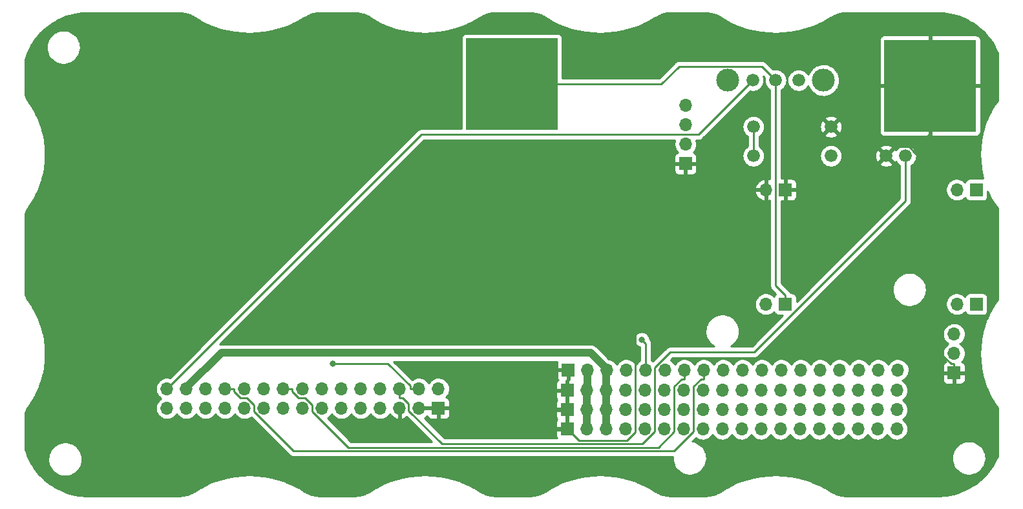
<source format=gbr>
G04 #@! TF.GenerationSoftware,KiCad,Pcbnew,5.99.0-unknown-5127d6c77~91~ubuntu20.04.1*
G04 #@! TF.CreationDate,2020-10-08T17:45:22+09:00*
G04 #@! TF.ProjectId,M5_board_bGeigieRaku V1.9,4d355f62-6f61-4726-945f-624765696769,rev?*
G04 #@! TF.SameCoordinates,Original*
G04 #@! TF.FileFunction,Copper,L2,Bot*
G04 #@! TF.FilePolarity,Positive*
%FSLAX46Y46*%
G04 Gerber Fmt 4.6, Leading zero omitted, Abs format (unit mm)*
G04 Created by KiCad (PCBNEW 5.99.0-unknown-5127d6c77~91~ubuntu20.04.1) date 2020-10-08 17:45:22*
%MOMM*%
%LPD*%
G01*
G04 APERTURE LIST*
G04 #@! TA.AperFunction,ComponentPad*
%ADD10C,1.676400*%
G04 #@! TD*
G04 #@! TA.AperFunction,ComponentPad*
%ADD11R,1.700000X1.700000*%
G04 #@! TD*
G04 #@! TA.AperFunction,ComponentPad*
%ADD12O,1.700000X1.700000*%
G04 #@! TD*
G04 #@! TA.AperFunction,ComponentPad*
%ADD13C,3.000000*%
G04 #@! TD*
G04 #@! TA.AperFunction,ComponentPad*
%ADD14C,2.743200*%
G04 #@! TD*
G04 #@! TA.AperFunction,SMDPad,CuDef*
%ADD15R,12.000000X12.000000*%
G04 #@! TD*
G04 #@! TA.AperFunction,ViaPad*
%ADD16C,0.800000*%
G04 #@! TD*
G04 #@! TA.AperFunction,Conductor*
%ADD17C,0.250000*%
G04 #@! TD*
G04 #@! TA.AperFunction,Conductor*
%ADD18C,1.000000*%
G04 #@! TD*
G04 #@! TA.AperFunction,Conductor*
%ADD19C,0.254000*%
G04 #@! TD*
G04 APERTURE END LIST*
D10*
X180823000Y-82244000D03*
X190983000Y-82244000D03*
D11*
X210033000Y-105485000D03*
D12*
X207493000Y-105485000D03*
D11*
X171933000Y-87070000D03*
D12*
X171933000Y-84530000D03*
X171933000Y-81990000D03*
X171933000Y-79450000D03*
D10*
X186744000Y-76148000D03*
X183744000Y-76148000D03*
X180744000Y-76148000D03*
D13*
X189994000Y-76148000D03*
X177494000Y-76148000D03*
D10*
X200762000Y-86054000D03*
X198222000Y-86054000D03*
D11*
X210033000Y-90499000D03*
D12*
X207493000Y-90499000D03*
D11*
X156566000Y-114121000D03*
D12*
X159106000Y-114121000D03*
X161646000Y-114121000D03*
X164186000Y-114121000D03*
X166726000Y-114121000D03*
X169266000Y-114121000D03*
X171806000Y-114121000D03*
X174346000Y-114121000D03*
X176886000Y-114121000D03*
X179426000Y-114121000D03*
X181966000Y-114121000D03*
X184506000Y-114121000D03*
X187046000Y-114121000D03*
X189586000Y-114121000D03*
X192126000Y-114121000D03*
X194666000Y-114121000D03*
X197206000Y-114121000D03*
X199746000Y-114121000D03*
D11*
X156439000Y-119328000D03*
D12*
X158979000Y-119328000D03*
X161519000Y-119328000D03*
X164059000Y-119328000D03*
X166599000Y-119328000D03*
X169139000Y-119328000D03*
X171679000Y-119328000D03*
X174219000Y-119328000D03*
X176759000Y-119328000D03*
X179299000Y-119328000D03*
X181839000Y-119328000D03*
X184379000Y-119328000D03*
X186919000Y-119328000D03*
X189459000Y-119328000D03*
X191999000Y-119328000D03*
X194539000Y-119328000D03*
X197079000Y-119328000D03*
X199619000Y-119328000D03*
D10*
X190983000Y-86054000D03*
X180823000Y-86054000D03*
D11*
X156439000Y-116788000D03*
D12*
X158979000Y-116788000D03*
X161519000Y-116788000D03*
X164059000Y-116788000D03*
X166599000Y-116788000D03*
X169139000Y-116788000D03*
X171679000Y-116788000D03*
X174219000Y-116788000D03*
X176759000Y-116788000D03*
X179299000Y-116788000D03*
X181839000Y-116788000D03*
X184379000Y-116788000D03*
X186919000Y-116788000D03*
X189459000Y-116788000D03*
X191999000Y-116788000D03*
X194539000Y-116788000D03*
X197079000Y-116788000D03*
X199619000Y-116788000D03*
D11*
X156439000Y-121840000D03*
D12*
X158979000Y-121840000D03*
X161519000Y-121840000D03*
X164059000Y-121840000D03*
X166599000Y-121840000D03*
X169139000Y-121840000D03*
X171679000Y-121840000D03*
X174219000Y-121840000D03*
X176759000Y-121840000D03*
X179299000Y-121840000D03*
X181839000Y-121840000D03*
X184379000Y-121840000D03*
X186919000Y-121840000D03*
X189459000Y-121840000D03*
X191999000Y-121840000D03*
X194539000Y-121840000D03*
X197079000Y-121840000D03*
X199619000Y-121840000D03*
D11*
X185014000Y-90499000D03*
D12*
X182474000Y-90499000D03*
D11*
X185014000Y-105485000D03*
D12*
X182474000Y-105485000D03*
D11*
X139564000Y-119114000D03*
D12*
X139564000Y-116574000D03*
X137024000Y-119114000D03*
X137024000Y-116574000D03*
X134484000Y-119114000D03*
X134484000Y-116574000D03*
X131944000Y-119114000D03*
X131944000Y-116574000D03*
X129404000Y-119114000D03*
X129404000Y-116574000D03*
X126864000Y-119114000D03*
X126864000Y-116574000D03*
X124324000Y-119114000D03*
X124324000Y-116574000D03*
X121784000Y-119114000D03*
X121784000Y-116574000D03*
X119244000Y-119114000D03*
X119244000Y-116574000D03*
X116704000Y-119114000D03*
X116704000Y-116574000D03*
X114164000Y-119114000D03*
X114164000Y-116574000D03*
X111624000Y-119114000D03*
X111624000Y-116574000D03*
X109084000Y-119114000D03*
X109084000Y-116574000D03*
X106544000Y-119114000D03*
X106544000Y-116574000D03*
X104004000Y-119114000D03*
X104004000Y-116574000D03*
D14*
X145750000Y-76646000D03*
D15*
X149178000Y-76646000D03*
X203978000Y-76856000D03*
D14*
X207006000Y-76666000D03*
X200258000Y-79206000D03*
X200258000Y-74126000D03*
X152498000Y-79186000D03*
X152498000Y-74106000D03*
D11*
X207112000Y-114502000D03*
D12*
X207112000Y-111962000D03*
X207112000Y-109422000D03*
D16*
X125717500Y-113258300D03*
X166223400Y-110129700D03*
D17*
X199395600Y-84880400D02*
X198222000Y-86054000D01*
X157949900Y-123350900D02*
X156439000Y-121840000D01*
X176537300Y-90499000D02*
X173108300Y-87070000D01*
X156439000Y-119114000D02*
X156439000Y-119328000D01*
X171933000Y-87070000D02*
X173108300Y-87070000D01*
X156439000Y-116788000D02*
X156439000Y-119114000D01*
X156439000Y-119114000D02*
X140739300Y-119114000D01*
X203978000Y-76856000D02*
X203978000Y-83181300D01*
X185014000Y-88213000D02*
X185014000Y-90499000D01*
X207006000Y-76666000D02*
X204168000Y-76666000D01*
X204168000Y-76666000D02*
X203978000Y-76856000D01*
X203978000Y-83181300D02*
X201761500Y-85397800D01*
X156439000Y-119328000D02*
X156439000Y-121840000D01*
X164261100Y-123350900D02*
X157949900Y-123350900D01*
X204722600Y-111304600D02*
X204722600Y-88359000D01*
X139564000Y-119114000D02*
X140739300Y-119114000D01*
X190983000Y-82244000D02*
X185014000Y-88213000D01*
X206744700Y-113326700D02*
X204722600Y-111304600D01*
X207112000Y-113326700D02*
X206744700Y-113326700D01*
X165361300Y-122250700D02*
X164261100Y-123350900D01*
X165361300Y-101675000D02*
X165361300Y-122250700D01*
X176537300Y-90499000D02*
X165361300Y-101675000D01*
X201761500Y-85397800D02*
X201244000Y-84880400D01*
X182474000Y-90499000D02*
X176537300Y-90499000D01*
X201244000Y-84880400D02*
X199395600Y-84880400D01*
X207112000Y-114502000D02*
X207112000Y-113326700D01*
X204722600Y-88359000D02*
X201761500Y-85397800D01*
X137318000Y-83260000D02*
X104004000Y-116574000D01*
X180744000Y-76148000D02*
X173632000Y-83260000D01*
X173632000Y-83260000D02*
X137318000Y-83260000D01*
X135848700Y-116206700D02*
X132900300Y-113258300D01*
X180823000Y-86054000D02*
X180823000Y-82244000D01*
X132900300Y-113258300D02*
X125717500Y-113258300D01*
X137024000Y-116574000D02*
X135848700Y-116574000D01*
X135848700Y-116574000D02*
X135848700Y-116206700D01*
D18*
X158979000Y-121840000D02*
X158979000Y-119328000D01*
X159106000Y-114121000D02*
X159106000Y-115971300D01*
X158979000Y-116098300D02*
X159106000Y-115971300D01*
X158979000Y-119328000D02*
X158979000Y-116788000D01*
X158979000Y-116788000D02*
X158979000Y-116098300D01*
X161519000Y-121840000D02*
X161519000Y-119328000D01*
X161519000Y-114121000D02*
X161519000Y-116788000D01*
X161519000Y-119328000D02*
X161519000Y-116788000D01*
X111141400Y-111858000D02*
X106544000Y-116455400D01*
X161519000Y-113893800D02*
X159483200Y-111858000D01*
X159483200Y-111858000D02*
X111141400Y-111858000D01*
X161519000Y-114121000D02*
X161519000Y-113893800D01*
X161519000Y-114121000D02*
X161646000Y-114121000D01*
X106544000Y-116455400D02*
X106544000Y-116574000D01*
D17*
X113607200Y-117749300D02*
X114500300Y-117749300D01*
X173978700Y-115296300D02*
X174346000Y-115296300D01*
X172981400Y-122199900D02*
X172981400Y-116293600D01*
X172981400Y-116293600D02*
X173978700Y-115296300D01*
X170461000Y-124720300D02*
X172981400Y-122199900D01*
X114500300Y-117749300D02*
X115434000Y-118683000D01*
X120597600Y-124720300D02*
X170461000Y-124720300D01*
X111624000Y-116574000D02*
X112799300Y-116574000D01*
X115434000Y-119556700D02*
X120597600Y-124720300D01*
X115434000Y-118683000D02*
X115434000Y-119556700D01*
X112799300Y-116941400D02*
X113607200Y-117749300D01*
X174346000Y-114121000D02*
X174346000Y-115296300D01*
X112799300Y-116574000D02*
X112799300Y-116941400D01*
X123054000Y-118683000D02*
X123054000Y-119537600D01*
X119244000Y-116574000D02*
X120419300Y-116574000D01*
X120419300Y-116574000D02*
X120419300Y-116941400D01*
X120419300Y-116941400D02*
X121227200Y-117749300D01*
X171438700Y-115296300D02*
X171806000Y-115296300D01*
X127782300Y-124265900D02*
X168386800Y-124265900D01*
X170441400Y-122211300D02*
X170441400Y-116293600D01*
X170441400Y-116293600D02*
X171438700Y-115296300D01*
X121227200Y-117749300D02*
X122120300Y-117749300D01*
X122120300Y-117749300D02*
X123054000Y-118683000D01*
X168386800Y-124265900D02*
X170441400Y-122211300D01*
X123054000Y-119537600D02*
X127782300Y-124265900D01*
X171806000Y-114121000D02*
X171806000Y-115296300D01*
X166726000Y-110632300D02*
X166726000Y-114121000D01*
X166223400Y-110129700D02*
X166726000Y-110632300D01*
X171087900Y-74322100D02*
X181918100Y-74322100D01*
X183744000Y-103039700D02*
X183744000Y-76148000D01*
X185014000Y-105485000D02*
X185014000Y-104309700D01*
X185014000Y-104309700D02*
X183744000Y-103039700D01*
X149178000Y-76646000D02*
X168764000Y-76646000D01*
X168764000Y-76646000D02*
X171087900Y-74322100D01*
X145750000Y-76646000D02*
X149178000Y-76646000D01*
X181918100Y-74322100D02*
X183744000Y-76148000D01*
X134484000Y-116574000D02*
X134484000Y-117749300D01*
X134484000Y-117749300D02*
X134851400Y-117749300D01*
X140044200Y-123815500D02*
X166294800Y-123815500D01*
X180954000Y-111751700D02*
X200762000Y-91943700D01*
X135659300Y-118557200D02*
X135659300Y-119430600D01*
X167901400Y-122208900D02*
X167901400Y-113813000D01*
X135659300Y-119430600D02*
X140044200Y-123815500D01*
X167901400Y-113813000D02*
X169962700Y-111751700D01*
X134851400Y-117749300D02*
X135659300Y-118557200D01*
X200762000Y-91943700D02*
X200762000Y-86054000D01*
X166294800Y-123815500D02*
X167901400Y-122208900D01*
X169962700Y-111751700D02*
X180954000Y-111751700D01*
D19*
X105746607Y-67307930D02*
X105876814Y-67320493D01*
X106006483Y-67337040D01*
X106135660Y-67357556D01*
X106264124Y-67381990D01*
X106391739Y-67410298D01*
X106518395Y-67442445D01*
X106643895Y-67478367D01*
X106768222Y-67518054D01*
X106891123Y-67561420D01*
X107012479Y-67608417D01*
X107132241Y-67659030D01*
X107250183Y-67713163D01*
X107366200Y-67770773D01*
X107480196Y-67831821D01*
X107590548Y-67895391D01*
X108334846Y-68361077D01*
X108347347Y-68370188D01*
X108363899Y-68380395D01*
X108374176Y-68385684D01*
X108381227Y-68390096D01*
X108397047Y-68398493D01*
X108411481Y-68404884D01*
X109185658Y-68803342D01*
X109198156Y-68810987D01*
X109215474Y-68819822D01*
X109226991Y-68824617D01*
X109235224Y-68828854D01*
X109251687Y-68835896D01*
X109265888Y-68840809D01*
X110067406Y-69174483D01*
X110079749Y-69180767D01*
X110097704Y-69188225D01*
X110110415Y-69192387D01*
X110119780Y-69196286D01*
X110136765Y-69201978D01*
X110150571Y-69205536D01*
X110974668Y-69475396D01*
X110986774Y-69480451D01*
X111005244Y-69486536D01*
X111019051Y-69489930D01*
X111029467Y-69493341D01*
X111046839Y-69497691D01*
X111060157Y-69500035D01*
X111902220Y-69707038D01*
X111914022Y-69710981D01*
X111932884Y-69715700D01*
X111947613Y-69718197D01*
X111958982Y-69720992D01*
X111976630Y-69724020D01*
X111989463Y-69725292D01*
X112844866Y-69870315D01*
X112856382Y-69873271D01*
X112875530Y-69876636D01*
X112891001Y-69878138D01*
X112903154Y-69880198D01*
X112920971Y-69881928D01*
X112933315Y-69882246D01*
X113797573Y-69966126D01*
X113808828Y-69968192D01*
X113828166Y-69970216D01*
X113844175Y-69970649D01*
X113856908Y-69971885D01*
X113874812Y-69972344D01*
X113886742Y-69971801D01*
X114755323Y-69995302D01*
X114766388Y-69996556D01*
X114785822Y-69997249D01*
X114802145Y-69996569D01*
X114815262Y-69996924D01*
X114833155Y-69996135D01*
X114844735Y-69994795D01*
X115713172Y-69958622D01*
X115724146Y-69959113D01*
X115743578Y-69958481D01*
X115759990Y-69956672D01*
X115773270Y-69956119D01*
X115791059Y-69954105D01*
X115802370Y-69952002D01*
X116666209Y-69856793D01*
X116677186Y-69856536D01*
X116696535Y-69854582D01*
X116712799Y-69851658D01*
X116726020Y-69850201D01*
X116743633Y-69846980D01*
X116754762Y-69844115D01*
X117609539Y-69690449D01*
X117620610Y-69689428D01*
X117639778Y-69686154D01*
X117655675Y-69682155D01*
X117668615Y-69679829D01*
X117685972Y-69675415D01*
X117696984Y-69671764D01*
X118538256Y-69460151D01*
X118549497Y-69458320D01*
X118568387Y-69453723D01*
X118583672Y-69448727D01*
X118596138Y-69445591D01*
X118613149Y-69440000D01*
X118624149Y-69435496D01*
X119447385Y-69166399D01*
X119458876Y-69163679D01*
X119477389Y-69157757D01*
X119491872Y-69151857D01*
X119503659Y-69148004D01*
X119520239Y-69141245D01*
X119531246Y-69135817D01*
X120331955Y-68809620D01*
X120343730Y-68805910D01*
X120361765Y-68798656D01*
X120375247Y-68791983D01*
X120386178Y-68787529D01*
X120402239Y-68779612D01*
X120413292Y-68773149D01*
X121186890Y-68390199D01*
X121198967Y-68385371D01*
X121216410Y-68376783D01*
X121228719Y-68369492D01*
X121238648Y-68364577D01*
X121254094Y-68355510D01*
X121265171Y-68347901D01*
X122007636Y-67908123D01*
X122244315Y-67788550D01*
X122497144Y-67670960D01*
X122619354Y-67618447D01*
X122744269Y-67568066D01*
X122869050Y-67521282D01*
X122993723Y-67478324D01*
X123118073Y-67439490D01*
X123242189Y-67404966D01*
X123365951Y-67374999D01*
X123489335Y-67349789D01*
X123612397Y-67329520D01*
X123735113Y-67314385D01*
X123857551Y-67304563D01*
X123983389Y-67300110D01*
X128610595Y-67300110D01*
X128730225Y-67307930D01*
X128860434Y-67320493D01*
X128990110Y-67337041D01*
X129119277Y-67357555D01*
X129247745Y-67381990D01*
X129375360Y-67410298D01*
X129502016Y-67442445D01*
X129627526Y-67478370D01*
X129751816Y-67518045D01*
X129874741Y-67561420D01*
X129996118Y-67608425D01*
X130115869Y-67659032D01*
X130233805Y-67713162D01*
X130349836Y-67770780D01*
X130463817Y-67831820D01*
X130574120Y-67895362D01*
X131318465Y-68361077D01*
X131330966Y-68370188D01*
X131347518Y-68380395D01*
X131357795Y-68385684D01*
X131364846Y-68390096D01*
X131380666Y-68398493D01*
X131395100Y-68404884D01*
X132169277Y-68803342D01*
X132181775Y-68810987D01*
X132199093Y-68819822D01*
X132210610Y-68824617D01*
X132218843Y-68828854D01*
X132235306Y-68835896D01*
X132249507Y-68840809D01*
X133051025Y-69174483D01*
X133063368Y-69180767D01*
X133081323Y-69188225D01*
X133094034Y-69192387D01*
X133103399Y-69196286D01*
X133120384Y-69201978D01*
X133134189Y-69205536D01*
X133958286Y-69475396D01*
X133970392Y-69480451D01*
X133988856Y-69486534D01*
X134002654Y-69489926D01*
X134013092Y-69493344D01*
X134030457Y-69497691D01*
X134043775Y-69500035D01*
X134885838Y-69707038D01*
X134897640Y-69710981D01*
X134916502Y-69715700D01*
X134931231Y-69718197D01*
X134942600Y-69720992D01*
X134960248Y-69724020D01*
X134973081Y-69725292D01*
X135828484Y-69870315D01*
X135840000Y-69873271D01*
X135859148Y-69876636D01*
X135874619Y-69878138D01*
X135886772Y-69880198D01*
X135904589Y-69881928D01*
X135916933Y-69882246D01*
X136781192Y-69966127D01*
X136792446Y-69968192D01*
X136811783Y-69970216D01*
X136827792Y-69970649D01*
X136840525Y-69971885D01*
X136858429Y-69972344D01*
X136870359Y-69971801D01*
X137738940Y-69995302D01*
X137750005Y-69996556D01*
X137769439Y-69997249D01*
X137785762Y-69996569D01*
X137798879Y-69996924D01*
X137816772Y-69996135D01*
X137828352Y-69994795D01*
X138696789Y-69958622D01*
X138707763Y-69959113D01*
X138727195Y-69958481D01*
X138743607Y-69956672D01*
X138756887Y-69956119D01*
X138774676Y-69954105D01*
X138785987Y-69952002D01*
X139649826Y-69856793D01*
X139660803Y-69856536D01*
X139680152Y-69854582D01*
X139696416Y-69851658D01*
X139709637Y-69850201D01*
X139727250Y-69846980D01*
X139738379Y-69844115D01*
X140593156Y-69690449D01*
X140604227Y-69689428D01*
X140623395Y-69686154D01*
X140639292Y-69682155D01*
X140652232Y-69679829D01*
X140669586Y-69675416D01*
X140680598Y-69671765D01*
X141521886Y-69460148D01*
X141533114Y-69458319D01*
X141552003Y-69453723D01*
X141567288Y-69448727D01*
X141579754Y-69445591D01*
X141596765Y-69440000D01*
X141607765Y-69435496D01*
X142431000Y-69166399D01*
X142442491Y-69163679D01*
X142461004Y-69157757D01*
X142475487Y-69151857D01*
X142487274Y-69148004D01*
X142503854Y-69141245D01*
X142514861Y-69135817D01*
X143315561Y-68809623D01*
X143327343Y-68805911D01*
X143345386Y-68798653D01*
X143358859Y-68791983D01*
X143369786Y-68787532D01*
X143385852Y-68779612D01*
X143396895Y-68773155D01*
X144170513Y-68390193D01*
X144182577Y-68385371D01*
X144200023Y-68376782D01*
X144212322Y-68369497D01*
X144222261Y-68364577D01*
X144237704Y-68355512D01*
X144248793Y-68347895D01*
X144991225Y-67908137D01*
X145227953Y-67788539D01*
X145480750Y-67670966D01*
X145602953Y-67618454D01*
X145727880Y-67568069D01*
X145852653Y-67521287D01*
X145977325Y-67478330D01*
X146101687Y-67439491D01*
X146225808Y-67404966D01*
X146349575Y-67374998D01*
X146472944Y-67349790D01*
X146596020Y-67329519D01*
X146718732Y-67314386D01*
X146841170Y-67304563D01*
X146967009Y-67300110D01*
X151594214Y-67300110D01*
X151713846Y-67307930D01*
X151844052Y-67320493D01*
X151973728Y-67337041D01*
X152102895Y-67357556D01*
X152231348Y-67381987D01*
X152358996Y-67410304D01*
X152485625Y-67442443D01*
X152611133Y-67478367D01*
X152735460Y-67518054D01*
X152858336Y-67561412D01*
X152979733Y-67608425D01*
X153099467Y-67659025D01*
X153217427Y-67713166D01*
X153333459Y-67770784D01*
X153447438Y-67831823D01*
X153557905Y-67895461D01*
X154302090Y-68361075D01*
X154314592Y-68370187D01*
X154331140Y-68380392D01*
X154341419Y-68385683D01*
X154348481Y-68390101D01*
X154364291Y-68398492D01*
X154378730Y-68404886D01*
X155152913Y-68803348D01*
X155165405Y-68810989D01*
X155182721Y-68819822D01*
X155194223Y-68824610D01*
X155202470Y-68828855D01*
X155218934Y-68835897D01*
X155233135Y-68840810D01*
X156034653Y-69174484D01*
X156046991Y-69180766D01*
X156064948Y-69188226D01*
X156077664Y-69192390D01*
X156087032Y-69196290D01*
X156104012Y-69201980D01*
X156117816Y-69205537D01*
X156941927Y-69475404D01*
X156954020Y-69480453D01*
X156972486Y-69486538D01*
X156986289Y-69489931D01*
X156996717Y-69493346D01*
X157014090Y-69497695D01*
X157027411Y-69500039D01*
X157869475Y-69707044D01*
X157881271Y-69710984D01*
X157900134Y-69715704D01*
X157914859Y-69718200D01*
X157926227Y-69720995D01*
X157943876Y-69724023D01*
X157956710Y-69725295D01*
X158812111Y-69870319D01*
X158823626Y-69873274D01*
X158842778Y-69876641D01*
X158858257Y-69878144D01*
X158870400Y-69880202D01*
X158888219Y-69881932D01*
X158900561Y-69882250D01*
X159764821Y-69966132D01*
X159776076Y-69968197D01*
X159795413Y-69970221D01*
X159811422Y-69970654D01*
X159824155Y-69971890D01*
X159842059Y-69972349D01*
X159853988Y-69971806D01*
X160722571Y-69995308D01*
X160733636Y-69996562D01*
X160753070Y-69997255D01*
X160769393Y-69996575D01*
X160782509Y-69996930D01*
X160800402Y-69996141D01*
X160811982Y-69994801D01*
X161680421Y-69958628D01*
X161691395Y-69959119D01*
X161710827Y-69958487D01*
X161727239Y-69956678D01*
X161740519Y-69956125D01*
X161758309Y-69954111D01*
X161769621Y-69952007D01*
X162633456Y-69856800D01*
X162644433Y-69856543D01*
X162663783Y-69854589D01*
X162680047Y-69851665D01*
X162693268Y-69850208D01*
X162710882Y-69846986D01*
X162722001Y-69844123D01*
X163576788Y-69690456D01*
X163587859Y-69689435D01*
X163607027Y-69686161D01*
X163622924Y-69682162D01*
X163635864Y-69679836D01*
X163653218Y-69675423D01*
X163664242Y-69671768D01*
X164505494Y-69460158D01*
X164516739Y-69458327D01*
X164535637Y-69453728D01*
X164550921Y-69448732D01*
X164563384Y-69445597D01*
X164580401Y-69440005D01*
X164591408Y-69435498D01*
X165414632Y-69166404D01*
X165426125Y-69163684D01*
X165444637Y-69157762D01*
X165459120Y-69151862D01*
X165470907Y-69148009D01*
X165487487Y-69141250D01*
X165498494Y-69135822D01*
X166299200Y-68809626D01*
X166310982Y-68805914D01*
X166329018Y-68798659D01*
X166342497Y-68791986D01*
X166353424Y-68787535D01*
X166369483Y-68779620D01*
X166380560Y-68773144D01*
X167154128Y-68390204D01*
X167166216Y-68385372D01*
X167183657Y-68376785D01*
X167195971Y-68369491D01*
X167205900Y-68364576D01*
X167221344Y-68355510D01*
X167232419Y-68347902D01*
X167974928Y-67908097D01*
X168211544Y-67788556D01*
X168464384Y-67670960D01*
X168586594Y-67618447D01*
X168711522Y-67568062D01*
X168836288Y-67521283D01*
X168960949Y-67478330D01*
X169085319Y-67439488D01*
X169209430Y-67404968D01*
X169333202Y-67374998D01*
X169456575Y-67349789D01*
X169579642Y-67329520D01*
X169702358Y-67314385D01*
X169824796Y-67304563D01*
X169950636Y-67300110D01*
X174577834Y-67300110D01*
X174697466Y-67307930D01*
X174827672Y-67320493D01*
X174957341Y-67337040D01*
X175086518Y-67357556D01*
X175214982Y-67381990D01*
X175342597Y-67410298D01*
X175469253Y-67442445D01*
X175594753Y-67478367D01*
X175719080Y-67518054D01*
X175841967Y-67561416D01*
X175963345Y-67608421D01*
X176083098Y-67659030D01*
X176201027Y-67713156D01*
X176317079Y-67770784D01*
X176431048Y-67831817D01*
X176541521Y-67895458D01*
X177285725Y-68361085D01*
X177298213Y-68370187D01*
X177314763Y-68380393D01*
X177325026Y-68385675D01*
X177332098Y-68390100D01*
X177347916Y-68398495D01*
X177362360Y-68404890D01*
X178136529Y-68803345D01*
X178149025Y-68810988D01*
X178166341Y-68819822D01*
X178177858Y-68824617D01*
X178186091Y-68828854D01*
X178202550Y-68835894D01*
X178216745Y-68840805D01*
X179018270Y-69174481D01*
X179030617Y-69180767D01*
X179048570Y-69188224D01*
X179061282Y-69192387D01*
X179070651Y-69196287D01*
X179087634Y-69201978D01*
X179101435Y-69205535D01*
X179925536Y-69475396D01*
X179937642Y-69480451D01*
X179956112Y-69486536D01*
X179969919Y-69489930D01*
X179980335Y-69493341D01*
X179997707Y-69497691D01*
X180011025Y-69500035D01*
X180853089Y-69707038D01*
X180864891Y-69710981D01*
X180883753Y-69715700D01*
X180898482Y-69718197D01*
X180909851Y-69720992D01*
X180927499Y-69724020D01*
X180940332Y-69725292D01*
X181795736Y-69870316D01*
X181807256Y-69873272D01*
X181826401Y-69876637D01*
X181841880Y-69878140D01*
X181854023Y-69880198D01*
X181871842Y-69881928D01*
X181884185Y-69882246D01*
X182748443Y-69966126D01*
X182759698Y-69968192D01*
X182779036Y-69970216D01*
X182795045Y-69970649D01*
X182807778Y-69971885D01*
X182825682Y-69972344D01*
X182837612Y-69971801D01*
X183706194Y-69995302D01*
X183717259Y-69996556D01*
X183736693Y-69997249D01*
X183753016Y-69996569D01*
X183766133Y-69996924D01*
X183784026Y-69996135D01*
X183795606Y-69994795D01*
X184664044Y-69958622D01*
X184675018Y-69959113D01*
X184694450Y-69958481D01*
X184710862Y-69956672D01*
X184724142Y-69956119D01*
X184741931Y-69954105D01*
X184753242Y-69952002D01*
X185617080Y-69856793D01*
X185628057Y-69856536D01*
X185647406Y-69854582D01*
X185663670Y-69851658D01*
X185676891Y-69850201D01*
X185694504Y-69846980D01*
X185705633Y-69844115D01*
X186560411Y-69690449D01*
X186571482Y-69689428D01*
X186590650Y-69686154D01*
X186606547Y-69682155D01*
X186619487Y-69679829D01*
X186636841Y-69675416D01*
X186647853Y-69671765D01*
X187489141Y-69460148D01*
X187500369Y-69458319D01*
X187519258Y-69453723D01*
X187534543Y-69448727D01*
X187547009Y-69445591D01*
X187564020Y-69440000D01*
X187575020Y-69435496D01*
X188398255Y-69166399D01*
X188409746Y-69163679D01*
X188428259Y-69157757D01*
X188442742Y-69151857D01*
X188454529Y-69148004D01*
X188471109Y-69141245D01*
X188482116Y-69135817D01*
X189282817Y-68809623D01*
X189294599Y-68805911D01*
X189312642Y-68798653D01*
X189326115Y-68791983D01*
X189337042Y-68787532D01*
X189353108Y-68779612D01*
X189364151Y-68773155D01*
X190137769Y-68390193D01*
X190149833Y-68385371D01*
X190167282Y-68376780D01*
X190179580Y-68369495D01*
X190189514Y-68364578D01*
X190204961Y-68355511D01*
X190216047Y-68347895D01*
X190958499Y-67908126D01*
X191195201Y-67788546D01*
X191447974Y-67670984D01*
X191570272Y-67618434D01*
X191695103Y-67568086D01*
X191819937Y-67521283D01*
X191944573Y-67478336D01*
X192068972Y-67439486D01*
X192193046Y-67404974D01*
X192316839Y-67374999D01*
X192440203Y-67349792D01*
X192563283Y-67329520D01*
X192685981Y-67314387D01*
X192808427Y-67304564D01*
X192934244Y-67300110D01*
X204903867Y-67300110D01*
X205352469Y-67303046D01*
X205766469Y-67328190D01*
X206176802Y-67375145D01*
X206582899Y-67443326D01*
X206984052Y-67532130D01*
X207379606Y-67640964D01*
X207768895Y-67769235D01*
X208151210Y-67916336D01*
X208525772Y-68081622D01*
X208891933Y-68264501D01*
X209248871Y-68464285D01*
X209595909Y-68680355D01*
X209932257Y-68912012D01*
X210257193Y-69158589D01*
X210569985Y-69419406D01*
X210869865Y-69693727D01*
X211156138Y-69980870D01*
X211428051Y-70280088D01*
X211684935Y-70590696D01*
X211926063Y-70911927D01*
X212150767Y-71243078D01*
X212358368Y-71583397D01*
X212548208Y-71932148D01*
X212719674Y-72288662D01*
X212827600Y-72546018D01*
X212827600Y-78769594D01*
X212748616Y-78895399D01*
X212519030Y-79217256D01*
X212516756Y-79219790D01*
X212504925Y-79235221D01*
X212491526Y-79255811D01*
X212479115Y-79273211D01*
X212469781Y-79288488D01*
X212467912Y-79292100D01*
X212255502Y-79618526D01*
X212249591Y-79626015D01*
X212238759Y-79642160D01*
X212229862Y-79657927D01*
X212221760Y-79670379D01*
X212213085Y-79686043D01*
X212208843Y-79695181D01*
X211793626Y-80431074D01*
X211785223Y-80443750D01*
X211775763Y-80460734D01*
X211770799Y-80471530D01*
X211766561Y-80479042D01*
X211758893Y-80495221D01*
X211753261Y-80509679D01*
X211399333Y-81279506D01*
X211392219Y-81292395D01*
X211384165Y-81310090D01*
X211379903Y-81321770D01*
X211376070Y-81330107D01*
X211369767Y-81346862D01*
X211365481Y-81361291D01*
X211076338Y-82153681D01*
X211070456Y-82166683D01*
X211063832Y-82184963D01*
X211060384Y-82197400D01*
X211057066Y-82206495D01*
X211052140Y-82223707D01*
X211049118Y-82238049D01*
X210824522Y-83048352D01*
X210819797Y-83061434D01*
X210814622Y-83080178D01*
X210812081Y-83093240D01*
X210809387Y-83102958D01*
X210805841Y-83120517D01*
X210804015Y-83134694D01*
X210643748Y-83958396D01*
X210640119Y-83971539D01*
X210636406Y-83990627D01*
X210634844Y-84004163D01*
X210632861Y-84014353D01*
X210630698Y-84032130D01*
X210629997Y-84046153D01*
X210533903Y-84878736D01*
X210531322Y-84891962D01*
X210529082Y-84911275D01*
X210528554Y-84925083D01*
X210527342Y-84935582D01*
X210526558Y-84953470D01*
X210526937Y-84967339D01*
X210494915Y-85804370D01*
X210493359Y-85817696D01*
X210492601Y-85837128D01*
X210493132Y-85850992D01*
X210492725Y-85861613D01*
X210493314Y-85879515D01*
X210494748Y-85893255D01*
X210526767Y-86730300D01*
X210526234Y-86743749D01*
X210526966Y-86763181D01*
X210528549Y-86776894D01*
X210528953Y-86787467D01*
X210530907Y-86805265D01*
X210533399Y-86818923D01*
X210629489Y-87651523D01*
X210630002Y-87665137D01*
X210632231Y-87684453D01*
X210634832Y-87697822D01*
X210636023Y-87708141D01*
X210639335Y-87725742D01*
X210642907Y-87739326D01*
X210803166Y-88563017D01*
X210804775Y-88576830D01*
X210808507Y-88595911D01*
X210812065Y-88608747D01*
X210813989Y-88618637D01*
X210818651Y-88635933D01*
X210823345Y-88649441D01*
X210924577Y-89014682D01*
X210900932Y-89011282D01*
X210883000Y-89010000D01*
X209183000Y-89010000D01*
X209156217Y-89012880D01*
X208943109Y-89059239D01*
X208901772Y-89076361D01*
X208778936Y-89155302D01*
X208751831Y-89178788D01*
X208656212Y-89289139D01*
X208636823Y-89319309D01*
X208576166Y-89452129D01*
X208568935Y-89476755D01*
X208487321Y-89391201D01*
X208471364Y-89377084D01*
X208286454Y-89239507D01*
X208268346Y-89228279D01*
X208062899Y-89123824D01*
X208043158Y-89115808D01*
X207823048Y-89047463D01*
X207802240Y-89042888D01*
X207573762Y-89012605D01*
X207552479Y-89011602D01*
X207322165Y-89020249D01*
X207301018Y-89022845D01*
X207075454Y-89070173D01*
X207055047Y-89076296D01*
X206840681Y-89160953D01*
X206821597Y-89170426D01*
X206624560Y-89289991D01*
X206607344Y-89302545D01*
X206433270Y-89453599D01*
X206418417Y-89468873D01*
X206272282Y-89647097D01*
X206260214Y-89664656D01*
X206146197Y-89864955D01*
X206137260Y-89884296D01*
X206058622Y-90100941D01*
X206053072Y-90121511D01*
X206012060Y-90348309D01*
X206010055Y-90369521D01*
X206007843Y-90599987D01*
X206009440Y-90621232D01*
X206046090Y-90848776D01*
X206051245Y-90869450D01*
X206125710Y-91087565D01*
X206134273Y-91107074D01*
X206244423Y-91309524D01*
X206256152Y-91327311D01*
X206398839Y-91508308D01*
X206413397Y-91523865D01*
X206584539Y-91678233D01*
X206601510Y-91691114D01*
X206796216Y-91814440D01*
X206815114Y-91824278D01*
X207027814Y-91913034D01*
X207048100Y-91919547D01*
X207272715Y-91971197D01*
X207293808Y-91974199D01*
X207523913Y-91987266D01*
X207545211Y-91986671D01*
X207774229Y-91960780D01*
X207795122Y-91956606D01*
X208016503Y-91892498D01*
X208036394Y-91884862D01*
X208243808Y-91784371D01*
X208262128Y-91773494D01*
X208449645Y-91639492D01*
X208465870Y-91625683D01*
X208576882Y-91513698D01*
X208593239Y-91588891D01*
X208610361Y-91630228D01*
X208689302Y-91753064D01*
X208712788Y-91780169D01*
X208823139Y-91875788D01*
X208853309Y-91895177D01*
X208986129Y-91955834D01*
X209020539Y-91965938D01*
X209165068Y-91986718D01*
X209183000Y-91988000D01*
X210883000Y-91988000D01*
X210909783Y-91985120D01*
X211122891Y-91938761D01*
X211164228Y-91921639D01*
X211287064Y-91842698D01*
X211314169Y-91819212D01*
X211409788Y-91708861D01*
X211429177Y-91678691D01*
X211489834Y-91545871D01*
X211499938Y-91511461D01*
X211520718Y-91366932D01*
X211522000Y-91349000D01*
X211522000Y-90689371D01*
X211751393Y-91188329D01*
X211756737Y-91202559D01*
X211764958Y-91220182D01*
X211770786Y-91230512D01*
X211774395Y-91238361D01*
X211783013Y-91254060D01*
X211791436Y-91267110D01*
X212206771Y-92003222D01*
X212210670Y-92011898D01*
X212219987Y-92028969D01*
X212229844Y-92044117D01*
X212237159Y-92057082D01*
X212247044Y-92072013D01*
X212253202Y-92080014D01*
X212465674Y-92406542D01*
X212467200Y-92409583D01*
X212477233Y-92426230D01*
X212491501Y-92446232D01*
X212503154Y-92464141D01*
X212513964Y-92478420D01*
X212516645Y-92481482D01*
X212741393Y-92796561D01*
X212827600Y-92946319D01*
X212827600Y-104894257D01*
X212748596Y-105020093D01*
X212518993Y-105341976D01*
X212516722Y-105344507D01*
X212504894Y-105359934D01*
X212491493Y-105380529D01*
X212479084Y-105397925D01*
X212469748Y-105413205D01*
X212467880Y-105416817D01*
X212255474Y-105743242D01*
X212249566Y-105750727D01*
X212238730Y-105766877D01*
X212229826Y-105782657D01*
X212221733Y-105795095D01*
X212213055Y-105810765D01*
X212208818Y-105819892D01*
X211793601Y-106555794D01*
X211785203Y-106568461D01*
X211775739Y-106585452D01*
X211770780Y-106596238D01*
X211766540Y-106603753D01*
X211758869Y-106619939D01*
X211753235Y-106634402D01*
X211399308Y-107404229D01*
X211392199Y-107417109D01*
X211384143Y-107434811D01*
X211379891Y-107446464D01*
X211376052Y-107454814D01*
X211369745Y-107471579D01*
X211365454Y-107486029D01*
X211076323Y-108278391D01*
X211070439Y-108291397D01*
X211063814Y-108309681D01*
X211060368Y-108322114D01*
X211057051Y-108331204D01*
X211052122Y-108348426D01*
X211049102Y-108362764D01*
X210824513Y-109173049D01*
X210819783Y-109186143D01*
X210814609Y-109204884D01*
X210812066Y-109217954D01*
X210809371Y-109227677D01*
X210805827Y-109245225D01*
X210803999Y-109259409D01*
X210643735Y-110083102D01*
X210640105Y-110096251D01*
X210636393Y-110115335D01*
X210634832Y-110128862D01*
X210632847Y-110139063D01*
X210630685Y-110156840D01*
X210629984Y-110170865D01*
X210533891Y-111003451D01*
X210531312Y-111016668D01*
X210529071Y-111035982D01*
X210528542Y-111049793D01*
X210527331Y-111060291D01*
X210526547Y-111078177D01*
X210526926Y-111092048D01*
X210494905Y-111929076D01*
X210493349Y-111942402D01*
X210492591Y-111961833D01*
X210493122Y-111975698D01*
X210492715Y-111986321D01*
X210493304Y-112004223D01*
X210494738Y-112017963D01*
X210526756Y-112855005D01*
X210526223Y-112868455D01*
X210526955Y-112887886D01*
X210528538Y-112901598D01*
X210528942Y-112912172D01*
X210530896Y-112929972D01*
X210533389Y-112943634D01*
X210629478Y-113776228D01*
X210629991Y-113789842D01*
X210632221Y-113809158D01*
X210634820Y-113822517D01*
X210636012Y-113832844D01*
X210639323Y-113850444D01*
X210642897Y-113864037D01*
X210803154Y-114687718D01*
X210804762Y-114701531D01*
X210808494Y-114720612D01*
X210812049Y-114733440D01*
X210813976Y-114743342D01*
X210818635Y-114760630D01*
X210823333Y-114774153D01*
X211047915Y-115584438D01*
X211050689Y-115598450D01*
X211055924Y-115617171D01*
X211060349Y-115629299D01*
X211062935Y-115638628D01*
X211068930Y-115655495D01*
X211074805Y-115668917D01*
X211363930Y-116461280D01*
X211367949Y-116475444D01*
X211374684Y-116493683D01*
X211379871Y-116504965D01*
X211383018Y-116513590D01*
X211390337Y-116529936D01*
X211397453Y-116543209D01*
X211751367Y-117313028D01*
X211756714Y-117327266D01*
X211764933Y-117344887D01*
X211770766Y-117355226D01*
X211774374Y-117363073D01*
X211782991Y-117378769D01*
X211791408Y-117391810D01*
X212206739Y-118127928D01*
X212210643Y-118136615D01*
X212219958Y-118153681D01*
X212229819Y-118168836D01*
X212237132Y-118181797D01*
X212247020Y-118196731D01*
X212253167Y-118204717D01*
X212465642Y-118531256D01*
X212467167Y-118534294D01*
X212477201Y-118550943D01*
X212491467Y-118570944D01*
X212503124Y-118588858D01*
X212513930Y-118603132D01*
X212516607Y-118606190D01*
X212749797Y-118933112D01*
X212813353Y-119032884D01*
X212827600Y-119057063D01*
X212827600Y-125462367D01*
X212817320Y-125473513D01*
X212753067Y-125566883D01*
X212743313Y-125583704D01*
X212548302Y-125989213D01*
X212358466Y-126337993D01*
X212150888Y-126678308D01*
X211926217Y-127009447D01*
X211685108Y-127330691D01*
X211428260Y-127641290D01*
X211156355Y-127940531D01*
X210870106Y-128227686D01*
X210570231Y-128502031D01*
X210257476Y-128762842D01*
X209932559Y-129009429D01*
X209596215Y-129241102D01*
X209249198Y-129457174D01*
X208892241Y-129656978D01*
X208526107Y-129839847D01*
X208151527Y-130005143D01*
X207769222Y-130152235D01*
X207379918Y-130280500D01*
X206984324Y-130389328D01*
X206583123Y-130478120D01*
X206177024Y-130546271D01*
X205766637Y-130593199D01*
X205352588Y-130618306D01*
X204924921Y-130621061D01*
X192943562Y-130621061D01*
X192823733Y-130613300D01*
X192693632Y-130600817D01*
X192563900Y-130584323D01*
X192434819Y-130563876D01*
X192306369Y-130539494D01*
X192178788Y-130511234D01*
X192052181Y-130479133D01*
X191926668Y-130443234D01*
X191802379Y-130403581D01*
X191679518Y-130360245D01*
X191558171Y-130313260D01*
X191438451Y-130262669D01*
X191320514Y-130208537D01*
X191204511Y-130150926D01*
X191090563Y-130089891D01*
X190980036Y-130026202D01*
X190236389Y-129561098D01*
X190224487Y-129552381D01*
X190207963Y-129542137D01*
X190196981Y-129536451D01*
X190189229Y-129531603D01*
X190173407Y-129523209D01*
X190159593Y-129517095D01*
X189386086Y-129116630D01*
X189374175Y-129109267D01*
X189356894Y-129100349D01*
X189344716Y-129095212D01*
X189335851Y-129090622D01*
X189319401Y-129083538D01*
X189305812Y-129078800D01*
X188504193Y-128740634D01*
X188492376Y-128734519D01*
X188474470Y-128726942D01*
X188461210Y-128722502D01*
X188451303Y-128718323D01*
X188434349Y-128712552D01*
X188421079Y-128709065D01*
X187596148Y-128432859D01*
X187584468Y-128427873D01*
X187566052Y-128421641D01*
X187551862Y-128418032D01*
X187541041Y-128414409D01*
X187523700Y-128409945D01*
X187510763Y-128407580D01*
X186667274Y-128193058D01*
X186655728Y-128189088D01*
X186636906Y-128184203D01*
X186621985Y-128181539D01*
X186610401Y-128178593D01*
X186592774Y-128175424D01*
X186580154Y-128174071D01*
X185722817Y-128021010D01*
X185711344Y-128017958D01*
X185692219Y-128014423D01*
X185676737Y-128012784D01*
X185664619Y-128010620D01*
X185646807Y-128008733D01*
X185634471Y-128008308D01*
X184767887Y-127916534D01*
X184756445Y-127914339D01*
X184737122Y-127912160D01*
X184721360Y-127911607D01*
X184708851Y-127910282D01*
X184690949Y-127909666D01*
X184678798Y-127910113D01*
X183807645Y-127879531D01*
X183796132Y-127878150D01*
X183776708Y-127877332D01*
X183760853Y-127877889D01*
X183748220Y-127877445D01*
X183730322Y-127878090D01*
X183718316Y-127879381D01*
X182847145Y-127909957D01*
X182835492Y-127909386D01*
X182816056Y-127909936D01*
X182800345Y-127911600D01*
X182787800Y-127912040D01*
X182769994Y-127913938D01*
X182758048Y-127916079D01*
X181891482Y-128007846D01*
X181879602Y-128008110D01*
X181860255Y-128010040D01*
X181844933Y-128012775D01*
X181832679Y-128014073D01*
X181815049Y-128017220D01*
X181803086Y-128020246D01*
X180945744Y-128173303D01*
X180933565Y-128174458D01*
X180914409Y-128177782D01*
X180899700Y-128181523D01*
X180887953Y-128183620D01*
X180870593Y-128188012D01*
X180858554Y-128191987D01*
X180015072Y-128406502D01*
X180002547Y-128408634D01*
X179983689Y-128413365D01*
X179969797Y-128418016D01*
X179958741Y-128420828D01*
X179941745Y-128426464D01*
X179929596Y-128431476D01*
X179104684Y-128707669D01*
X179091765Y-128710895D01*
X179073321Y-128717048D01*
X179060427Y-128722487D01*
X179050240Y-128725898D01*
X179033705Y-128732776D01*
X179021444Y-128738933D01*
X178219832Y-129077090D01*
X178206551Y-129081539D01*
X178188641Y-129089122D01*
X178176908Y-129095197D01*
X178167709Y-129099077D01*
X178151742Y-129107194D01*
X178139422Y-129114603D01*
X177365904Y-129515067D01*
X177352345Y-129520871D01*
X177335111Y-129529880D01*
X177324626Y-129536438D01*
X177316507Y-129540641D01*
X177301228Y-129549984D01*
X177288932Y-129558761D01*
X176546011Y-130023402D01*
X176434063Y-130086778D01*
X176318481Y-130147946D01*
X176201111Y-130205839D01*
X176082075Y-130260368D01*
X175961529Y-130311428D01*
X175839617Y-130358929D01*
X175716450Y-130402793D01*
X175592065Y-130442965D01*
X175466784Y-130479307D01*
X175340548Y-130511795D01*
X175213529Y-130540340D01*
X175085906Y-130564859D01*
X174957699Y-130585298D01*
X174829100Y-130601579D01*
X174700198Y-130613637D01*
X174579468Y-130620908D01*
X169959949Y-130620908D01*
X169840114Y-130613147D01*
X169710013Y-130600664D01*
X169580339Y-130584177D01*
X169451158Y-130563716D01*
X169322796Y-130539350D01*
X169195173Y-130511079D01*
X169068541Y-130478974D01*
X168943076Y-130443089D01*
X168818772Y-130403431D01*
X168695916Y-130360097D01*
X168574515Y-130313091D01*
X168454859Y-130262529D01*
X168336890Y-130208383D01*
X168220891Y-130150776D01*
X168106912Y-130089724D01*
X167996618Y-130026170D01*
X167252789Y-129560953D01*
X167240879Y-129552230D01*
X167224352Y-129541985D01*
X167213366Y-129536298D01*
X167205619Y-129531452D01*
X167189796Y-129523057D01*
X167175989Y-129516946D01*
X166402476Y-129116478D01*
X166390563Y-129109114D01*
X166373288Y-129100198D01*
X166361093Y-129095054D01*
X166352240Y-129090470D01*
X166335795Y-129083388D01*
X166322217Y-129078653D01*
X165520580Y-128740480D01*
X165508769Y-128734367D01*
X165490859Y-128726787D01*
X165477593Y-128722346D01*
X165467698Y-128718171D01*
X165450742Y-128712399D01*
X165437475Y-128708913D01*
X164612551Y-128432712D01*
X164600864Y-128427722D01*
X164582445Y-128421489D01*
X164568251Y-128417879D01*
X164557433Y-128414257D01*
X164540093Y-128409793D01*
X164527157Y-128407428D01*
X163683675Y-128192907D01*
X163672115Y-128188933D01*
X163653297Y-128184050D01*
X163638364Y-128181384D01*
X163626796Y-128178442D01*
X163609168Y-128175272D01*
X163596558Y-128173920D01*
X162739210Y-128020857D01*
X162727737Y-128017805D01*
X162708612Y-128014270D01*
X162693130Y-128012631D01*
X162681012Y-128010467D01*
X162663200Y-128008580D01*
X162650864Y-128008155D01*
X161784281Y-127916381D01*
X161772839Y-127914186D01*
X161753516Y-127912007D01*
X161737754Y-127911454D01*
X161725245Y-127910129D01*
X161707344Y-127909513D01*
X161695191Y-127909960D01*
X160824039Y-127879379D01*
X160812526Y-127877998D01*
X160793102Y-127877180D01*
X160777247Y-127877737D01*
X160764613Y-127877293D01*
X160746714Y-127877938D01*
X160734708Y-127879229D01*
X159863540Y-127909804D01*
X159851886Y-127909233D01*
X159832451Y-127909783D01*
X159816740Y-127911447D01*
X159804195Y-127911887D01*
X159786391Y-127913784D01*
X159774434Y-127915926D01*
X158907874Y-128007694D01*
X158895997Y-128007958D01*
X158876648Y-128009888D01*
X158861322Y-128012624D01*
X158849075Y-128013921D01*
X158831448Y-128017067D01*
X158819484Y-128020093D01*
X157962139Y-128173151D01*
X157949960Y-128174306D01*
X157930804Y-128177630D01*
X157916095Y-128181371D01*
X157904348Y-128183468D01*
X157886988Y-128187860D01*
X157874949Y-128191835D01*
X157031469Y-128406349D01*
X157018940Y-128408482D01*
X157000085Y-128413213D01*
X156986196Y-128417863D01*
X156975136Y-128420676D01*
X156958144Y-128426310D01*
X156945985Y-128431326D01*
X156121080Y-128707517D01*
X156108161Y-128710743D01*
X156089717Y-128716896D01*
X156076823Y-128722335D01*
X156066636Y-128725746D01*
X156050101Y-128732624D01*
X156037840Y-128738781D01*
X155236220Y-129076941D01*
X155222946Y-129081388D01*
X155205037Y-129088970D01*
X155193300Y-129095047D01*
X155184106Y-129098925D01*
X155168141Y-129107041D01*
X155155823Y-129114449D01*
X154382307Y-129514910D01*
X154368737Y-129520719D01*
X154351506Y-129529726D01*
X154341006Y-129536293D01*
X154332901Y-129540489D01*
X154317622Y-129549833D01*
X154305345Y-129558597D01*
X153559902Y-130024815D01*
X153450450Y-130086778D01*
X153334855Y-130147953D01*
X153217500Y-130205839D01*
X153098466Y-130260367D01*
X152977909Y-130311433D01*
X152855989Y-130358935D01*
X152732828Y-130402797D01*
X152608456Y-130442965D01*
X152483175Y-130479307D01*
X152356939Y-130511795D01*
X152229920Y-130540340D01*
X152102302Y-130564858D01*
X151974087Y-130585298D01*
X151845491Y-130601579D01*
X151716589Y-130613637D01*
X151595857Y-130620908D01*
X146976329Y-130620908D01*
X146856494Y-130613147D01*
X146726393Y-130600664D01*
X146596720Y-130584177D01*
X146467564Y-130563720D01*
X146339158Y-130539346D01*
X146211553Y-130511078D01*
X146084905Y-130478969D01*
X145959436Y-130443082D01*
X145835163Y-130403434D01*
X145712289Y-130360094D01*
X145590897Y-130313091D01*
X145471213Y-130262518D01*
X145353278Y-130208386D01*
X145237294Y-130150787D01*
X145123318Y-130089736D01*
X145012853Y-130026084D01*
X144269162Y-129560954D01*
X144257252Y-129552230D01*
X144240725Y-129541985D01*
X144229739Y-129536298D01*
X144221992Y-129531452D01*
X144206169Y-129523057D01*
X144192362Y-129516946D01*
X143418849Y-129116478D01*
X143406936Y-129109114D01*
X143389661Y-129100198D01*
X143377466Y-129095054D01*
X143368613Y-129090470D01*
X143352168Y-129083388D01*
X143338590Y-129078653D01*
X142536943Y-128740475D01*
X142525140Y-128734367D01*
X142507236Y-128726790D01*
X142493983Y-128722353D01*
X142484066Y-128718169D01*
X142467112Y-128712398D01*
X142453831Y-128708908D01*
X141628925Y-128432712D01*
X141617238Y-128427722D01*
X141598819Y-128421489D01*
X141584625Y-128417879D01*
X141573807Y-128414257D01*
X141556467Y-128409793D01*
X141543531Y-128407428D01*
X140700049Y-128192907D01*
X140688489Y-128188933D01*
X140669671Y-128184050D01*
X140654738Y-128181384D01*
X140643170Y-128178442D01*
X140625542Y-128175272D01*
X140612932Y-128173920D01*
X139755584Y-128020857D01*
X139744111Y-128017805D01*
X139724986Y-128014270D01*
X139709504Y-128012631D01*
X139697386Y-128010467D01*
X139679574Y-128008580D01*
X139667238Y-128008155D01*
X138800656Y-127916381D01*
X138789214Y-127914186D01*
X138769891Y-127912007D01*
X138754129Y-127911454D01*
X138741620Y-127910129D01*
X138723719Y-127909513D01*
X138711566Y-127909960D01*
X137840414Y-127879379D01*
X137828901Y-127877998D01*
X137809477Y-127877180D01*
X137793622Y-127877737D01*
X137780988Y-127877293D01*
X137763090Y-127877938D01*
X137751084Y-127879229D01*
X136879916Y-127909804D01*
X136868262Y-127909233D01*
X136848827Y-127909783D01*
X136833116Y-127911447D01*
X136820571Y-127911887D01*
X136802767Y-127913784D01*
X136790810Y-127915926D01*
X135924250Y-128007694D01*
X135912373Y-128007958D01*
X135893024Y-128009888D01*
X135877698Y-128012624D01*
X135865451Y-128013921D01*
X135847824Y-128017067D01*
X135835860Y-128020093D01*
X134978516Y-128173151D01*
X134966337Y-128174306D01*
X134947181Y-128177630D01*
X134932472Y-128181371D01*
X134920725Y-128183468D01*
X134903365Y-128187860D01*
X134891326Y-128191835D01*
X134047846Y-128406349D01*
X134035317Y-128408482D01*
X134016462Y-128413213D01*
X134002573Y-128417863D01*
X133991513Y-128420676D01*
X133974521Y-128426310D01*
X133962362Y-128431326D01*
X133137450Y-128707519D01*
X133124541Y-128710743D01*
X133106097Y-128716895D01*
X133093215Y-128722329D01*
X133083010Y-128725746D01*
X133066480Y-128732623D01*
X133054219Y-128738779D01*
X132252603Y-129076939D01*
X132239323Y-129081388D01*
X132221422Y-129088967D01*
X132209679Y-129095047D01*
X132200478Y-129098928D01*
X132184518Y-129107042D01*
X132172198Y-129114451D01*
X131398687Y-129514910D01*
X131385117Y-129520719D01*
X131367886Y-129529726D01*
X131357386Y-129536293D01*
X131349281Y-129540489D01*
X131334002Y-129549833D01*
X131321725Y-129558597D01*
X130576282Y-130024815D01*
X130466846Y-130086769D01*
X130351238Y-130147951D01*
X130233848Y-130205855D01*
X130114860Y-130260360D01*
X129994295Y-130311429D01*
X129872383Y-130358929D01*
X129749216Y-130402793D01*
X129624831Y-130442965D01*
X129499574Y-130479300D01*
X129373292Y-130511800D01*
X129246296Y-130540340D01*
X129118671Y-130564859D01*
X128990461Y-130585298D01*
X128861866Y-130601579D01*
X128732962Y-130613637D01*
X128612229Y-130620908D01*
X123992702Y-130620908D01*
X123872867Y-130613147D01*
X123742766Y-130600664D01*
X123613093Y-130584177D01*
X123483937Y-130563720D01*
X123355531Y-130539346D01*
X123227927Y-130511078D01*
X123101278Y-130478968D01*
X122975830Y-130443089D01*
X122851548Y-130403438D01*
X122728648Y-130360088D01*
X122607296Y-130313102D01*
X122487581Y-130262515D01*
X122369662Y-130208390D01*
X122253644Y-130150773D01*
X122139693Y-130089735D01*
X122029275Y-130026110D01*
X121285544Y-129560956D01*
X121273632Y-129552231D01*
X121257103Y-129541984D01*
X121246108Y-129536292D01*
X121238370Y-129531452D01*
X121222545Y-129523056D01*
X121208744Y-129516948D01*
X120435228Y-129116478D01*
X120423315Y-129109114D01*
X120406040Y-129100198D01*
X120393845Y-129095054D01*
X120384992Y-129090470D01*
X120368547Y-129083388D01*
X120354969Y-129078653D01*
X119553332Y-128740480D01*
X119541521Y-128734367D01*
X119523611Y-128726787D01*
X119510345Y-128722346D01*
X119500450Y-128718171D01*
X119483494Y-128712399D01*
X119470227Y-128708913D01*
X118645303Y-128432712D01*
X118633616Y-128427722D01*
X118615197Y-128421489D01*
X118601003Y-128417879D01*
X118590185Y-128414257D01*
X118572845Y-128409793D01*
X118559909Y-128407428D01*
X117716430Y-128192908D01*
X117704867Y-128188933D01*
X117686052Y-128184050D01*
X117671105Y-128181381D01*
X117659543Y-128178441D01*
X117641922Y-128175272D01*
X117629308Y-128173919D01*
X116771962Y-128020857D01*
X116760489Y-128017805D01*
X116741364Y-128014270D01*
X116725882Y-128012631D01*
X116713764Y-128010467D01*
X116695952Y-128008580D01*
X116683616Y-128008155D01*
X115817033Y-127916381D01*
X115805591Y-127914186D01*
X115786268Y-127912007D01*
X115770506Y-127911454D01*
X115757997Y-127910129D01*
X115740096Y-127909513D01*
X115727943Y-127909960D01*
X114856791Y-127879379D01*
X114845278Y-127877998D01*
X114825854Y-127877180D01*
X114809999Y-127877737D01*
X114797365Y-127877293D01*
X114779466Y-127877938D01*
X114767460Y-127879229D01*
X113896292Y-127909804D01*
X113884638Y-127909233D01*
X113865203Y-127909783D01*
X113849492Y-127911447D01*
X113836947Y-127911887D01*
X113819143Y-127913784D01*
X113807186Y-127915926D01*
X112940626Y-128007694D01*
X112928749Y-128007958D01*
X112909400Y-128009888D01*
X112894074Y-128012624D01*
X112881827Y-128013921D01*
X112864200Y-128017067D01*
X112852236Y-128020093D01*
X111994892Y-128173151D01*
X111982713Y-128174306D01*
X111963557Y-128177630D01*
X111948848Y-128181371D01*
X111937101Y-128183468D01*
X111919741Y-128187860D01*
X111907702Y-128191835D01*
X111064222Y-128406349D01*
X111051693Y-128408482D01*
X111032838Y-128413213D01*
X111018949Y-128417863D01*
X111007889Y-128420676D01*
X110990897Y-128426310D01*
X110978738Y-128431326D01*
X110153829Y-128707518D01*
X110140916Y-128710743D01*
X110122470Y-128716896D01*
X110109576Y-128722335D01*
X110099389Y-128725746D01*
X110082856Y-128732623D01*
X110070599Y-128738777D01*
X109268978Y-129076939D01*
X109255698Y-129081388D01*
X109237797Y-129088967D01*
X109226054Y-129095047D01*
X109216853Y-129098928D01*
X109200893Y-129107042D01*
X109188573Y-129114451D01*
X108415062Y-129514910D01*
X108401492Y-129520719D01*
X108384261Y-129529726D01*
X108373761Y-129536293D01*
X108365656Y-129540489D01*
X108350377Y-129549833D01*
X108338100Y-129558597D01*
X107592636Y-130024829D01*
X107483223Y-130086773D01*
X107367573Y-130147981D01*
X107250253Y-130205852D01*
X107131225Y-130260379D01*
X107010675Y-130311442D01*
X106888777Y-130358938D01*
X106765586Y-130402808D01*
X106641230Y-130442971D01*
X106515894Y-130479326D01*
X106389703Y-130511802D01*
X106262670Y-130540348D01*
X106135062Y-130564862D01*
X106006855Y-130585299D01*
X105878274Y-130601576D01*
X105749356Y-130613636D01*
X105628609Y-130620908D01*
X93645746Y-130620908D01*
X93218253Y-130618169D01*
X92804272Y-130593079D01*
X92393916Y-130546168D01*
X91987831Y-130478032D01*
X91586683Y-130389266D01*
X91191132Y-130280464D01*
X90801832Y-130152217D01*
X90419566Y-130005158D01*
X90045004Y-129839890D01*
X89678851Y-129657032D01*
X89321909Y-129457257D01*
X88974886Y-129241204D01*
X88638516Y-129009535D01*
X88313595Y-128762969D01*
X88000848Y-128502192D01*
X87700940Y-128227842D01*
X87414676Y-127940703D01*
X87142776Y-127641495D01*
X86885887Y-127330876D01*
X86644761Y-127009639D01*
X86420060Y-126678490D01*
X86212452Y-126338158D01*
X86022603Y-125989387D01*
X85926768Y-125790126D01*
X88413925Y-125790126D01*
X88430471Y-126077082D01*
X88432619Y-126094087D01*
X88487956Y-126376143D01*
X88492392Y-126392699D01*
X88585496Y-126664634D01*
X88592138Y-126680434D01*
X88721287Y-126937219D01*
X88730012Y-126951972D01*
X88892816Y-127188852D01*
X88903462Y-127202284D01*
X89096907Y-127414878D01*
X89109278Y-127426742D01*
X89329787Y-127611116D01*
X89343654Y-127621190D01*
X89587144Y-127773931D01*
X89602249Y-127782031D01*
X89864216Y-127900314D01*
X89880281Y-127906288D01*
X90155877Y-127987923D01*
X90172604Y-127991662D01*
X90456730Y-128035139D01*
X90473810Y-128036573D01*
X90761207Y-128041088D01*
X90778323Y-128040191D01*
X91063674Y-128005660D01*
X91080510Y-128002449D01*
X91358534Y-127929511D01*
X91374779Y-127924044D01*
X91640332Y-127814048D01*
X91655685Y-127806427D01*
X91903853Y-127661409D01*
X91918028Y-127651775D01*
X92144219Y-127474419D01*
X92156957Y-127462950D01*
X92356985Y-127256537D01*
X92368048Y-127243446D01*
X92538212Y-127011796D01*
X92547396Y-126997324D01*
X92684547Y-126744723D01*
X92691682Y-126729139D01*
X92793282Y-126460262D01*
X92798236Y-126443853D01*
X92862405Y-126163675D01*
X92865086Y-126146747D01*
X92890638Y-125860452D01*
X92891130Y-125850569D01*
X92891593Y-125806318D01*
X92891308Y-125796430D01*
X92871758Y-125509663D01*
X92869432Y-125492682D01*
X92811145Y-125211221D01*
X92806536Y-125194712D01*
X92710589Y-124923767D01*
X92703782Y-124908037D01*
X92571951Y-124652619D01*
X92563072Y-124637958D01*
X92397796Y-124402795D01*
X92387010Y-124389475D01*
X92191349Y-124178918D01*
X92178854Y-124167185D01*
X91956427Y-123985131D01*
X91942456Y-123975202D01*
X91697380Y-123825019D01*
X91682190Y-123817078D01*
X91418998Y-123701545D01*
X91402872Y-123695740D01*
X91126436Y-123616995D01*
X91109670Y-123613431D01*
X90825105Y-123572932D01*
X90808012Y-123571677D01*
X90520584Y-123570172D01*
X90503478Y-123571248D01*
X90218504Y-123608765D01*
X90201702Y-123612153D01*
X89924457Y-123687999D01*
X89908271Y-123693635D01*
X89643884Y-123806405D01*
X89628612Y-123814187D01*
X89381976Y-123961796D01*
X89367901Y-123971578D01*
X89143580Y-124151293D01*
X89130964Y-124162894D01*
X88933109Y-124371390D01*
X88922184Y-124384597D01*
X88754455Y-124618016D01*
X88745423Y-124632583D01*
X88610924Y-124886606D01*
X88603952Y-124902264D01*
X88505173Y-125172191D01*
X88500391Y-125188651D01*
X88439160Y-125469486D01*
X88436656Y-125486441D01*
X88414104Y-125772987D01*
X88413925Y-125790126D01*
X85926768Y-125790126D01*
X85851134Y-125632869D01*
X85698681Y-125269340D01*
X85565835Y-124899455D01*
X85453199Y-124523907D01*
X85444600Y-124488275D01*
X85444600Y-119682739D01*
X85481269Y-119587381D01*
X85529664Y-119472716D01*
X85581754Y-119359615D01*
X85637566Y-119248035D01*
X85697015Y-119138184D01*
X85760079Y-119030130D01*
X85822027Y-118931458D01*
X86051782Y-118609361D01*
X86054051Y-118606833D01*
X86065881Y-118591403D01*
X86079273Y-118570823D01*
X86091692Y-118553412D01*
X86101028Y-118538131D01*
X86102897Y-118534518D01*
X86315315Y-118208076D01*
X86321208Y-118200610D01*
X86332045Y-118184459D01*
X86340930Y-118168712D01*
X86349041Y-118156247D01*
X86357719Y-118140578D01*
X86361970Y-118131420D01*
X86777172Y-117395548D01*
X86785573Y-117382875D01*
X86795036Y-117365885D01*
X86799995Y-117355099D01*
X86804235Y-117347584D01*
X86811906Y-117331398D01*
X86817540Y-117316935D01*
X87112674Y-116674987D01*
X102518843Y-116674987D01*
X102520440Y-116696232D01*
X102557090Y-116923776D01*
X102562245Y-116944450D01*
X102636710Y-117162565D01*
X102645273Y-117182074D01*
X102755423Y-117384524D01*
X102767152Y-117402311D01*
X102909839Y-117583308D01*
X102924397Y-117598865D01*
X103095539Y-117753233D01*
X103112510Y-117766114D01*
X103235767Y-117844184D01*
X103135560Y-117904991D01*
X103118344Y-117917545D01*
X102944270Y-118068599D01*
X102929417Y-118083873D01*
X102783282Y-118262097D01*
X102771214Y-118279656D01*
X102657197Y-118479955D01*
X102648260Y-118499296D01*
X102569622Y-118715941D01*
X102564072Y-118736511D01*
X102523060Y-118963309D01*
X102521055Y-118984521D01*
X102518843Y-119214987D01*
X102520440Y-119236232D01*
X102557090Y-119463776D01*
X102562245Y-119484450D01*
X102636710Y-119702565D01*
X102645273Y-119722074D01*
X102755423Y-119924524D01*
X102767152Y-119942311D01*
X102909839Y-120123308D01*
X102924397Y-120138865D01*
X103095539Y-120293233D01*
X103112510Y-120306114D01*
X103307216Y-120429440D01*
X103326114Y-120439278D01*
X103538814Y-120528034D01*
X103559100Y-120534547D01*
X103783715Y-120586197D01*
X103804808Y-120589199D01*
X104034913Y-120602266D01*
X104056211Y-120601671D01*
X104285229Y-120575780D01*
X104306122Y-120571606D01*
X104527503Y-120507498D01*
X104547394Y-120499862D01*
X104754808Y-120399371D01*
X104773128Y-120388494D01*
X104960645Y-120254492D01*
X104976870Y-120240683D01*
X105139129Y-120077002D01*
X105152796Y-120060657D01*
X105274837Y-119886688D01*
X105295423Y-119924524D01*
X105307152Y-119942311D01*
X105449839Y-120123308D01*
X105464397Y-120138865D01*
X105635539Y-120293233D01*
X105652510Y-120306114D01*
X105847216Y-120429440D01*
X105866114Y-120439278D01*
X106078814Y-120528034D01*
X106099100Y-120534547D01*
X106323715Y-120586197D01*
X106344808Y-120589199D01*
X106574913Y-120602266D01*
X106596211Y-120601671D01*
X106825229Y-120575780D01*
X106846122Y-120571606D01*
X107067503Y-120507498D01*
X107087394Y-120499862D01*
X107294808Y-120399371D01*
X107313128Y-120388494D01*
X107500645Y-120254492D01*
X107516870Y-120240683D01*
X107679129Y-120077002D01*
X107692796Y-120060657D01*
X107814837Y-119886688D01*
X107835423Y-119924524D01*
X107847152Y-119942311D01*
X107989839Y-120123308D01*
X108004397Y-120138865D01*
X108175539Y-120293233D01*
X108192510Y-120306114D01*
X108387216Y-120429440D01*
X108406114Y-120439278D01*
X108618814Y-120528034D01*
X108639100Y-120534547D01*
X108863715Y-120586197D01*
X108884808Y-120589199D01*
X109114913Y-120602266D01*
X109136211Y-120601671D01*
X109365229Y-120575780D01*
X109386122Y-120571606D01*
X109607503Y-120507498D01*
X109627394Y-120499862D01*
X109834808Y-120399371D01*
X109853128Y-120388494D01*
X110040645Y-120254492D01*
X110056870Y-120240683D01*
X110219129Y-120077002D01*
X110232796Y-120060657D01*
X110354837Y-119886688D01*
X110375423Y-119924524D01*
X110387152Y-119942311D01*
X110529839Y-120123308D01*
X110544397Y-120138865D01*
X110715539Y-120293233D01*
X110732510Y-120306114D01*
X110927216Y-120429440D01*
X110946114Y-120439278D01*
X111158814Y-120528034D01*
X111179100Y-120534547D01*
X111403715Y-120586197D01*
X111424808Y-120589199D01*
X111654913Y-120602266D01*
X111676211Y-120601671D01*
X111905229Y-120575780D01*
X111926122Y-120571606D01*
X112147503Y-120507498D01*
X112167394Y-120499862D01*
X112374808Y-120399371D01*
X112393128Y-120388494D01*
X112580645Y-120254492D01*
X112596870Y-120240683D01*
X112759129Y-120077002D01*
X112772796Y-120060657D01*
X112894837Y-119886688D01*
X112915423Y-119924524D01*
X112927152Y-119942311D01*
X113069839Y-120123308D01*
X113084397Y-120138865D01*
X113255539Y-120293233D01*
X113272510Y-120306114D01*
X113467216Y-120429440D01*
X113486114Y-120439278D01*
X113698814Y-120528034D01*
X113719100Y-120534547D01*
X113943715Y-120586197D01*
X113964808Y-120589199D01*
X114194913Y-120602266D01*
X114216211Y-120601671D01*
X114445229Y-120575780D01*
X114466122Y-120571606D01*
X114687503Y-120507498D01*
X114707394Y-120499862D01*
X114914808Y-120399371D01*
X114933128Y-120388494D01*
X115083933Y-120280727D01*
X120005114Y-125201908D01*
X120019374Y-125219145D01*
X120068225Y-125265019D01*
X120088538Y-125285332D01*
X120100400Y-125295791D01*
X120103811Y-125298437D01*
X120136047Y-125328708D01*
X120161596Y-125347271D01*
X120179350Y-125357032D01*
X120195351Y-125369443D01*
X120222536Y-125385520D01*
X120263106Y-125403076D01*
X120301850Y-125424376D01*
X120331215Y-125436003D01*
X120350838Y-125441042D01*
X120369426Y-125449085D01*
X120399753Y-125457896D01*
X120443416Y-125464812D01*
X120486241Y-125475807D01*
X120509659Y-125479516D01*
X120510215Y-125479551D01*
X120518131Y-125479800D01*
X120538053Y-125479800D01*
X120557834Y-125482933D01*
X120589402Y-125483925D01*
X120633040Y-125479800D01*
X170249482Y-125479800D01*
X170237504Y-125631987D01*
X170237325Y-125649126D01*
X170253871Y-125936082D01*
X170256019Y-125953087D01*
X170311356Y-126235143D01*
X170315792Y-126251699D01*
X170408896Y-126523634D01*
X170415538Y-126539434D01*
X170544687Y-126796219D01*
X170553412Y-126810972D01*
X170716216Y-127047852D01*
X170726862Y-127061284D01*
X170920307Y-127273878D01*
X170932678Y-127285742D01*
X171153187Y-127470116D01*
X171167054Y-127480190D01*
X171410544Y-127632931D01*
X171425649Y-127641031D01*
X171687616Y-127759314D01*
X171703681Y-127765288D01*
X171979277Y-127846923D01*
X171996004Y-127850662D01*
X172280130Y-127894139D01*
X172297210Y-127895573D01*
X172584607Y-127900088D01*
X172601723Y-127899191D01*
X172887074Y-127864660D01*
X172903910Y-127861449D01*
X173181934Y-127788511D01*
X173198179Y-127783044D01*
X173463732Y-127673048D01*
X173479085Y-127665427D01*
X173727253Y-127520409D01*
X173741428Y-127510775D01*
X173967619Y-127333419D01*
X173980357Y-127321950D01*
X174180385Y-127115537D01*
X174191448Y-127102446D01*
X174361612Y-126870796D01*
X174370796Y-126856324D01*
X174507947Y-126603723D01*
X174515082Y-126588139D01*
X174616682Y-126319262D01*
X174621636Y-126302853D01*
X174685805Y-126022675D01*
X174688486Y-126005747D01*
X174714038Y-125719452D01*
X174714530Y-125709569D01*
X174714993Y-125665318D01*
X174714708Y-125655430D01*
X174714279Y-125649126D01*
X206813325Y-125649126D01*
X206829871Y-125936082D01*
X206832019Y-125953087D01*
X206887356Y-126235143D01*
X206891792Y-126251699D01*
X206984896Y-126523634D01*
X206991538Y-126539434D01*
X207120687Y-126796219D01*
X207129412Y-126810972D01*
X207292216Y-127047852D01*
X207302862Y-127061284D01*
X207496307Y-127273878D01*
X207508678Y-127285742D01*
X207729187Y-127470116D01*
X207743054Y-127480190D01*
X207986544Y-127632931D01*
X208001649Y-127641031D01*
X208263616Y-127759314D01*
X208279681Y-127765288D01*
X208555277Y-127846923D01*
X208572004Y-127850662D01*
X208856130Y-127894139D01*
X208873210Y-127895573D01*
X209160607Y-127900088D01*
X209177723Y-127899191D01*
X209463074Y-127864660D01*
X209479910Y-127861449D01*
X209757934Y-127788511D01*
X209774179Y-127783044D01*
X210039732Y-127673048D01*
X210055085Y-127665427D01*
X210303253Y-127520409D01*
X210317428Y-127510775D01*
X210543619Y-127333419D01*
X210556357Y-127321950D01*
X210756385Y-127115537D01*
X210767448Y-127102446D01*
X210937612Y-126870796D01*
X210946796Y-126856324D01*
X211083947Y-126603723D01*
X211091082Y-126588139D01*
X211192682Y-126319262D01*
X211197636Y-126302853D01*
X211261805Y-126022675D01*
X211264486Y-126005747D01*
X211290038Y-125719452D01*
X211290530Y-125709569D01*
X211290993Y-125665318D01*
X211290708Y-125655430D01*
X211271158Y-125368663D01*
X211268832Y-125351682D01*
X211210545Y-125070221D01*
X211205936Y-125053712D01*
X211109989Y-124782767D01*
X211103182Y-124767037D01*
X210971351Y-124511619D01*
X210962472Y-124496958D01*
X210797196Y-124261795D01*
X210786410Y-124248475D01*
X210590749Y-124037918D01*
X210578254Y-124026185D01*
X210355827Y-123844131D01*
X210341856Y-123834202D01*
X210096780Y-123684019D01*
X210081590Y-123676078D01*
X209818398Y-123560545D01*
X209802272Y-123554740D01*
X209525836Y-123475995D01*
X209509070Y-123472431D01*
X209224505Y-123431932D01*
X209207412Y-123430677D01*
X208919984Y-123429172D01*
X208902878Y-123430248D01*
X208617904Y-123467765D01*
X208601102Y-123471153D01*
X208323857Y-123546999D01*
X208307671Y-123552635D01*
X208043284Y-123665405D01*
X208028012Y-123673187D01*
X207781376Y-123820796D01*
X207767301Y-123830578D01*
X207542980Y-124010293D01*
X207530364Y-124021894D01*
X207332509Y-124230390D01*
X207321584Y-124243597D01*
X207153855Y-124477016D01*
X207144823Y-124491583D01*
X207010324Y-124745606D01*
X207003352Y-124761264D01*
X206904573Y-125031191D01*
X206899791Y-125047651D01*
X206838560Y-125328486D01*
X206836056Y-125345441D01*
X206813504Y-125631987D01*
X206813325Y-125649126D01*
X174714279Y-125649126D01*
X174695158Y-125368663D01*
X174692832Y-125351682D01*
X174634545Y-125070221D01*
X174629936Y-125053712D01*
X174533989Y-124782767D01*
X174527182Y-124767037D01*
X174395351Y-124511619D01*
X174386472Y-124496958D01*
X174221196Y-124261795D01*
X174210410Y-124248475D01*
X174014749Y-124037918D01*
X174002254Y-124026185D01*
X173779827Y-123844131D01*
X173765856Y-123834202D01*
X173520780Y-123684019D01*
X173505590Y-123676078D01*
X173242398Y-123560545D01*
X173226272Y-123554740D01*
X172949836Y-123475995D01*
X172933070Y-123472431D01*
X172801665Y-123453730D01*
X173271435Y-122983960D01*
X173310539Y-123019232D01*
X173327510Y-123032114D01*
X173522216Y-123155440D01*
X173541114Y-123165278D01*
X173753814Y-123254034D01*
X173774100Y-123260547D01*
X173998715Y-123312197D01*
X174019808Y-123315199D01*
X174249913Y-123328266D01*
X174271211Y-123327671D01*
X174500229Y-123301780D01*
X174521122Y-123297606D01*
X174742503Y-123233498D01*
X174762394Y-123225862D01*
X174969808Y-123125371D01*
X174988128Y-123114494D01*
X175175645Y-122980492D01*
X175191870Y-122966683D01*
X175354129Y-122803002D01*
X175367796Y-122786657D01*
X175489837Y-122612688D01*
X175510423Y-122650524D01*
X175522152Y-122668311D01*
X175664839Y-122849308D01*
X175679397Y-122864865D01*
X175850539Y-123019233D01*
X175867510Y-123032114D01*
X176062216Y-123155440D01*
X176081114Y-123165278D01*
X176293814Y-123254034D01*
X176314100Y-123260547D01*
X176538715Y-123312197D01*
X176559808Y-123315199D01*
X176789913Y-123328266D01*
X176811211Y-123327671D01*
X177040229Y-123301780D01*
X177061122Y-123297606D01*
X177282503Y-123233498D01*
X177302394Y-123225862D01*
X177509808Y-123125371D01*
X177528128Y-123114494D01*
X177715645Y-122980492D01*
X177731870Y-122966683D01*
X177894129Y-122803002D01*
X177907796Y-122786657D01*
X178029837Y-122612688D01*
X178050423Y-122650524D01*
X178062152Y-122668311D01*
X178204839Y-122849308D01*
X178219397Y-122864865D01*
X178390539Y-123019233D01*
X178407510Y-123032114D01*
X178602216Y-123155440D01*
X178621114Y-123165278D01*
X178833814Y-123254034D01*
X178854100Y-123260547D01*
X179078715Y-123312197D01*
X179099808Y-123315199D01*
X179329913Y-123328266D01*
X179351211Y-123327671D01*
X179580229Y-123301780D01*
X179601122Y-123297606D01*
X179822503Y-123233498D01*
X179842394Y-123225862D01*
X180049808Y-123125371D01*
X180068128Y-123114494D01*
X180255645Y-122980492D01*
X180271870Y-122966683D01*
X180434129Y-122803002D01*
X180447796Y-122786657D01*
X180569837Y-122612688D01*
X180590423Y-122650524D01*
X180602152Y-122668311D01*
X180744839Y-122849308D01*
X180759397Y-122864865D01*
X180930539Y-123019233D01*
X180947510Y-123032114D01*
X181142216Y-123155440D01*
X181161114Y-123165278D01*
X181373814Y-123254034D01*
X181394100Y-123260547D01*
X181618715Y-123312197D01*
X181639808Y-123315199D01*
X181869913Y-123328266D01*
X181891211Y-123327671D01*
X182120229Y-123301780D01*
X182141122Y-123297606D01*
X182362503Y-123233498D01*
X182382394Y-123225862D01*
X182589808Y-123125371D01*
X182608128Y-123114494D01*
X182795645Y-122980492D01*
X182811870Y-122966683D01*
X182974129Y-122803002D01*
X182987796Y-122786657D01*
X183109837Y-122612688D01*
X183130423Y-122650524D01*
X183142152Y-122668311D01*
X183284839Y-122849308D01*
X183299397Y-122864865D01*
X183470539Y-123019233D01*
X183487510Y-123032114D01*
X183682216Y-123155440D01*
X183701114Y-123165278D01*
X183913814Y-123254034D01*
X183934100Y-123260547D01*
X184158715Y-123312197D01*
X184179808Y-123315199D01*
X184409913Y-123328266D01*
X184431211Y-123327671D01*
X184660229Y-123301780D01*
X184681122Y-123297606D01*
X184902503Y-123233498D01*
X184922394Y-123225862D01*
X185129808Y-123125371D01*
X185148128Y-123114494D01*
X185335645Y-122980492D01*
X185351870Y-122966683D01*
X185514129Y-122803002D01*
X185527796Y-122786657D01*
X185649837Y-122612688D01*
X185670423Y-122650524D01*
X185682152Y-122668311D01*
X185824839Y-122849308D01*
X185839397Y-122864865D01*
X186010539Y-123019233D01*
X186027510Y-123032114D01*
X186222216Y-123155440D01*
X186241114Y-123165278D01*
X186453814Y-123254034D01*
X186474100Y-123260547D01*
X186698715Y-123312197D01*
X186719808Y-123315199D01*
X186949913Y-123328266D01*
X186971211Y-123327671D01*
X187200229Y-123301780D01*
X187221122Y-123297606D01*
X187442503Y-123233498D01*
X187462394Y-123225862D01*
X187669808Y-123125371D01*
X187688128Y-123114494D01*
X187875645Y-122980492D01*
X187891870Y-122966683D01*
X188054129Y-122803002D01*
X188067796Y-122786657D01*
X188189837Y-122612688D01*
X188210423Y-122650524D01*
X188222152Y-122668311D01*
X188364839Y-122849308D01*
X188379397Y-122864865D01*
X188550539Y-123019233D01*
X188567510Y-123032114D01*
X188762216Y-123155440D01*
X188781114Y-123165278D01*
X188993814Y-123254034D01*
X189014100Y-123260547D01*
X189238715Y-123312197D01*
X189259808Y-123315199D01*
X189489913Y-123328266D01*
X189511211Y-123327671D01*
X189740229Y-123301780D01*
X189761122Y-123297606D01*
X189982503Y-123233498D01*
X190002394Y-123225862D01*
X190209808Y-123125371D01*
X190228128Y-123114494D01*
X190415645Y-122980492D01*
X190431870Y-122966683D01*
X190594129Y-122803002D01*
X190607796Y-122786657D01*
X190729837Y-122612688D01*
X190750423Y-122650524D01*
X190762152Y-122668311D01*
X190904839Y-122849308D01*
X190919397Y-122864865D01*
X191090539Y-123019233D01*
X191107510Y-123032114D01*
X191302216Y-123155440D01*
X191321114Y-123165278D01*
X191533814Y-123254034D01*
X191554100Y-123260547D01*
X191778715Y-123312197D01*
X191799808Y-123315199D01*
X192029913Y-123328266D01*
X192051211Y-123327671D01*
X192280229Y-123301780D01*
X192301122Y-123297606D01*
X192522503Y-123233498D01*
X192542394Y-123225862D01*
X192749808Y-123125371D01*
X192768128Y-123114494D01*
X192955645Y-122980492D01*
X192971870Y-122966683D01*
X193134129Y-122803002D01*
X193147796Y-122786657D01*
X193269837Y-122612688D01*
X193290423Y-122650524D01*
X193302152Y-122668311D01*
X193444839Y-122849308D01*
X193459397Y-122864865D01*
X193630539Y-123019233D01*
X193647510Y-123032114D01*
X193842216Y-123155440D01*
X193861114Y-123165278D01*
X194073814Y-123254034D01*
X194094100Y-123260547D01*
X194318715Y-123312197D01*
X194339808Y-123315199D01*
X194569913Y-123328266D01*
X194591211Y-123327671D01*
X194820229Y-123301780D01*
X194841122Y-123297606D01*
X195062503Y-123233498D01*
X195082394Y-123225862D01*
X195289808Y-123125371D01*
X195308128Y-123114494D01*
X195495645Y-122980492D01*
X195511870Y-122966683D01*
X195674129Y-122803002D01*
X195687796Y-122786657D01*
X195809837Y-122612688D01*
X195830423Y-122650524D01*
X195842152Y-122668311D01*
X195984839Y-122849308D01*
X195999397Y-122864865D01*
X196170539Y-123019233D01*
X196187510Y-123032114D01*
X196382216Y-123155440D01*
X196401114Y-123165278D01*
X196613814Y-123254034D01*
X196634100Y-123260547D01*
X196858715Y-123312197D01*
X196879808Y-123315199D01*
X197109913Y-123328266D01*
X197131211Y-123327671D01*
X197360229Y-123301780D01*
X197381122Y-123297606D01*
X197602503Y-123233498D01*
X197622394Y-123225862D01*
X197829808Y-123125371D01*
X197848128Y-123114494D01*
X198035645Y-122980492D01*
X198051870Y-122966683D01*
X198214129Y-122803002D01*
X198227796Y-122786657D01*
X198349837Y-122612688D01*
X198370423Y-122650524D01*
X198382152Y-122668311D01*
X198524839Y-122849308D01*
X198539397Y-122864865D01*
X198710539Y-123019233D01*
X198727510Y-123032114D01*
X198922216Y-123155440D01*
X198941114Y-123165278D01*
X199153814Y-123254034D01*
X199174100Y-123260547D01*
X199398715Y-123312197D01*
X199419808Y-123315199D01*
X199649913Y-123328266D01*
X199671211Y-123327671D01*
X199900229Y-123301780D01*
X199921122Y-123297606D01*
X200142503Y-123233498D01*
X200162394Y-123225862D01*
X200369808Y-123125371D01*
X200388128Y-123114494D01*
X200575645Y-122980492D01*
X200591870Y-122966683D01*
X200754129Y-122803002D01*
X200767796Y-122786657D01*
X200900157Y-122597977D01*
X200910874Y-122579562D01*
X201009551Y-122371279D01*
X201017013Y-122351323D01*
X201079187Y-122129391D01*
X201083179Y-122108462D01*
X201107070Y-121879227D01*
X201107743Y-121867375D01*
X201107994Y-121841209D01*
X201107549Y-121829347D01*
X201088063Y-121599696D01*
X201084473Y-121578694D01*
X201026571Y-121355609D01*
X201019494Y-121335514D01*
X200924834Y-121125375D01*
X200914472Y-121106758D01*
X200785758Y-120915572D01*
X200772408Y-120898967D01*
X200613321Y-120732201D01*
X200597364Y-120718084D01*
X200415610Y-120582855D01*
X200575645Y-120468492D01*
X200591870Y-120454683D01*
X200754129Y-120291002D01*
X200767796Y-120274657D01*
X200900157Y-120085977D01*
X200910874Y-120067562D01*
X201009551Y-119859279D01*
X201017013Y-119839323D01*
X201079187Y-119617391D01*
X201083179Y-119596462D01*
X201107070Y-119367227D01*
X201107743Y-119355375D01*
X201107994Y-119329209D01*
X201107549Y-119317347D01*
X201088063Y-119087696D01*
X201084473Y-119066694D01*
X201026571Y-118843609D01*
X201019494Y-118823514D01*
X200924834Y-118613375D01*
X200914472Y-118594758D01*
X200785758Y-118403572D01*
X200772408Y-118386967D01*
X200613321Y-118220201D01*
X200597364Y-118206084D01*
X200412454Y-118068507D01*
X200394924Y-118057637D01*
X200575645Y-117928492D01*
X200591870Y-117914683D01*
X200754129Y-117751002D01*
X200767796Y-117734657D01*
X200900157Y-117545977D01*
X200910874Y-117527562D01*
X201009551Y-117319279D01*
X201017013Y-117299323D01*
X201079187Y-117077391D01*
X201083179Y-117056462D01*
X201107070Y-116827227D01*
X201107743Y-116815375D01*
X201107994Y-116789209D01*
X201107549Y-116777347D01*
X201088063Y-116547696D01*
X201084473Y-116526694D01*
X201026571Y-116303609D01*
X201019494Y-116283514D01*
X200924834Y-116073375D01*
X200914472Y-116054758D01*
X200785758Y-115863572D01*
X200772408Y-115846967D01*
X200613321Y-115680201D01*
X200597364Y-115666084D01*
X200412454Y-115528507D01*
X200394346Y-115517279D01*
X200332644Y-115485908D01*
X200496808Y-115406371D01*
X200515128Y-115395494D01*
X200702645Y-115261492D01*
X200718870Y-115247683D01*
X200881129Y-115084002D01*
X200894796Y-115067657D01*
X201027157Y-114878977D01*
X201037874Y-114860562D01*
X201087411Y-114756000D01*
X205623000Y-114756000D01*
X205623000Y-115352000D01*
X205625880Y-115378783D01*
X205672239Y-115591891D01*
X205689361Y-115633228D01*
X205768302Y-115756064D01*
X205791788Y-115783169D01*
X205902139Y-115878788D01*
X205932309Y-115898177D01*
X206065129Y-115958834D01*
X206099539Y-115968938D01*
X206244068Y-115989718D01*
X206262000Y-115991000D01*
X206858000Y-115991000D01*
X206926121Y-115970998D01*
X206972614Y-115917342D01*
X206984000Y-115865000D01*
X206984000Y-114756000D01*
X207240000Y-114756000D01*
X207240000Y-115865000D01*
X207260002Y-115933121D01*
X207313658Y-115979614D01*
X207366000Y-115991000D01*
X207962000Y-115991000D01*
X207988783Y-115988120D01*
X208201891Y-115941761D01*
X208243228Y-115924639D01*
X208366064Y-115845698D01*
X208393169Y-115822212D01*
X208488788Y-115711861D01*
X208508177Y-115681691D01*
X208568834Y-115548871D01*
X208578938Y-115514461D01*
X208599718Y-115369932D01*
X208601000Y-115352000D01*
X208601000Y-114756000D01*
X208580998Y-114687879D01*
X208527342Y-114641386D01*
X208475000Y-114630000D01*
X207366000Y-114630000D01*
X207297879Y-114650002D01*
X207251386Y-114703658D01*
X207240000Y-114756000D01*
X206984000Y-114756000D01*
X206963998Y-114687879D01*
X206910342Y-114641386D01*
X206858000Y-114630000D01*
X205749000Y-114630000D01*
X205680879Y-114650002D01*
X205634386Y-114703658D01*
X205623000Y-114756000D01*
X201087411Y-114756000D01*
X201136551Y-114652279D01*
X201144013Y-114632323D01*
X201206187Y-114410391D01*
X201210179Y-114389462D01*
X201234070Y-114160227D01*
X201234743Y-114148375D01*
X201234994Y-114122209D01*
X201234549Y-114110347D01*
X201215063Y-113880696D01*
X201211473Y-113859694D01*
X201157566Y-113652000D01*
X205623000Y-113652000D01*
X205623000Y-114248000D01*
X205643002Y-114316121D01*
X205696658Y-114362614D01*
X205749000Y-114374000D01*
X208475000Y-114374000D01*
X208543121Y-114353998D01*
X208589614Y-114300342D01*
X208601000Y-114248000D01*
X208601000Y-113652000D01*
X208598120Y-113625217D01*
X208551761Y-113412109D01*
X208534639Y-113370772D01*
X208455698Y-113247936D01*
X208432212Y-113220831D01*
X208321861Y-113125212D01*
X208291691Y-113105823D01*
X208158871Y-113045166D01*
X208134967Y-113038147D01*
X208247129Y-112925002D01*
X208260796Y-112908657D01*
X208393157Y-112719977D01*
X208403874Y-112701562D01*
X208502551Y-112493279D01*
X208510013Y-112473323D01*
X208572187Y-112251391D01*
X208576179Y-112230462D01*
X208600070Y-112001227D01*
X208600743Y-111989375D01*
X208600994Y-111963209D01*
X208600549Y-111951347D01*
X208581063Y-111721696D01*
X208577473Y-111700694D01*
X208519571Y-111477609D01*
X208512494Y-111457514D01*
X208417834Y-111247375D01*
X208407472Y-111228758D01*
X208278758Y-111037572D01*
X208265408Y-111020967D01*
X208106321Y-110854201D01*
X208090364Y-110840084D01*
X207905454Y-110702507D01*
X207887924Y-110691637D01*
X208068645Y-110562492D01*
X208084870Y-110548683D01*
X208247129Y-110385002D01*
X208260796Y-110368657D01*
X208393157Y-110179977D01*
X208403874Y-110161562D01*
X208502551Y-109953279D01*
X208510013Y-109933323D01*
X208572187Y-109711391D01*
X208576179Y-109690462D01*
X208600070Y-109461227D01*
X208600743Y-109449375D01*
X208600994Y-109423209D01*
X208600549Y-109411347D01*
X208581063Y-109181696D01*
X208577473Y-109160694D01*
X208519571Y-108937609D01*
X208512494Y-108917514D01*
X208417834Y-108707375D01*
X208407472Y-108688758D01*
X208278758Y-108497572D01*
X208265408Y-108480967D01*
X208106321Y-108314201D01*
X208090364Y-108300084D01*
X207905454Y-108162507D01*
X207887346Y-108151279D01*
X207681899Y-108046824D01*
X207662158Y-108038808D01*
X207442048Y-107970463D01*
X207421240Y-107965888D01*
X207192762Y-107935605D01*
X207171479Y-107934602D01*
X206941165Y-107943249D01*
X206920018Y-107945845D01*
X206694454Y-107993173D01*
X206674047Y-107999296D01*
X206459681Y-108083953D01*
X206440597Y-108093426D01*
X206243560Y-108212991D01*
X206226344Y-108225545D01*
X206052270Y-108376599D01*
X206037417Y-108391873D01*
X205891282Y-108570097D01*
X205879214Y-108587656D01*
X205765197Y-108787955D01*
X205756260Y-108807296D01*
X205677622Y-109023941D01*
X205672072Y-109044511D01*
X205631060Y-109271309D01*
X205629055Y-109292521D01*
X205626843Y-109522987D01*
X205628440Y-109544232D01*
X205665090Y-109771776D01*
X205670245Y-109792450D01*
X205744710Y-110010565D01*
X205753273Y-110030074D01*
X205863423Y-110232524D01*
X205875152Y-110250311D01*
X206017839Y-110431308D01*
X206032397Y-110446865D01*
X206203539Y-110601233D01*
X206220510Y-110614114D01*
X206343767Y-110692184D01*
X206243560Y-110752991D01*
X206226344Y-110765545D01*
X206052270Y-110916599D01*
X206037417Y-110931873D01*
X205891282Y-111110097D01*
X205879214Y-111127656D01*
X205765197Y-111327955D01*
X205756260Y-111347296D01*
X205677622Y-111563941D01*
X205672072Y-111584511D01*
X205631060Y-111811309D01*
X205629055Y-111832521D01*
X205626843Y-112062987D01*
X205628440Y-112084232D01*
X205665090Y-112311776D01*
X205670245Y-112332450D01*
X205744710Y-112550565D01*
X205753273Y-112570074D01*
X205863423Y-112772524D01*
X205875152Y-112790311D01*
X206017839Y-112971308D01*
X206032397Y-112986865D01*
X206097725Y-113045790D01*
X206022109Y-113062239D01*
X205980772Y-113079361D01*
X205857936Y-113158302D01*
X205830831Y-113181788D01*
X205735212Y-113292139D01*
X205715823Y-113322309D01*
X205655166Y-113455129D01*
X205645062Y-113489539D01*
X205624282Y-113634068D01*
X205623000Y-113652000D01*
X201157566Y-113652000D01*
X201153571Y-113636609D01*
X201146494Y-113616514D01*
X201051834Y-113406375D01*
X201041472Y-113387758D01*
X200912758Y-113196572D01*
X200899408Y-113179967D01*
X200740321Y-113013201D01*
X200724364Y-112999084D01*
X200539454Y-112861507D01*
X200521346Y-112850279D01*
X200315899Y-112745824D01*
X200296158Y-112737808D01*
X200076048Y-112669463D01*
X200055240Y-112664888D01*
X199826762Y-112634605D01*
X199805479Y-112633602D01*
X199575165Y-112642249D01*
X199554018Y-112644845D01*
X199328454Y-112692173D01*
X199308047Y-112698296D01*
X199093681Y-112782953D01*
X199074597Y-112792426D01*
X198877560Y-112911991D01*
X198860344Y-112924545D01*
X198686270Y-113075599D01*
X198671417Y-113090873D01*
X198525282Y-113269097D01*
X198513214Y-113286656D01*
X198476650Y-113350889D01*
X198372758Y-113196572D01*
X198359408Y-113179967D01*
X198200321Y-113013201D01*
X198184364Y-112999084D01*
X197999454Y-112861507D01*
X197981346Y-112850279D01*
X197775899Y-112745824D01*
X197756158Y-112737808D01*
X197536048Y-112669463D01*
X197515240Y-112664888D01*
X197286762Y-112634605D01*
X197265479Y-112633602D01*
X197035165Y-112642249D01*
X197014018Y-112644845D01*
X196788454Y-112692173D01*
X196768047Y-112698296D01*
X196553681Y-112782953D01*
X196534597Y-112792426D01*
X196337560Y-112911991D01*
X196320344Y-112924545D01*
X196146270Y-113075599D01*
X196131417Y-113090873D01*
X195985282Y-113269097D01*
X195973214Y-113286656D01*
X195936650Y-113350889D01*
X195832758Y-113196572D01*
X195819408Y-113179967D01*
X195660321Y-113013201D01*
X195644364Y-112999084D01*
X195459454Y-112861507D01*
X195441346Y-112850279D01*
X195235899Y-112745824D01*
X195216158Y-112737808D01*
X194996048Y-112669463D01*
X194975240Y-112664888D01*
X194746762Y-112634605D01*
X194725479Y-112633602D01*
X194495165Y-112642249D01*
X194474018Y-112644845D01*
X194248454Y-112692173D01*
X194228047Y-112698296D01*
X194013681Y-112782953D01*
X193994597Y-112792426D01*
X193797560Y-112911991D01*
X193780344Y-112924545D01*
X193606270Y-113075599D01*
X193591417Y-113090873D01*
X193445282Y-113269097D01*
X193433214Y-113286656D01*
X193396650Y-113350889D01*
X193292758Y-113196572D01*
X193279408Y-113179967D01*
X193120321Y-113013201D01*
X193104364Y-112999084D01*
X192919454Y-112861507D01*
X192901346Y-112850279D01*
X192695899Y-112745824D01*
X192676158Y-112737808D01*
X192456048Y-112669463D01*
X192435240Y-112664888D01*
X192206762Y-112634605D01*
X192185479Y-112633602D01*
X191955165Y-112642249D01*
X191934018Y-112644845D01*
X191708454Y-112692173D01*
X191688047Y-112698296D01*
X191473681Y-112782953D01*
X191454597Y-112792426D01*
X191257560Y-112911991D01*
X191240344Y-112924545D01*
X191066270Y-113075599D01*
X191051417Y-113090873D01*
X190905282Y-113269097D01*
X190893214Y-113286656D01*
X190856650Y-113350889D01*
X190752758Y-113196572D01*
X190739408Y-113179967D01*
X190580321Y-113013201D01*
X190564364Y-112999084D01*
X190379454Y-112861507D01*
X190361346Y-112850279D01*
X190155899Y-112745824D01*
X190136158Y-112737808D01*
X189916048Y-112669463D01*
X189895240Y-112664888D01*
X189666762Y-112634605D01*
X189645479Y-112633602D01*
X189415165Y-112642249D01*
X189394018Y-112644845D01*
X189168454Y-112692173D01*
X189148047Y-112698296D01*
X188933681Y-112782953D01*
X188914597Y-112792426D01*
X188717560Y-112911991D01*
X188700344Y-112924545D01*
X188526270Y-113075599D01*
X188511417Y-113090873D01*
X188365282Y-113269097D01*
X188353214Y-113286656D01*
X188316650Y-113350889D01*
X188212758Y-113196572D01*
X188199408Y-113179967D01*
X188040321Y-113013201D01*
X188024364Y-112999084D01*
X187839454Y-112861507D01*
X187821346Y-112850279D01*
X187615899Y-112745824D01*
X187596158Y-112737808D01*
X187376048Y-112669463D01*
X187355240Y-112664888D01*
X187126762Y-112634605D01*
X187105479Y-112633602D01*
X186875165Y-112642249D01*
X186854018Y-112644845D01*
X186628454Y-112692173D01*
X186608047Y-112698296D01*
X186393681Y-112782953D01*
X186374597Y-112792426D01*
X186177560Y-112911991D01*
X186160344Y-112924545D01*
X185986270Y-113075599D01*
X185971417Y-113090873D01*
X185825282Y-113269097D01*
X185813214Y-113286656D01*
X185776650Y-113350889D01*
X185672758Y-113196572D01*
X185659408Y-113179967D01*
X185500321Y-113013201D01*
X185484364Y-112999084D01*
X185299454Y-112861507D01*
X185281346Y-112850279D01*
X185075899Y-112745824D01*
X185056158Y-112737808D01*
X184836048Y-112669463D01*
X184815240Y-112664888D01*
X184586762Y-112634605D01*
X184565479Y-112633602D01*
X184335165Y-112642249D01*
X184314018Y-112644845D01*
X184088454Y-112692173D01*
X184068047Y-112698296D01*
X183853681Y-112782953D01*
X183834597Y-112792426D01*
X183637560Y-112911991D01*
X183620344Y-112924545D01*
X183446270Y-113075599D01*
X183431417Y-113090873D01*
X183285282Y-113269097D01*
X183273214Y-113286656D01*
X183236650Y-113350889D01*
X183132758Y-113196572D01*
X183119408Y-113179967D01*
X182960321Y-113013201D01*
X182944364Y-112999084D01*
X182759454Y-112861507D01*
X182741346Y-112850279D01*
X182535899Y-112745824D01*
X182516158Y-112737808D01*
X182296048Y-112669463D01*
X182275240Y-112664888D01*
X182046762Y-112634605D01*
X182025479Y-112633602D01*
X181795165Y-112642249D01*
X181774018Y-112644845D01*
X181548454Y-112692173D01*
X181528047Y-112698296D01*
X181313681Y-112782953D01*
X181294597Y-112792426D01*
X181097560Y-112911991D01*
X181080344Y-112924545D01*
X180906270Y-113075599D01*
X180891417Y-113090873D01*
X180745282Y-113269097D01*
X180733214Y-113286656D01*
X180696650Y-113350889D01*
X180592758Y-113196572D01*
X180579408Y-113179967D01*
X180420321Y-113013201D01*
X180404364Y-112999084D01*
X180219454Y-112861507D01*
X180201346Y-112850279D01*
X179995899Y-112745824D01*
X179976158Y-112737808D01*
X179756048Y-112669463D01*
X179735240Y-112664888D01*
X179506762Y-112634605D01*
X179485479Y-112633602D01*
X179255165Y-112642249D01*
X179234018Y-112644845D01*
X179008454Y-112692173D01*
X178988047Y-112698296D01*
X178773681Y-112782953D01*
X178754597Y-112792426D01*
X178557560Y-112911991D01*
X178540344Y-112924545D01*
X178366270Y-113075599D01*
X178351417Y-113090873D01*
X178205282Y-113269097D01*
X178193214Y-113286656D01*
X178156650Y-113350889D01*
X178052758Y-113196572D01*
X178039408Y-113179967D01*
X177880321Y-113013201D01*
X177864364Y-112999084D01*
X177679454Y-112861507D01*
X177661346Y-112850279D01*
X177455899Y-112745824D01*
X177436158Y-112737808D01*
X177216048Y-112669463D01*
X177195240Y-112664888D01*
X176966762Y-112634605D01*
X176945479Y-112633602D01*
X176715165Y-112642249D01*
X176694018Y-112644845D01*
X176468454Y-112692173D01*
X176448047Y-112698296D01*
X176233681Y-112782953D01*
X176214597Y-112792426D01*
X176017560Y-112911991D01*
X176000344Y-112924545D01*
X175826270Y-113075599D01*
X175811417Y-113090873D01*
X175665282Y-113269097D01*
X175653214Y-113286656D01*
X175616650Y-113350889D01*
X175512758Y-113196572D01*
X175499408Y-113179967D01*
X175340321Y-113013201D01*
X175324364Y-112999084D01*
X175139454Y-112861507D01*
X175121346Y-112850279D01*
X174915899Y-112745824D01*
X174896158Y-112737808D01*
X174676048Y-112669463D01*
X174655240Y-112664888D01*
X174426762Y-112634605D01*
X174405479Y-112633602D01*
X174175165Y-112642249D01*
X174154018Y-112644845D01*
X173928454Y-112692173D01*
X173908047Y-112698296D01*
X173693681Y-112782953D01*
X173674597Y-112792426D01*
X173477560Y-112911991D01*
X173460344Y-112924545D01*
X173286270Y-113075599D01*
X173271417Y-113090873D01*
X173125282Y-113269097D01*
X173113214Y-113286656D01*
X173076650Y-113350889D01*
X172972758Y-113196572D01*
X172959408Y-113179967D01*
X172800321Y-113013201D01*
X172784364Y-112999084D01*
X172599454Y-112861507D01*
X172581346Y-112850279D01*
X172375899Y-112745824D01*
X172356158Y-112737808D01*
X172136048Y-112669463D01*
X172115240Y-112664888D01*
X171886762Y-112634605D01*
X171865479Y-112633602D01*
X171635165Y-112642249D01*
X171614018Y-112644845D01*
X171388454Y-112692173D01*
X171368047Y-112698296D01*
X171153681Y-112782953D01*
X171134597Y-112792426D01*
X170937560Y-112911991D01*
X170920344Y-112924545D01*
X170746270Y-113075599D01*
X170731417Y-113090873D01*
X170585282Y-113269097D01*
X170573214Y-113286656D01*
X170536650Y-113350889D01*
X170432758Y-113196572D01*
X170419408Y-113179967D01*
X170260321Y-113013201D01*
X170244364Y-112999084D01*
X170059454Y-112861507D01*
X170041346Y-112850279D01*
X169972976Y-112815518D01*
X170277294Y-112511200D01*
X180875617Y-112511200D01*
X180897870Y-112513304D01*
X180964811Y-112511200D01*
X180993578Y-112511200D01*
X181009374Y-112510206D01*
X181013660Y-112509664D01*
X181057841Y-112508276D01*
X181089035Y-112503335D01*
X181108482Y-112497685D01*
X181128581Y-112495146D01*
X181159171Y-112487292D01*
X181200283Y-112471015D01*
X181242730Y-112458683D01*
X181271715Y-112446141D01*
X181289149Y-112435831D01*
X181307985Y-112428373D01*
X181335661Y-112413158D01*
X181371435Y-112387167D01*
X181409481Y-112364666D01*
X181428601Y-112350785D01*
X181429019Y-112350417D01*
X181434854Y-112344940D01*
X181448937Y-112330857D01*
X181465145Y-112319081D01*
X181488168Y-112297461D01*
X181516114Y-112263680D01*
X190214668Y-103565126D01*
X199031325Y-103565126D01*
X199047871Y-103852082D01*
X199050019Y-103869087D01*
X199105356Y-104151143D01*
X199109792Y-104167699D01*
X199202896Y-104439634D01*
X199209538Y-104455434D01*
X199338687Y-104712219D01*
X199347412Y-104726972D01*
X199510216Y-104963852D01*
X199520862Y-104977284D01*
X199714307Y-105189878D01*
X199726678Y-105201742D01*
X199947187Y-105386116D01*
X199961054Y-105396190D01*
X200204544Y-105548931D01*
X200219649Y-105557031D01*
X200481616Y-105675314D01*
X200497681Y-105681288D01*
X200773277Y-105762923D01*
X200790004Y-105766662D01*
X201074130Y-105810139D01*
X201091210Y-105811573D01*
X201378607Y-105816088D01*
X201395723Y-105815191D01*
X201681074Y-105780660D01*
X201697910Y-105777449D01*
X201975934Y-105704511D01*
X201992179Y-105699044D01*
X202257732Y-105589048D01*
X202263898Y-105585987D01*
X206007843Y-105585987D01*
X206009440Y-105607232D01*
X206046090Y-105834776D01*
X206051245Y-105855450D01*
X206125710Y-106073565D01*
X206134273Y-106093074D01*
X206244423Y-106295524D01*
X206256152Y-106313311D01*
X206398839Y-106494308D01*
X206413397Y-106509865D01*
X206584539Y-106664233D01*
X206601510Y-106677114D01*
X206796216Y-106800440D01*
X206815114Y-106810278D01*
X207027814Y-106899034D01*
X207048100Y-106905547D01*
X207272715Y-106957197D01*
X207293808Y-106960199D01*
X207523913Y-106973266D01*
X207545211Y-106972671D01*
X207774229Y-106946780D01*
X207795122Y-106942606D01*
X208016503Y-106878498D01*
X208036394Y-106870862D01*
X208243808Y-106770371D01*
X208262128Y-106759494D01*
X208449645Y-106625492D01*
X208465870Y-106611683D01*
X208576882Y-106499698D01*
X208593239Y-106574891D01*
X208610361Y-106616228D01*
X208689302Y-106739064D01*
X208712788Y-106766169D01*
X208823139Y-106861788D01*
X208853309Y-106881177D01*
X208986129Y-106941834D01*
X209020539Y-106951938D01*
X209165068Y-106972718D01*
X209183000Y-106974000D01*
X210883000Y-106974000D01*
X210909783Y-106971120D01*
X211122891Y-106924761D01*
X211164228Y-106907639D01*
X211287064Y-106828698D01*
X211314169Y-106805212D01*
X211409788Y-106694861D01*
X211429177Y-106664691D01*
X211489834Y-106531871D01*
X211499938Y-106497461D01*
X211520718Y-106352932D01*
X211522000Y-106335000D01*
X211522000Y-104635000D01*
X211519120Y-104608217D01*
X211472761Y-104395109D01*
X211455639Y-104353772D01*
X211376698Y-104230936D01*
X211353212Y-104203831D01*
X211242861Y-104108212D01*
X211212691Y-104088823D01*
X211079871Y-104028166D01*
X211045461Y-104018062D01*
X210900932Y-103997282D01*
X210883000Y-103996000D01*
X209183000Y-103996000D01*
X209156217Y-103998880D01*
X208943109Y-104045239D01*
X208901772Y-104062361D01*
X208778936Y-104141302D01*
X208751831Y-104164788D01*
X208656212Y-104275139D01*
X208636823Y-104305309D01*
X208576166Y-104438129D01*
X208568935Y-104462755D01*
X208487321Y-104377201D01*
X208471364Y-104363084D01*
X208286454Y-104225507D01*
X208268346Y-104214279D01*
X208062899Y-104109824D01*
X208043158Y-104101808D01*
X207823048Y-104033463D01*
X207802240Y-104028888D01*
X207573762Y-103998605D01*
X207552479Y-103997602D01*
X207322165Y-104006249D01*
X207301018Y-104008845D01*
X207075454Y-104056173D01*
X207055047Y-104062296D01*
X206840681Y-104146953D01*
X206821597Y-104156426D01*
X206624560Y-104275991D01*
X206607344Y-104288545D01*
X206433270Y-104439599D01*
X206418417Y-104454873D01*
X206272282Y-104633097D01*
X206260214Y-104650656D01*
X206146197Y-104850955D01*
X206137260Y-104870296D01*
X206058622Y-105086941D01*
X206053072Y-105107511D01*
X206012060Y-105334309D01*
X206010055Y-105355521D01*
X206007843Y-105585987D01*
X202263898Y-105585987D01*
X202273085Y-105581427D01*
X202521253Y-105436409D01*
X202535428Y-105426775D01*
X202761619Y-105249419D01*
X202774357Y-105237950D01*
X202974385Y-105031537D01*
X202985448Y-105018446D01*
X203155612Y-104786796D01*
X203164796Y-104772324D01*
X203301947Y-104519723D01*
X203309082Y-104504139D01*
X203410682Y-104235262D01*
X203415636Y-104218853D01*
X203479805Y-103938675D01*
X203482486Y-103921747D01*
X203508038Y-103635452D01*
X203508530Y-103625569D01*
X203508993Y-103581318D01*
X203508708Y-103571430D01*
X203489158Y-103284663D01*
X203486832Y-103267682D01*
X203428545Y-102986221D01*
X203423936Y-102969712D01*
X203327989Y-102698767D01*
X203321182Y-102683037D01*
X203189351Y-102427619D01*
X203180472Y-102412958D01*
X203015196Y-102177795D01*
X203004410Y-102164475D01*
X202808749Y-101953918D01*
X202796254Y-101942185D01*
X202573827Y-101760131D01*
X202559856Y-101750202D01*
X202314780Y-101600019D01*
X202299590Y-101592078D01*
X202036398Y-101476545D01*
X202020272Y-101470740D01*
X201743836Y-101391995D01*
X201727070Y-101388431D01*
X201442505Y-101347932D01*
X201425412Y-101346677D01*
X201137984Y-101345172D01*
X201120878Y-101346248D01*
X200835904Y-101383765D01*
X200819102Y-101387153D01*
X200541857Y-101462999D01*
X200525671Y-101468635D01*
X200261284Y-101581405D01*
X200246012Y-101589187D01*
X199999376Y-101736796D01*
X199985301Y-101746578D01*
X199760980Y-101926293D01*
X199748364Y-101937894D01*
X199550509Y-102146390D01*
X199539584Y-102159597D01*
X199371855Y-102393016D01*
X199362823Y-102407583D01*
X199228324Y-102661606D01*
X199221352Y-102677264D01*
X199122573Y-102947191D01*
X199117791Y-102963651D01*
X199056560Y-103244486D01*
X199054056Y-103261441D01*
X199031504Y-103547987D01*
X199031325Y-103565126D01*
X190214668Y-103565126D01*
X201243617Y-92536177D01*
X201260844Y-92521926D01*
X201306710Y-92473084D01*
X201327032Y-92452762D01*
X201337494Y-92440896D01*
X201340139Y-92437486D01*
X201370407Y-92405254D01*
X201388971Y-92379704D01*
X201398732Y-92361950D01*
X201411143Y-92345949D01*
X201427220Y-92318764D01*
X201444776Y-92278194D01*
X201466076Y-92239450D01*
X201477703Y-92210085D01*
X201482742Y-92190462D01*
X201490785Y-92171874D01*
X201499596Y-92141547D01*
X201506512Y-92097884D01*
X201517507Y-92055059D01*
X201521216Y-92031641D01*
X201521251Y-92031085D01*
X201521500Y-92023169D01*
X201521500Y-92003247D01*
X201524633Y-91983466D01*
X201525625Y-91951898D01*
X201521500Y-91908260D01*
X201521500Y-87319244D01*
X201702806Y-87192292D01*
X201719630Y-87178174D01*
X201886174Y-87011630D01*
X201900292Y-86994806D01*
X202035387Y-86801871D01*
X202046369Y-86782850D01*
X202145908Y-86569388D01*
X202153420Y-86548749D01*
X202214379Y-86321244D01*
X202218193Y-86299615D01*
X202238721Y-86064982D01*
X202238721Y-86043018D01*
X202218193Y-85808385D01*
X202214379Y-85786756D01*
X202153420Y-85559251D01*
X202145908Y-85538612D01*
X202046369Y-85325150D01*
X202035387Y-85306129D01*
X201900292Y-85113194D01*
X201886174Y-85096370D01*
X201719630Y-84929826D01*
X201702806Y-84915708D01*
X201509871Y-84780613D01*
X201490850Y-84769631D01*
X201277388Y-84670092D01*
X201256749Y-84662580D01*
X201029244Y-84601621D01*
X201007615Y-84597807D01*
X200772982Y-84577279D01*
X200751018Y-84577279D01*
X200516385Y-84597807D01*
X200494756Y-84601621D01*
X200267251Y-84662580D01*
X200246612Y-84670092D01*
X200033150Y-84769631D01*
X200014129Y-84780613D01*
X199821194Y-84915708D01*
X199804370Y-84929826D01*
X199637826Y-85096370D01*
X199623708Y-85113194D01*
X199492000Y-85301292D01*
X199439639Y-85226513D01*
X199384182Y-85182185D01*
X199313562Y-85174876D01*
X199247331Y-85209689D01*
X198492115Y-85964905D01*
X198458089Y-86027217D01*
X198463154Y-86098032D01*
X198492115Y-86143095D01*
X199247331Y-86898311D01*
X199309643Y-86932337D01*
X199380458Y-86927272D01*
X199439639Y-86881487D01*
X199492000Y-86806708D01*
X199623708Y-86994806D01*
X199637826Y-87011630D01*
X199804370Y-87178174D01*
X199821194Y-87192292D01*
X200002501Y-87319245D01*
X200002500Y-91629105D01*
X186503000Y-105128606D01*
X186503000Y-104635000D01*
X186500120Y-104608217D01*
X186453761Y-104395109D01*
X186436639Y-104353772D01*
X186357698Y-104230936D01*
X186334212Y-104203831D01*
X186223861Y-104108212D01*
X186193691Y-104088823D01*
X186060871Y-104028166D01*
X186026461Y-104018062D01*
X185881932Y-103997282D01*
X185864000Y-103996000D01*
X185710178Y-103996000D01*
X185708439Y-103991981D01*
X185698129Y-103974548D01*
X185690674Y-103955718D01*
X185675458Y-103928039D01*
X185649470Y-103892269D01*
X185626966Y-103854218D01*
X185613085Y-103835098D01*
X185612717Y-103834680D01*
X185607240Y-103828845D01*
X185593158Y-103814763D01*
X185581382Y-103798555D01*
X185559762Y-103775532D01*
X185525980Y-103747585D01*
X184503500Y-102725106D01*
X184503500Y-91988000D01*
X184760000Y-91988000D01*
X184828121Y-91967998D01*
X184874614Y-91914342D01*
X184886000Y-91862000D01*
X185141999Y-91862000D01*
X185162001Y-91930121D01*
X185215657Y-91976614D01*
X185267999Y-91988000D01*
X185864000Y-91988000D01*
X185890783Y-91985120D01*
X186103891Y-91938761D01*
X186145228Y-91921639D01*
X186268064Y-91842698D01*
X186295169Y-91819212D01*
X186390788Y-91708861D01*
X186410177Y-91678691D01*
X186470834Y-91545871D01*
X186480938Y-91511461D01*
X186501718Y-91366932D01*
X186503000Y-91349000D01*
X186503000Y-90753000D01*
X186482998Y-90684879D01*
X186429342Y-90638386D01*
X186377000Y-90627000D01*
X185268000Y-90626999D01*
X185199879Y-90647001D01*
X185153386Y-90700657D01*
X185142000Y-90752999D01*
X185141999Y-91862000D01*
X184886000Y-91862000D01*
X184886001Y-90753000D01*
X184865999Y-90684879D01*
X184812343Y-90638386D01*
X184760001Y-90627000D01*
X184503500Y-90626999D01*
X184503500Y-90371000D01*
X184760000Y-90371001D01*
X184828120Y-90350999D01*
X184874613Y-90297344D01*
X184886000Y-90245001D01*
X184886000Y-90245000D01*
X185141999Y-90245000D01*
X185162001Y-90313121D01*
X185215657Y-90359614D01*
X185267999Y-90371000D01*
X186377000Y-90371001D01*
X186445121Y-90350999D01*
X186491614Y-90297343D01*
X186503000Y-90245001D01*
X186503000Y-89649000D01*
X186500120Y-89622217D01*
X186453761Y-89409109D01*
X186436639Y-89367772D01*
X186357698Y-89244936D01*
X186334212Y-89217831D01*
X186223861Y-89122212D01*
X186193691Y-89102823D01*
X186060871Y-89042166D01*
X186026461Y-89032062D01*
X185881932Y-89011282D01*
X185864000Y-89010000D01*
X185268000Y-89010000D01*
X185199879Y-89030002D01*
X185153386Y-89083658D01*
X185142000Y-89136000D01*
X185141999Y-90245000D01*
X184886000Y-90245000D01*
X184886001Y-89136000D01*
X184865999Y-89067879D01*
X184812343Y-89021386D01*
X184760001Y-89010000D01*
X184503500Y-89010000D01*
X184503500Y-86043018D01*
X189506279Y-86043018D01*
X189506279Y-86064982D01*
X189526807Y-86299615D01*
X189530621Y-86321244D01*
X189591580Y-86548749D01*
X189599092Y-86569388D01*
X189698631Y-86782850D01*
X189709613Y-86801871D01*
X189844708Y-86994806D01*
X189858826Y-87011630D01*
X190025370Y-87178174D01*
X190042194Y-87192292D01*
X190235129Y-87327387D01*
X190254150Y-87338369D01*
X190467612Y-87437908D01*
X190488251Y-87445420D01*
X190715756Y-87506379D01*
X190737385Y-87510193D01*
X190972018Y-87530721D01*
X190993982Y-87530721D01*
X191228615Y-87510193D01*
X191250244Y-87506379D01*
X191477749Y-87445420D01*
X191498388Y-87437908D01*
X191711850Y-87338369D01*
X191730871Y-87327387D01*
X191923806Y-87192292D01*
X191940630Y-87178174D01*
X191977161Y-87141643D01*
X197343663Y-87141643D01*
X197348728Y-87212458D01*
X197394513Y-87271639D01*
X197474129Y-87327387D01*
X197493150Y-87338369D01*
X197706612Y-87437908D01*
X197727251Y-87445420D01*
X197954756Y-87506379D01*
X197976385Y-87510193D01*
X198211018Y-87530721D01*
X198232982Y-87530721D01*
X198467615Y-87510193D01*
X198489244Y-87506379D01*
X198716749Y-87445420D01*
X198737388Y-87437908D01*
X198950850Y-87338369D01*
X198969871Y-87327387D01*
X199049487Y-87271639D01*
X199093815Y-87216182D01*
X199101124Y-87145562D01*
X199066311Y-87079331D01*
X198311095Y-86324115D01*
X198248783Y-86290089D01*
X198177968Y-86295154D01*
X198132905Y-86324115D01*
X197377689Y-87079331D01*
X197343663Y-87141643D01*
X191977161Y-87141643D01*
X192107174Y-87011630D01*
X192121292Y-86994806D01*
X192256387Y-86801871D01*
X192267369Y-86782850D01*
X192366908Y-86569388D01*
X192374420Y-86548749D01*
X192435379Y-86321244D01*
X192439193Y-86299615D01*
X192459721Y-86064982D01*
X192459721Y-86043018D01*
X196745279Y-86043018D01*
X196745279Y-86064982D01*
X196765807Y-86299615D01*
X196769621Y-86321244D01*
X196830580Y-86548749D01*
X196838092Y-86569388D01*
X196937631Y-86782850D01*
X196948613Y-86801871D01*
X197004361Y-86881487D01*
X197059818Y-86925815D01*
X197130438Y-86933124D01*
X197196669Y-86898311D01*
X197951885Y-86143095D01*
X197985911Y-86080783D01*
X197980846Y-86009968D01*
X197951885Y-85964905D01*
X197196669Y-85209689D01*
X197134357Y-85175663D01*
X197063542Y-85180728D01*
X197004361Y-85226513D01*
X196948613Y-85306129D01*
X196937631Y-85325150D01*
X196838092Y-85538612D01*
X196830580Y-85559251D01*
X196769621Y-85786756D01*
X196765807Y-85808385D01*
X196745279Y-86043018D01*
X192459721Y-86043018D01*
X192439193Y-85808385D01*
X192435379Y-85786756D01*
X192374420Y-85559251D01*
X192366908Y-85538612D01*
X192267369Y-85325150D01*
X192256387Y-85306129D01*
X192121292Y-85113194D01*
X192107174Y-85096370D01*
X191973242Y-84962438D01*
X197342876Y-84962438D01*
X197377689Y-85028669D01*
X198132905Y-85783885D01*
X198195217Y-85817911D01*
X198266032Y-85812846D01*
X198311095Y-85783885D01*
X199066311Y-85028669D01*
X199100337Y-84966357D01*
X199095272Y-84895542D01*
X199049487Y-84836361D01*
X198969871Y-84780613D01*
X198950850Y-84769631D01*
X198737388Y-84670092D01*
X198716749Y-84662580D01*
X198489244Y-84601621D01*
X198467615Y-84597807D01*
X198232982Y-84577279D01*
X198211018Y-84577279D01*
X197976385Y-84597807D01*
X197954756Y-84601621D01*
X197727251Y-84662580D01*
X197706612Y-84670092D01*
X197493150Y-84769631D01*
X197474129Y-84780613D01*
X197394513Y-84836361D01*
X197350185Y-84891818D01*
X197342876Y-84962438D01*
X191973242Y-84962438D01*
X191940630Y-84929826D01*
X191923806Y-84915708D01*
X191730871Y-84780613D01*
X191711850Y-84769631D01*
X191498388Y-84670092D01*
X191477749Y-84662580D01*
X191250244Y-84601621D01*
X191228615Y-84597807D01*
X190993982Y-84577279D01*
X190972018Y-84577279D01*
X190737385Y-84597807D01*
X190715756Y-84601621D01*
X190488251Y-84662580D01*
X190467612Y-84670092D01*
X190254150Y-84769631D01*
X190235129Y-84780613D01*
X190042194Y-84915708D01*
X190025370Y-84929826D01*
X189858826Y-85096370D01*
X189844708Y-85113194D01*
X189709613Y-85306129D01*
X189698631Y-85325150D01*
X189599092Y-85538612D01*
X189591580Y-85559251D01*
X189530621Y-85786756D01*
X189526807Y-85808385D01*
X189506279Y-86043018D01*
X184503500Y-86043018D01*
X184503500Y-83331643D01*
X190104663Y-83331643D01*
X190109728Y-83402458D01*
X190155513Y-83461639D01*
X190235129Y-83517387D01*
X190254150Y-83528369D01*
X190467612Y-83627908D01*
X190488251Y-83635420D01*
X190715756Y-83696379D01*
X190737385Y-83700193D01*
X190972018Y-83720721D01*
X190993982Y-83720721D01*
X191228615Y-83700193D01*
X191250244Y-83696379D01*
X191477749Y-83635420D01*
X191498388Y-83627908D01*
X191711850Y-83528369D01*
X191730871Y-83517387D01*
X191810487Y-83461639D01*
X191854815Y-83406182D01*
X191862124Y-83335562D01*
X191827311Y-83269331D01*
X191072095Y-82514115D01*
X191009783Y-82480089D01*
X190938968Y-82485154D01*
X190893905Y-82514115D01*
X190138689Y-83269331D01*
X190104663Y-83331643D01*
X184503500Y-83331643D01*
X184503500Y-82233018D01*
X189506279Y-82233018D01*
X189506279Y-82254982D01*
X189526807Y-82489615D01*
X189530621Y-82511244D01*
X189591580Y-82738749D01*
X189599092Y-82759388D01*
X189698631Y-82972850D01*
X189709613Y-82991871D01*
X189765361Y-83071487D01*
X189820818Y-83115815D01*
X189891438Y-83123124D01*
X189957669Y-83088311D01*
X190712885Y-82333095D01*
X190746911Y-82270783D01*
X190743080Y-82217217D01*
X191219089Y-82217217D01*
X191224154Y-82288032D01*
X191253115Y-82333095D01*
X192008331Y-83088311D01*
X192070643Y-83122337D01*
X192141458Y-83117272D01*
X192200639Y-83071487D01*
X192256387Y-82991871D01*
X192267369Y-82972850D01*
X192366908Y-82759388D01*
X192374420Y-82738749D01*
X192435379Y-82511244D01*
X192439193Y-82489615D01*
X192459721Y-82254982D01*
X192459721Y-82233018D01*
X192439193Y-81998385D01*
X192435379Y-81976756D01*
X192374420Y-81749251D01*
X192366908Y-81728612D01*
X192267369Y-81515150D01*
X192256387Y-81496129D01*
X192200639Y-81416513D01*
X192145182Y-81372185D01*
X192074562Y-81364876D01*
X192008331Y-81399689D01*
X191253115Y-82154905D01*
X191219089Y-82217217D01*
X190743080Y-82217217D01*
X190741846Y-82199968D01*
X190712885Y-82154905D01*
X189957669Y-81399689D01*
X189895357Y-81365663D01*
X189824542Y-81370728D01*
X189765361Y-81416513D01*
X189709613Y-81496129D01*
X189698631Y-81515150D01*
X189599092Y-81728612D01*
X189591580Y-81749251D01*
X189530621Y-81976756D01*
X189526807Y-81998385D01*
X189506279Y-82233018D01*
X184503500Y-82233018D01*
X184503500Y-81152438D01*
X190103876Y-81152438D01*
X190138689Y-81218669D01*
X190893905Y-81973885D01*
X190956217Y-82007911D01*
X191027032Y-82002846D01*
X191072095Y-81973885D01*
X191827311Y-81218669D01*
X191861337Y-81156357D01*
X191856272Y-81085542D01*
X191810487Y-81026361D01*
X191730871Y-80970613D01*
X191711850Y-80959631D01*
X191498388Y-80860092D01*
X191477749Y-80852580D01*
X191250244Y-80791621D01*
X191228615Y-80787807D01*
X190993982Y-80767279D01*
X190972018Y-80767279D01*
X190737385Y-80787807D01*
X190715756Y-80791621D01*
X190488251Y-80852580D01*
X190467612Y-80860092D01*
X190254150Y-80959631D01*
X190235129Y-80970613D01*
X190155513Y-81026361D01*
X190111185Y-81081818D01*
X190103876Y-81152438D01*
X184503500Y-81152438D01*
X184503500Y-77413244D01*
X184684806Y-77286292D01*
X184701630Y-77272174D01*
X184868174Y-77105630D01*
X184882292Y-77088806D01*
X185017387Y-76895871D01*
X185028369Y-76876850D01*
X185127908Y-76663388D01*
X185135420Y-76642749D01*
X185196379Y-76415244D01*
X185200193Y-76393615D01*
X185220721Y-76158982D01*
X185220721Y-76137018D01*
X185267279Y-76137018D01*
X185267279Y-76158982D01*
X185287807Y-76393615D01*
X185291621Y-76415244D01*
X185352580Y-76642749D01*
X185360092Y-76663388D01*
X185459631Y-76876850D01*
X185470613Y-76895871D01*
X185605708Y-77088806D01*
X185619826Y-77105630D01*
X185786370Y-77272174D01*
X185803194Y-77286292D01*
X185996129Y-77421387D01*
X186015150Y-77432369D01*
X186228612Y-77531908D01*
X186249251Y-77539420D01*
X186476756Y-77600379D01*
X186498385Y-77604193D01*
X186733018Y-77624721D01*
X186754982Y-77624721D01*
X186989615Y-77604193D01*
X187011244Y-77600379D01*
X187238749Y-77539420D01*
X187259388Y-77531908D01*
X187472850Y-77432369D01*
X187491871Y-77421387D01*
X187684806Y-77286292D01*
X187701630Y-77272174D01*
X187868174Y-77105630D01*
X187882292Y-77088806D01*
X188001204Y-76918983D01*
X188101519Y-77144295D01*
X188109772Y-77159816D01*
X188258595Y-77397982D01*
X188268927Y-77412203D01*
X188449447Y-77627338D01*
X188461658Y-77639983D01*
X188670362Y-77827902D01*
X188684215Y-77838725D01*
X188917042Y-77995768D01*
X188932265Y-78004557D01*
X189184682Y-78127669D01*
X189200981Y-78134254D01*
X189468075Y-78221038D01*
X189485131Y-78225291D01*
X189761704Y-78274059D01*
X189779187Y-78275896D01*
X190059856Y-78285697D01*
X190077424Y-78285084D01*
X190356725Y-78255728D01*
X190374036Y-78252675D01*
X190646533Y-78184734D01*
X190663252Y-78179302D01*
X190923642Y-78074097D01*
X190939441Y-78066391D01*
X191182655Y-77925972D01*
X191197228Y-77916142D01*
X191418533Y-77743240D01*
X191431597Y-77731478D01*
X191626684Y-77529458D01*
X191637983Y-77515992D01*
X191803057Y-77288788D01*
X191812372Y-77273880D01*
X191899509Y-77109999D01*
X197339000Y-77109999D01*
X197339000Y-82856000D01*
X197341880Y-82882783D01*
X197388239Y-83095891D01*
X197405361Y-83137228D01*
X197484302Y-83260064D01*
X197507788Y-83287169D01*
X197618139Y-83382788D01*
X197648309Y-83402177D01*
X197781129Y-83462834D01*
X197815539Y-83472938D01*
X197960068Y-83493718D01*
X197978000Y-83495000D01*
X203724000Y-83495000D01*
X203792121Y-83474998D01*
X203838614Y-83421342D01*
X203850000Y-83369000D01*
X204105999Y-83369000D01*
X204126001Y-83437121D01*
X204179657Y-83483614D01*
X204231999Y-83495000D01*
X209978000Y-83495000D01*
X210004783Y-83492120D01*
X210217891Y-83445761D01*
X210259228Y-83428639D01*
X210382064Y-83349698D01*
X210409169Y-83326212D01*
X210504788Y-83215861D01*
X210524177Y-83185691D01*
X210584834Y-83052871D01*
X210594938Y-83018461D01*
X210615718Y-82873932D01*
X210617000Y-82856000D01*
X210617000Y-77110000D01*
X210596998Y-77041879D01*
X210543342Y-76995386D01*
X210491000Y-76984000D01*
X204232000Y-76983999D01*
X204163879Y-77004001D01*
X204117386Y-77057657D01*
X204106000Y-77109999D01*
X204105999Y-83369000D01*
X203850000Y-83369000D01*
X203850001Y-77110000D01*
X203829999Y-77041879D01*
X203776343Y-76995386D01*
X203724001Y-76984000D01*
X197465000Y-76983999D01*
X197396879Y-77004001D01*
X197350386Y-77057657D01*
X197339000Y-77109999D01*
X191899509Y-77109999D01*
X191944218Y-77025914D01*
X191951368Y-77009856D01*
X192047421Y-76745953D01*
X192052267Y-76729055D01*
X192110657Y-76454352D01*
X192113103Y-76436944D01*
X192132693Y-76156789D01*
X192132693Y-76139211D01*
X192113103Y-75859056D01*
X192110657Y-75841648D01*
X192052267Y-75566945D01*
X192047421Y-75550047D01*
X191951368Y-75286144D01*
X191944218Y-75270086D01*
X191812372Y-75022120D01*
X191803057Y-75007212D01*
X191637983Y-74780008D01*
X191626684Y-74766542D01*
X191431597Y-74564522D01*
X191418533Y-74552760D01*
X191197228Y-74379858D01*
X191182655Y-74370028D01*
X190939441Y-74229609D01*
X190923642Y-74221903D01*
X190663252Y-74116698D01*
X190646533Y-74111266D01*
X190374036Y-74043325D01*
X190356725Y-74040272D01*
X190077424Y-74010916D01*
X190059856Y-74010303D01*
X189779187Y-74020104D01*
X189761704Y-74021941D01*
X189485131Y-74070709D01*
X189468075Y-74074962D01*
X189200981Y-74161746D01*
X189184682Y-74168331D01*
X188932265Y-74291443D01*
X188917042Y-74300232D01*
X188684215Y-74457275D01*
X188670362Y-74468098D01*
X188461658Y-74656017D01*
X188449447Y-74668662D01*
X188268927Y-74883797D01*
X188258595Y-74898018D01*
X188109772Y-75136184D01*
X188101519Y-75151705D01*
X188001204Y-75377017D01*
X187882292Y-75207194D01*
X187868174Y-75190370D01*
X187701630Y-75023826D01*
X187684806Y-75009708D01*
X187491871Y-74874613D01*
X187472850Y-74863631D01*
X187259388Y-74764092D01*
X187238749Y-74756580D01*
X187011244Y-74695621D01*
X186989615Y-74691807D01*
X186754982Y-74671279D01*
X186733018Y-74671279D01*
X186498385Y-74691807D01*
X186476756Y-74695621D01*
X186249251Y-74756580D01*
X186228612Y-74764092D01*
X186015150Y-74863631D01*
X185996129Y-74874613D01*
X185803194Y-75009708D01*
X185786370Y-75023826D01*
X185619826Y-75190370D01*
X185605708Y-75207194D01*
X185470613Y-75400129D01*
X185459631Y-75419150D01*
X185360092Y-75632612D01*
X185352580Y-75653251D01*
X185291621Y-75880756D01*
X185287807Y-75902385D01*
X185267279Y-76137018D01*
X185220721Y-76137018D01*
X185200193Y-75902385D01*
X185196379Y-75880756D01*
X185135420Y-75653251D01*
X185127908Y-75632612D01*
X185028369Y-75419150D01*
X185017387Y-75400129D01*
X184882292Y-75207194D01*
X184868174Y-75190370D01*
X184701630Y-75023826D01*
X184684806Y-75009708D01*
X184491871Y-74874613D01*
X184472850Y-74863631D01*
X184259388Y-74764092D01*
X184238749Y-74756580D01*
X184011244Y-74695621D01*
X183989615Y-74691807D01*
X183754982Y-74671279D01*
X183733018Y-74671279D01*
X183498385Y-74691807D01*
X183476756Y-74695621D01*
X183389180Y-74719086D01*
X182510586Y-73840492D01*
X182496326Y-73823255D01*
X182447475Y-73777381D01*
X182427161Y-73757067D01*
X182415291Y-73746602D01*
X182411886Y-73743961D01*
X182379654Y-73713693D01*
X182354102Y-73695128D01*
X182336349Y-73685368D01*
X182320350Y-73672958D01*
X182293163Y-73656880D01*
X182252602Y-73639328D01*
X182213849Y-73618023D01*
X182184482Y-73606396D01*
X182164860Y-73601358D01*
X182146276Y-73593316D01*
X182115945Y-73584504D01*
X182072283Y-73577589D01*
X182029461Y-73566594D01*
X182006041Y-73562884D01*
X182005485Y-73562849D01*
X181997569Y-73562600D01*
X181977646Y-73562600D01*
X181957865Y-73559467D01*
X181926297Y-73558475D01*
X181882660Y-73562600D01*
X171166283Y-73562600D01*
X171144030Y-73560496D01*
X171077089Y-73562600D01*
X171048322Y-73562600D01*
X171032526Y-73563594D01*
X171028239Y-73564136D01*
X170984059Y-73565524D01*
X170952865Y-73570464D01*
X170933412Y-73576115D01*
X170913318Y-73578654D01*
X170882728Y-73586508D01*
X170841616Y-73602785D01*
X170799169Y-73615117D01*
X170770181Y-73627661D01*
X170752748Y-73637971D01*
X170733918Y-73645426D01*
X170706239Y-73660642D01*
X170670469Y-73686630D01*
X170632418Y-73709134D01*
X170613298Y-73723015D01*
X170612880Y-73723383D01*
X170607045Y-73728860D01*
X170592963Y-73742942D01*
X170576755Y-73754718D01*
X170553732Y-73776339D01*
X170525791Y-73810114D01*
X168449406Y-75886500D01*
X155817000Y-75886500D01*
X155817000Y-70856000D01*
X197339000Y-70856000D01*
X197339000Y-76602000D01*
X197359002Y-76670121D01*
X197412658Y-76716614D01*
X197465000Y-76728000D01*
X203724000Y-76728001D01*
X203792121Y-76707999D01*
X203838614Y-76654343D01*
X203850000Y-76602001D01*
X203850000Y-76602000D01*
X204105999Y-76602000D01*
X204126001Y-76670121D01*
X204179657Y-76716614D01*
X204231999Y-76728000D01*
X210491000Y-76728001D01*
X210559121Y-76707999D01*
X210605614Y-76654343D01*
X210617000Y-76602001D01*
X210617000Y-70856000D01*
X210614120Y-70829217D01*
X210567761Y-70616109D01*
X210550639Y-70574772D01*
X210471698Y-70451936D01*
X210448212Y-70424831D01*
X210337861Y-70329212D01*
X210307691Y-70309823D01*
X210174871Y-70249166D01*
X210140461Y-70239062D01*
X209995932Y-70218282D01*
X209978000Y-70217000D01*
X204232000Y-70217000D01*
X204163879Y-70237002D01*
X204117386Y-70290658D01*
X204106000Y-70343000D01*
X204105999Y-76602000D01*
X203850000Y-76602000D01*
X203850001Y-70343000D01*
X203829999Y-70274879D01*
X203776343Y-70228386D01*
X203724001Y-70217000D01*
X197978000Y-70217000D01*
X197951217Y-70219880D01*
X197738109Y-70266239D01*
X197696772Y-70283361D01*
X197573936Y-70362302D01*
X197546831Y-70385788D01*
X197451212Y-70496139D01*
X197431823Y-70526309D01*
X197371166Y-70659129D01*
X197361062Y-70693539D01*
X197340282Y-70838068D01*
X197339000Y-70856000D01*
X155817000Y-70856000D01*
X155817000Y-70646000D01*
X155814120Y-70619217D01*
X155767761Y-70406109D01*
X155750639Y-70364772D01*
X155671698Y-70241936D01*
X155648212Y-70214831D01*
X155537861Y-70119212D01*
X155507691Y-70099823D01*
X155374871Y-70039166D01*
X155340461Y-70029062D01*
X155195932Y-70008282D01*
X155178000Y-70007000D01*
X143178000Y-70007000D01*
X143151217Y-70009880D01*
X142938109Y-70056239D01*
X142896772Y-70073361D01*
X142773936Y-70152302D01*
X142746831Y-70175788D01*
X142651212Y-70286139D01*
X142631823Y-70316309D01*
X142571166Y-70449129D01*
X142561062Y-70483539D01*
X142540282Y-70628068D01*
X142539000Y-70646000D01*
X142539000Y-82500500D01*
X137396383Y-82500500D01*
X137374130Y-82498396D01*
X137307176Y-82500500D01*
X137278422Y-82500500D01*
X137262627Y-82501494D01*
X137258349Y-82502035D01*
X137214160Y-82503423D01*
X137182963Y-82508364D01*
X137163513Y-82514015D01*
X137143421Y-82516553D01*
X137112829Y-82524408D01*
X137071725Y-82540682D01*
X137029268Y-82553017D01*
X137000283Y-82565560D01*
X136982851Y-82575869D01*
X136964015Y-82583327D01*
X136936339Y-82598542D01*
X136900566Y-82624532D01*
X136862519Y-82647034D01*
X136843399Y-82660915D01*
X136842981Y-82661283D01*
X136837146Y-82666760D01*
X136823063Y-82680843D01*
X136806855Y-82692619D01*
X136783832Y-82714239D01*
X136755886Y-82748020D01*
X104370213Y-115133693D01*
X104334048Y-115122463D01*
X104313240Y-115117888D01*
X104084762Y-115087605D01*
X104063479Y-115086602D01*
X103833165Y-115095249D01*
X103812018Y-115097845D01*
X103586454Y-115145173D01*
X103566047Y-115151296D01*
X103351681Y-115235953D01*
X103332597Y-115245426D01*
X103135560Y-115364991D01*
X103118344Y-115377545D01*
X102944270Y-115528599D01*
X102929417Y-115543873D01*
X102783282Y-115722097D01*
X102771214Y-115739656D01*
X102657197Y-115939955D01*
X102648260Y-115959296D01*
X102569622Y-116175941D01*
X102564072Y-116196511D01*
X102523060Y-116423309D01*
X102521055Y-116444521D01*
X102518843Y-116674987D01*
X87112674Y-116674987D01*
X87171472Y-116547097D01*
X87178575Y-116534228D01*
X87186629Y-116516533D01*
X87190882Y-116504879D01*
X87194725Y-116496519D01*
X87201030Y-116479757D01*
X87205321Y-116465308D01*
X87494456Y-115672937D01*
X87500337Y-115659936D01*
X87506960Y-115641656D01*
X87510405Y-115629227D01*
X87513723Y-115620134D01*
X87518652Y-115602914D01*
X87521675Y-115588566D01*
X87746265Y-114778274D01*
X87750990Y-114765194D01*
X87756166Y-114746448D01*
X87758707Y-114733388D01*
X87761402Y-114723665D01*
X87764947Y-114706108D01*
X87766773Y-114691931D01*
X87927039Y-113868232D01*
X87930668Y-113855089D01*
X87934381Y-113836003D01*
X87935943Y-113822470D01*
X87937927Y-113812273D01*
X87940089Y-113794498D01*
X87940790Y-113780474D01*
X88036885Y-112947883D01*
X88039464Y-112934665D01*
X88041704Y-112915355D01*
X88042233Y-112901546D01*
X88043444Y-112891048D01*
X88044228Y-112873162D01*
X88043849Y-112859290D01*
X88075870Y-112022262D01*
X88077426Y-112008936D01*
X88078184Y-111989505D01*
X88077653Y-111975639D01*
X88078060Y-111965017D01*
X88077471Y-111947115D01*
X88076037Y-111933375D01*
X88044019Y-111096334D01*
X88044552Y-111082883D01*
X88043820Y-111063452D01*
X88042237Y-111049739D01*
X88041833Y-111039166D01*
X88039878Y-111021365D01*
X88037388Y-111007716D01*
X87941300Y-110175125D01*
X87940786Y-110161496D01*
X87938556Y-110142183D01*
X87935956Y-110128821D01*
X87934764Y-110118490D01*
X87931452Y-110100892D01*
X87927880Y-110087309D01*
X87767625Y-109263632D01*
X87766015Y-109249806D01*
X87762282Y-109230723D01*
X87758724Y-109217886D01*
X87756800Y-109207997D01*
X87752140Y-109190707D01*
X87747448Y-109177201D01*
X87522859Y-108366894D01*
X87520087Y-108352889D01*
X87514852Y-108334167D01*
X87510431Y-108322051D01*
X87507842Y-108312710D01*
X87501846Y-108295841D01*
X87495966Y-108282407D01*
X87206848Y-107490062D01*
X87202829Y-107475895D01*
X87196094Y-107457653D01*
X87190903Y-107446362D01*
X87187760Y-107437748D01*
X87180443Y-107421404D01*
X87173320Y-107408117D01*
X86819406Y-106638302D01*
X86814061Y-106624069D01*
X86805841Y-106606446D01*
X86800007Y-106596106D01*
X86796403Y-106588267D01*
X86787784Y-106572566D01*
X86779369Y-106559528D01*
X86364040Y-105823414D01*
X86360131Y-105814717D01*
X86350817Y-105797654D01*
X86340947Y-105782486D01*
X86333644Y-105769542D01*
X86323757Y-105754609D01*
X86317614Y-105746627D01*
X86105142Y-105420095D01*
X86103612Y-105417047D01*
X86093574Y-105400391D01*
X86079294Y-105380371D01*
X86067653Y-105362481D01*
X86056843Y-105348202D01*
X86054176Y-105345156D01*
X85820703Y-105017838D01*
X85757614Y-104918908D01*
X85695879Y-104813588D01*
X85637979Y-104705959D01*
X85583811Y-104596025D01*
X85533371Y-104483976D01*
X85486558Y-104369792D01*
X85444600Y-104256988D01*
X85444600Y-93558060D01*
X85481263Y-93462723D01*
X85529648Y-93348080D01*
X85581759Y-93234935D01*
X85637562Y-93123376D01*
X85697021Y-93013506D01*
X85760070Y-92905479D01*
X85822184Y-92806543D01*
X86051785Y-92484663D01*
X86054053Y-92482136D01*
X86065882Y-92466708D01*
X86079284Y-92446113D01*
X86091692Y-92428717D01*
X86101026Y-92413441D01*
X86102898Y-92409822D01*
X86315309Y-92083388D01*
X86321207Y-92075916D01*
X86332042Y-92059767D01*
X86340930Y-92044015D01*
X86349044Y-92031545D01*
X86357719Y-92015881D01*
X86361970Y-92006723D01*
X86777171Y-91270853D01*
X86785575Y-91258175D01*
X86795035Y-91241189D01*
X86799992Y-91230407D01*
X86804235Y-91222887D01*
X86811905Y-91206704D01*
X86817541Y-91192235D01*
X87171465Y-90422407D01*
X87178573Y-90409531D01*
X87186629Y-90391832D01*
X87190888Y-90380160D01*
X87194721Y-90371823D01*
X87201027Y-90355062D01*
X87205316Y-90340621D01*
X87494450Y-89548246D01*
X87500333Y-89535242D01*
X87506957Y-89516959D01*
X87510401Y-89504533D01*
X87513722Y-89495432D01*
X87518650Y-89478215D01*
X87521673Y-89463867D01*
X87746264Y-88653573D01*
X87750989Y-88640493D01*
X87756165Y-88621747D01*
X87758706Y-88608687D01*
X87761401Y-88598964D01*
X87764946Y-88581407D01*
X87766772Y-88567230D01*
X87927038Y-87743530D01*
X87930667Y-87730387D01*
X87934380Y-87711301D01*
X87935942Y-87697768D01*
X87937926Y-87687571D01*
X87940088Y-87669796D01*
X87940789Y-87655772D01*
X88036884Y-86823178D01*
X88039463Y-86809960D01*
X88041703Y-86790650D01*
X88042232Y-86776841D01*
X88043443Y-86766343D01*
X88044227Y-86748457D01*
X88043848Y-86734586D01*
X88075870Y-85897556D01*
X88077426Y-85884230D01*
X88078184Y-85864799D01*
X88077653Y-85850933D01*
X88078060Y-85840312D01*
X88077471Y-85822410D01*
X88076037Y-85808670D01*
X88044019Y-84971626D01*
X88044552Y-84958175D01*
X88043820Y-84938744D01*
X88042237Y-84925031D01*
X88041833Y-84914458D01*
X88039878Y-84896657D01*
X88037388Y-84883008D01*
X87941300Y-84050417D01*
X87940786Y-84036789D01*
X87938556Y-84017474D01*
X87935955Y-84004107D01*
X87934764Y-83993784D01*
X87931452Y-83976185D01*
X87927881Y-83962605D01*
X87767625Y-83138915D01*
X87766016Y-83125098D01*
X87762283Y-83106016D01*
X87758730Y-83093195D01*
X87756802Y-83083288D01*
X87752141Y-83065997D01*
X87747446Y-83052484D01*
X87522861Y-82242192D01*
X87520089Y-82228184D01*
X87514851Y-82209452D01*
X87510430Y-82197338D01*
X87507845Y-82188009D01*
X87501848Y-82171135D01*
X87495970Y-82157707D01*
X87206843Y-81365337D01*
X87202829Y-81351189D01*
X87196093Y-81332946D01*
X87190912Y-81321677D01*
X87187761Y-81313041D01*
X87180442Y-81296695D01*
X87173322Y-81283415D01*
X86819411Y-80513608D01*
X86814063Y-80499365D01*
X86805843Y-80481744D01*
X86800008Y-80471402D01*
X86796403Y-80463561D01*
X86787783Y-80447860D01*
X86779373Y-80434832D01*
X86364039Y-79698715D01*
X86360133Y-79690023D01*
X86350817Y-79672954D01*
X86340945Y-79657783D01*
X86333642Y-79644839D01*
X86323759Y-79629912D01*
X86317615Y-79621928D01*
X86105140Y-79295396D01*
X86103611Y-79292348D01*
X86093573Y-79275692D01*
X86079299Y-79255681D01*
X86067651Y-79237780D01*
X86056841Y-79223502D01*
X86054169Y-79220450D01*
X85817098Y-78888092D01*
X85748850Y-78785987D01*
X85688272Y-78685656D01*
X85631875Y-78582191D01*
X85579519Y-78475694D01*
X85531004Y-78366151D01*
X85486200Y-78253685D01*
X85444951Y-78138373D01*
X85444600Y-78137278D01*
X85444600Y-73433089D01*
X85453125Y-73397759D01*
X85565741Y-73022234D01*
X85698562Y-72652382D01*
X85851000Y-72288855D01*
X86022435Y-71932379D01*
X86094146Y-71800626D01*
X88195125Y-71800626D01*
X88211671Y-72087582D01*
X88213819Y-72104587D01*
X88269156Y-72386643D01*
X88273592Y-72403199D01*
X88366696Y-72675134D01*
X88373338Y-72690934D01*
X88502487Y-72947719D01*
X88511212Y-72962472D01*
X88674016Y-73199352D01*
X88684662Y-73212784D01*
X88878107Y-73425378D01*
X88890478Y-73437242D01*
X89110987Y-73621616D01*
X89124854Y-73631690D01*
X89368344Y-73784431D01*
X89383449Y-73792531D01*
X89645416Y-73910814D01*
X89661481Y-73916788D01*
X89937077Y-73998423D01*
X89953804Y-74002162D01*
X90237930Y-74045639D01*
X90255010Y-74047073D01*
X90542407Y-74051588D01*
X90559523Y-74050691D01*
X90844874Y-74016160D01*
X90861710Y-74012949D01*
X91139734Y-73940011D01*
X91155979Y-73934544D01*
X91421532Y-73824548D01*
X91436885Y-73816927D01*
X91685053Y-73671909D01*
X91699228Y-73662275D01*
X91925419Y-73484919D01*
X91938157Y-73473450D01*
X92138185Y-73267037D01*
X92149248Y-73253946D01*
X92319412Y-73022296D01*
X92328596Y-73007824D01*
X92465747Y-72755223D01*
X92472882Y-72739639D01*
X92574482Y-72470762D01*
X92579436Y-72454353D01*
X92643605Y-72174175D01*
X92646286Y-72157247D01*
X92671838Y-71870952D01*
X92672330Y-71861069D01*
X92672793Y-71816818D01*
X92672508Y-71806930D01*
X92652958Y-71520163D01*
X92650632Y-71503182D01*
X92592345Y-71221721D01*
X92587736Y-71205212D01*
X92491789Y-70934267D01*
X92484982Y-70918537D01*
X92353151Y-70663119D01*
X92344272Y-70648458D01*
X92178996Y-70413295D01*
X92168210Y-70399975D01*
X91972549Y-70189418D01*
X91960054Y-70177685D01*
X91737627Y-69995631D01*
X91723656Y-69985702D01*
X91478580Y-69835519D01*
X91463390Y-69827578D01*
X91200198Y-69712045D01*
X91184072Y-69706240D01*
X90907636Y-69627495D01*
X90890870Y-69623931D01*
X90606305Y-69583432D01*
X90589212Y-69582177D01*
X90301784Y-69580672D01*
X90284678Y-69581748D01*
X89999704Y-69619265D01*
X89982902Y-69622653D01*
X89705657Y-69698499D01*
X89689471Y-69704135D01*
X89425084Y-69816905D01*
X89409812Y-69824687D01*
X89163176Y-69972296D01*
X89149101Y-69982078D01*
X88924780Y-70161793D01*
X88912164Y-70173394D01*
X88714309Y-70381890D01*
X88703384Y-70395097D01*
X88535655Y-70628516D01*
X88526623Y-70643083D01*
X88392124Y-70897106D01*
X88385152Y-70912764D01*
X88286373Y-71182691D01*
X88281591Y-71199151D01*
X88220360Y-71479986D01*
X88217856Y-71496941D01*
X88195304Y-71783487D01*
X88195125Y-71800626D01*
X86094146Y-71800626D01*
X86212271Y-71583601D01*
X86419840Y-71243305D01*
X86644537Y-70912134D01*
X86885642Y-70590901D01*
X87142486Y-70280310D01*
X87414404Y-69981057D01*
X87700651Y-69693907D01*
X88000512Y-69419575D01*
X88313287Y-69158746D01*
X88638220Y-68912143D01*
X88974555Y-68680469D01*
X89321573Y-68464389D01*
X89678548Y-68264562D01*
X90044680Y-68081677D01*
X90419296Y-67916348D01*
X90801616Y-67769226D01*
X91190906Y-67640936D01*
X91586494Y-67532076D01*
X91987720Y-67443238D01*
X92393839Y-67375037D01*
X92804227Y-67328056D01*
X93218316Y-67302886D01*
X93639100Y-67300110D01*
X105626975Y-67300110D01*
X105746607Y-67307930D01*
G04 #@! TA.AperFunction,Conductor*
G36*
X105746607Y-67307930D02*
G01*
X105876814Y-67320493D01*
X106006483Y-67337040D01*
X106135660Y-67357556D01*
X106264124Y-67381990D01*
X106391739Y-67410298D01*
X106518395Y-67442445D01*
X106643895Y-67478367D01*
X106768222Y-67518054D01*
X106891123Y-67561420D01*
X107012479Y-67608417D01*
X107132241Y-67659030D01*
X107250183Y-67713163D01*
X107366200Y-67770773D01*
X107480196Y-67831821D01*
X107590548Y-67895391D01*
X108334846Y-68361077D01*
X108347347Y-68370188D01*
X108363899Y-68380395D01*
X108374176Y-68385684D01*
X108381227Y-68390096D01*
X108397047Y-68398493D01*
X108411481Y-68404884D01*
X109185658Y-68803342D01*
X109198156Y-68810987D01*
X109215474Y-68819822D01*
X109226991Y-68824617D01*
X109235224Y-68828854D01*
X109251687Y-68835896D01*
X109265888Y-68840809D01*
X110067406Y-69174483D01*
X110079749Y-69180767D01*
X110097704Y-69188225D01*
X110110415Y-69192387D01*
X110119780Y-69196286D01*
X110136765Y-69201978D01*
X110150571Y-69205536D01*
X110974668Y-69475396D01*
X110986774Y-69480451D01*
X111005244Y-69486536D01*
X111019051Y-69489930D01*
X111029467Y-69493341D01*
X111046839Y-69497691D01*
X111060157Y-69500035D01*
X111902220Y-69707038D01*
X111914022Y-69710981D01*
X111932884Y-69715700D01*
X111947613Y-69718197D01*
X111958982Y-69720992D01*
X111976630Y-69724020D01*
X111989463Y-69725292D01*
X112844866Y-69870315D01*
X112856382Y-69873271D01*
X112875530Y-69876636D01*
X112891001Y-69878138D01*
X112903154Y-69880198D01*
X112920971Y-69881928D01*
X112933315Y-69882246D01*
X113797573Y-69966126D01*
X113808828Y-69968192D01*
X113828166Y-69970216D01*
X113844175Y-69970649D01*
X113856908Y-69971885D01*
X113874812Y-69972344D01*
X113886742Y-69971801D01*
X114755323Y-69995302D01*
X114766388Y-69996556D01*
X114785822Y-69997249D01*
X114802145Y-69996569D01*
X114815262Y-69996924D01*
X114833155Y-69996135D01*
X114844735Y-69994795D01*
X115713172Y-69958622D01*
X115724146Y-69959113D01*
X115743578Y-69958481D01*
X115759990Y-69956672D01*
X115773270Y-69956119D01*
X115791059Y-69954105D01*
X115802370Y-69952002D01*
X116666209Y-69856793D01*
X116677186Y-69856536D01*
X116696535Y-69854582D01*
X116712799Y-69851658D01*
X116726020Y-69850201D01*
X116743633Y-69846980D01*
X116754762Y-69844115D01*
X117609539Y-69690449D01*
X117620610Y-69689428D01*
X117639778Y-69686154D01*
X117655675Y-69682155D01*
X117668615Y-69679829D01*
X117685972Y-69675415D01*
X117696984Y-69671764D01*
X118538256Y-69460151D01*
X118549497Y-69458320D01*
X118568387Y-69453723D01*
X118583672Y-69448727D01*
X118596138Y-69445591D01*
X118613149Y-69440000D01*
X118624149Y-69435496D01*
X119447385Y-69166399D01*
X119458876Y-69163679D01*
X119477389Y-69157757D01*
X119491872Y-69151857D01*
X119503659Y-69148004D01*
X119520239Y-69141245D01*
X119531246Y-69135817D01*
X120331955Y-68809620D01*
X120343730Y-68805910D01*
X120361765Y-68798656D01*
X120375247Y-68791983D01*
X120386178Y-68787529D01*
X120402239Y-68779612D01*
X120413292Y-68773149D01*
X121186890Y-68390199D01*
X121198967Y-68385371D01*
X121216410Y-68376783D01*
X121228719Y-68369492D01*
X121238648Y-68364577D01*
X121254094Y-68355510D01*
X121265171Y-68347901D01*
X122007636Y-67908123D01*
X122244315Y-67788550D01*
X122497144Y-67670960D01*
X122619354Y-67618447D01*
X122744269Y-67568066D01*
X122869050Y-67521282D01*
X122993723Y-67478324D01*
X123118073Y-67439490D01*
X123242189Y-67404966D01*
X123365951Y-67374999D01*
X123489335Y-67349789D01*
X123612397Y-67329520D01*
X123735113Y-67314385D01*
X123857551Y-67304563D01*
X123983389Y-67300110D01*
X128610595Y-67300110D01*
X128730225Y-67307930D01*
X128860434Y-67320493D01*
X128990110Y-67337041D01*
X129119277Y-67357555D01*
X129247745Y-67381990D01*
X129375360Y-67410298D01*
X129502016Y-67442445D01*
X129627526Y-67478370D01*
X129751816Y-67518045D01*
X129874741Y-67561420D01*
X129996118Y-67608425D01*
X130115869Y-67659032D01*
X130233805Y-67713162D01*
X130349836Y-67770780D01*
X130463817Y-67831820D01*
X130574120Y-67895362D01*
X131318465Y-68361077D01*
X131330966Y-68370188D01*
X131347518Y-68380395D01*
X131357795Y-68385684D01*
X131364846Y-68390096D01*
X131380666Y-68398493D01*
X131395100Y-68404884D01*
X132169277Y-68803342D01*
X132181775Y-68810987D01*
X132199093Y-68819822D01*
X132210610Y-68824617D01*
X132218843Y-68828854D01*
X132235306Y-68835896D01*
X132249507Y-68840809D01*
X133051025Y-69174483D01*
X133063368Y-69180767D01*
X133081323Y-69188225D01*
X133094034Y-69192387D01*
X133103399Y-69196286D01*
X133120384Y-69201978D01*
X133134189Y-69205536D01*
X133958286Y-69475396D01*
X133970392Y-69480451D01*
X133988856Y-69486534D01*
X134002654Y-69489926D01*
X134013092Y-69493344D01*
X134030457Y-69497691D01*
X134043775Y-69500035D01*
X134885838Y-69707038D01*
X134897640Y-69710981D01*
X134916502Y-69715700D01*
X134931231Y-69718197D01*
X134942600Y-69720992D01*
X134960248Y-69724020D01*
X134973081Y-69725292D01*
X135828484Y-69870315D01*
X135840000Y-69873271D01*
X135859148Y-69876636D01*
X135874619Y-69878138D01*
X135886772Y-69880198D01*
X135904589Y-69881928D01*
X135916933Y-69882246D01*
X136781192Y-69966127D01*
X136792446Y-69968192D01*
X136811783Y-69970216D01*
X136827792Y-69970649D01*
X136840525Y-69971885D01*
X136858429Y-69972344D01*
X136870359Y-69971801D01*
X137738940Y-69995302D01*
X137750005Y-69996556D01*
X137769439Y-69997249D01*
X137785762Y-69996569D01*
X137798879Y-69996924D01*
X137816772Y-69996135D01*
X137828352Y-69994795D01*
X138696789Y-69958622D01*
X138707763Y-69959113D01*
X138727195Y-69958481D01*
X138743607Y-69956672D01*
X138756887Y-69956119D01*
X138774676Y-69954105D01*
X138785987Y-69952002D01*
X139649826Y-69856793D01*
X139660803Y-69856536D01*
X139680152Y-69854582D01*
X139696416Y-69851658D01*
X139709637Y-69850201D01*
X139727250Y-69846980D01*
X139738379Y-69844115D01*
X140593156Y-69690449D01*
X140604227Y-69689428D01*
X140623395Y-69686154D01*
X140639292Y-69682155D01*
X140652232Y-69679829D01*
X140669586Y-69675416D01*
X140680598Y-69671765D01*
X141521886Y-69460148D01*
X141533114Y-69458319D01*
X141552003Y-69453723D01*
X141567288Y-69448727D01*
X141579754Y-69445591D01*
X141596765Y-69440000D01*
X141607765Y-69435496D01*
X142431000Y-69166399D01*
X142442491Y-69163679D01*
X142461004Y-69157757D01*
X142475487Y-69151857D01*
X142487274Y-69148004D01*
X142503854Y-69141245D01*
X142514861Y-69135817D01*
X143315561Y-68809623D01*
X143327343Y-68805911D01*
X143345386Y-68798653D01*
X143358859Y-68791983D01*
X143369786Y-68787532D01*
X143385852Y-68779612D01*
X143396895Y-68773155D01*
X144170513Y-68390193D01*
X144182577Y-68385371D01*
X144200023Y-68376782D01*
X144212322Y-68369497D01*
X144222261Y-68364577D01*
X144237704Y-68355512D01*
X144248793Y-68347895D01*
X144991225Y-67908137D01*
X145227953Y-67788539D01*
X145480750Y-67670966D01*
X145602953Y-67618454D01*
X145727880Y-67568069D01*
X145852653Y-67521287D01*
X145977325Y-67478330D01*
X146101687Y-67439491D01*
X146225808Y-67404966D01*
X146349575Y-67374998D01*
X146472944Y-67349790D01*
X146596020Y-67329519D01*
X146718732Y-67314386D01*
X146841170Y-67304563D01*
X146967009Y-67300110D01*
X151594214Y-67300110D01*
X151713846Y-67307930D01*
X151844052Y-67320493D01*
X151973728Y-67337041D01*
X152102895Y-67357556D01*
X152231348Y-67381987D01*
X152358996Y-67410304D01*
X152485625Y-67442443D01*
X152611133Y-67478367D01*
X152735460Y-67518054D01*
X152858336Y-67561412D01*
X152979733Y-67608425D01*
X153099467Y-67659025D01*
X153217427Y-67713166D01*
X153333459Y-67770784D01*
X153447438Y-67831823D01*
X153557905Y-67895461D01*
X154302090Y-68361075D01*
X154314592Y-68370187D01*
X154331140Y-68380392D01*
X154341419Y-68385683D01*
X154348481Y-68390101D01*
X154364291Y-68398492D01*
X154378730Y-68404886D01*
X155152913Y-68803348D01*
X155165405Y-68810989D01*
X155182721Y-68819822D01*
X155194223Y-68824610D01*
X155202470Y-68828855D01*
X155218934Y-68835897D01*
X155233135Y-68840810D01*
X156034653Y-69174484D01*
X156046991Y-69180766D01*
X156064948Y-69188226D01*
X156077664Y-69192390D01*
X156087032Y-69196290D01*
X156104012Y-69201980D01*
X156117816Y-69205537D01*
X156941927Y-69475404D01*
X156954020Y-69480453D01*
X156972486Y-69486538D01*
X156986289Y-69489931D01*
X156996717Y-69493346D01*
X157014090Y-69497695D01*
X157027411Y-69500039D01*
X157869475Y-69707044D01*
X157881271Y-69710984D01*
X157900134Y-69715704D01*
X157914859Y-69718200D01*
X157926227Y-69720995D01*
X157943876Y-69724023D01*
X157956710Y-69725295D01*
X158812111Y-69870319D01*
X158823626Y-69873274D01*
X158842778Y-69876641D01*
X158858257Y-69878144D01*
X158870400Y-69880202D01*
X158888219Y-69881932D01*
X158900561Y-69882250D01*
X159764821Y-69966132D01*
X159776076Y-69968197D01*
X159795413Y-69970221D01*
X159811422Y-69970654D01*
X159824155Y-69971890D01*
X159842059Y-69972349D01*
X159853988Y-69971806D01*
X160722571Y-69995308D01*
X160733636Y-69996562D01*
X160753070Y-69997255D01*
X160769393Y-69996575D01*
X160782509Y-69996930D01*
X160800402Y-69996141D01*
X160811982Y-69994801D01*
X161680421Y-69958628D01*
X161691395Y-69959119D01*
X161710827Y-69958487D01*
X161727239Y-69956678D01*
X161740519Y-69956125D01*
X161758309Y-69954111D01*
X161769621Y-69952007D01*
X162633456Y-69856800D01*
X162644433Y-69856543D01*
X162663783Y-69854589D01*
X162680047Y-69851665D01*
X162693268Y-69850208D01*
X162710882Y-69846986D01*
X162722001Y-69844123D01*
X163576788Y-69690456D01*
X163587859Y-69689435D01*
X163607027Y-69686161D01*
X163622924Y-69682162D01*
X163635864Y-69679836D01*
X163653218Y-69675423D01*
X163664242Y-69671768D01*
X164505494Y-69460158D01*
X164516739Y-69458327D01*
X164535637Y-69453728D01*
X164550921Y-69448732D01*
X164563384Y-69445597D01*
X164580401Y-69440005D01*
X164591408Y-69435498D01*
X165414632Y-69166404D01*
X165426125Y-69163684D01*
X165444637Y-69157762D01*
X165459120Y-69151862D01*
X165470907Y-69148009D01*
X165487487Y-69141250D01*
X165498494Y-69135822D01*
X166299200Y-68809626D01*
X166310982Y-68805914D01*
X166329018Y-68798659D01*
X166342497Y-68791986D01*
X166353424Y-68787535D01*
X166369483Y-68779620D01*
X166380560Y-68773144D01*
X167154128Y-68390204D01*
X167166216Y-68385372D01*
X167183657Y-68376785D01*
X167195971Y-68369491D01*
X167205900Y-68364576D01*
X167221344Y-68355510D01*
X167232419Y-68347902D01*
X167974928Y-67908097D01*
X168211544Y-67788556D01*
X168464384Y-67670960D01*
X168586594Y-67618447D01*
X168711522Y-67568062D01*
X168836288Y-67521283D01*
X168960949Y-67478330D01*
X169085319Y-67439488D01*
X169209430Y-67404968D01*
X169333202Y-67374998D01*
X169456575Y-67349789D01*
X169579642Y-67329520D01*
X169702358Y-67314385D01*
X169824796Y-67304563D01*
X169950636Y-67300110D01*
X174577834Y-67300110D01*
X174697466Y-67307930D01*
X174827672Y-67320493D01*
X174957341Y-67337040D01*
X175086518Y-67357556D01*
X175214982Y-67381990D01*
X175342597Y-67410298D01*
X175469253Y-67442445D01*
X175594753Y-67478367D01*
X175719080Y-67518054D01*
X175841967Y-67561416D01*
X175963345Y-67608421D01*
X176083098Y-67659030D01*
X176201027Y-67713156D01*
X176317079Y-67770784D01*
X176431048Y-67831817D01*
X176541521Y-67895458D01*
X177285725Y-68361085D01*
X177298213Y-68370187D01*
X177314763Y-68380393D01*
X177325026Y-68385675D01*
X177332098Y-68390100D01*
X177347916Y-68398495D01*
X177362360Y-68404890D01*
X178136529Y-68803345D01*
X178149025Y-68810988D01*
X178166341Y-68819822D01*
X178177858Y-68824617D01*
X178186091Y-68828854D01*
X178202550Y-68835894D01*
X178216745Y-68840805D01*
X179018270Y-69174481D01*
X179030617Y-69180767D01*
X179048570Y-69188224D01*
X179061282Y-69192387D01*
X179070651Y-69196287D01*
X179087634Y-69201978D01*
X179101435Y-69205535D01*
X179925536Y-69475396D01*
X179937642Y-69480451D01*
X179956112Y-69486536D01*
X179969919Y-69489930D01*
X179980335Y-69493341D01*
X179997707Y-69497691D01*
X180011025Y-69500035D01*
X180853089Y-69707038D01*
X180864891Y-69710981D01*
X180883753Y-69715700D01*
X180898482Y-69718197D01*
X180909851Y-69720992D01*
X180927499Y-69724020D01*
X180940332Y-69725292D01*
X181795736Y-69870316D01*
X181807256Y-69873272D01*
X181826401Y-69876637D01*
X181841880Y-69878140D01*
X181854023Y-69880198D01*
X181871842Y-69881928D01*
X181884185Y-69882246D01*
X182748443Y-69966126D01*
X182759698Y-69968192D01*
X182779036Y-69970216D01*
X182795045Y-69970649D01*
X182807778Y-69971885D01*
X182825682Y-69972344D01*
X182837612Y-69971801D01*
X183706194Y-69995302D01*
X183717259Y-69996556D01*
X183736693Y-69997249D01*
X183753016Y-69996569D01*
X183766133Y-69996924D01*
X183784026Y-69996135D01*
X183795606Y-69994795D01*
X184664044Y-69958622D01*
X184675018Y-69959113D01*
X184694450Y-69958481D01*
X184710862Y-69956672D01*
X184724142Y-69956119D01*
X184741931Y-69954105D01*
X184753242Y-69952002D01*
X185617080Y-69856793D01*
X185628057Y-69856536D01*
X185647406Y-69854582D01*
X185663670Y-69851658D01*
X185676891Y-69850201D01*
X185694504Y-69846980D01*
X185705633Y-69844115D01*
X186560411Y-69690449D01*
X186571482Y-69689428D01*
X186590650Y-69686154D01*
X186606547Y-69682155D01*
X186619487Y-69679829D01*
X186636841Y-69675416D01*
X186647853Y-69671765D01*
X187489141Y-69460148D01*
X187500369Y-69458319D01*
X187519258Y-69453723D01*
X187534543Y-69448727D01*
X187547009Y-69445591D01*
X187564020Y-69440000D01*
X187575020Y-69435496D01*
X188398255Y-69166399D01*
X188409746Y-69163679D01*
X188428259Y-69157757D01*
X188442742Y-69151857D01*
X188454529Y-69148004D01*
X188471109Y-69141245D01*
X188482116Y-69135817D01*
X189282817Y-68809623D01*
X189294599Y-68805911D01*
X189312642Y-68798653D01*
X189326115Y-68791983D01*
X189337042Y-68787532D01*
X189353108Y-68779612D01*
X189364151Y-68773155D01*
X190137769Y-68390193D01*
X190149833Y-68385371D01*
X190167282Y-68376780D01*
X190179580Y-68369495D01*
X190189514Y-68364578D01*
X190204961Y-68355511D01*
X190216047Y-68347895D01*
X190958499Y-67908126D01*
X191195201Y-67788546D01*
X191447974Y-67670984D01*
X191570272Y-67618434D01*
X191695103Y-67568086D01*
X191819937Y-67521283D01*
X191944573Y-67478336D01*
X192068972Y-67439486D01*
X192193046Y-67404974D01*
X192316839Y-67374999D01*
X192440203Y-67349792D01*
X192563283Y-67329520D01*
X192685981Y-67314387D01*
X192808427Y-67304564D01*
X192934244Y-67300110D01*
X204903867Y-67300110D01*
X205352469Y-67303046D01*
X205766469Y-67328190D01*
X206176802Y-67375145D01*
X206582899Y-67443326D01*
X206984052Y-67532130D01*
X207379606Y-67640964D01*
X207768895Y-67769235D01*
X208151210Y-67916336D01*
X208525772Y-68081622D01*
X208891933Y-68264501D01*
X209248871Y-68464285D01*
X209595909Y-68680355D01*
X209932257Y-68912012D01*
X210257193Y-69158589D01*
X210569985Y-69419406D01*
X210869865Y-69693727D01*
X211156138Y-69980870D01*
X211428051Y-70280088D01*
X211684935Y-70590696D01*
X211926063Y-70911927D01*
X212150767Y-71243078D01*
X212358368Y-71583397D01*
X212548208Y-71932148D01*
X212719674Y-72288662D01*
X212827600Y-72546018D01*
X212827600Y-78769594D01*
X212748616Y-78895399D01*
X212519030Y-79217256D01*
X212516756Y-79219790D01*
X212504925Y-79235221D01*
X212491526Y-79255811D01*
X212479115Y-79273211D01*
X212469781Y-79288488D01*
X212467912Y-79292100D01*
X212255502Y-79618526D01*
X212249591Y-79626015D01*
X212238759Y-79642160D01*
X212229862Y-79657927D01*
X212221760Y-79670379D01*
X212213085Y-79686043D01*
X212208843Y-79695181D01*
X211793626Y-80431074D01*
X211785223Y-80443750D01*
X211775763Y-80460734D01*
X211770799Y-80471530D01*
X211766561Y-80479042D01*
X211758893Y-80495221D01*
X211753261Y-80509679D01*
X211399333Y-81279506D01*
X211392219Y-81292395D01*
X211384165Y-81310090D01*
X211379903Y-81321770D01*
X211376070Y-81330107D01*
X211369767Y-81346862D01*
X211365481Y-81361291D01*
X211076338Y-82153681D01*
X211070456Y-82166683D01*
X211063832Y-82184963D01*
X211060384Y-82197400D01*
X211057066Y-82206495D01*
X211052140Y-82223707D01*
X211049118Y-82238049D01*
X210824522Y-83048352D01*
X210819797Y-83061434D01*
X210814622Y-83080178D01*
X210812081Y-83093240D01*
X210809387Y-83102958D01*
X210805841Y-83120517D01*
X210804015Y-83134694D01*
X210643748Y-83958396D01*
X210640119Y-83971539D01*
X210636406Y-83990627D01*
X210634844Y-84004163D01*
X210632861Y-84014353D01*
X210630698Y-84032130D01*
X210629997Y-84046153D01*
X210533903Y-84878736D01*
X210531322Y-84891962D01*
X210529082Y-84911275D01*
X210528554Y-84925083D01*
X210527342Y-84935582D01*
X210526558Y-84953470D01*
X210526937Y-84967339D01*
X210494915Y-85804370D01*
X210493359Y-85817696D01*
X210492601Y-85837128D01*
X210493132Y-85850992D01*
X210492725Y-85861613D01*
X210493314Y-85879515D01*
X210494748Y-85893255D01*
X210526767Y-86730300D01*
X210526234Y-86743749D01*
X210526966Y-86763181D01*
X210528549Y-86776894D01*
X210528953Y-86787467D01*
X210530907Y-86805265D01*
X210533399Y-86818923D01*
X210629489Y-87651523D01*
X210630002Y-87665137D01*
X210632231Y-87684453D01*
X210634832Y-87697822D01*
X210636023Y-87708141D01*
X210639335Y-87725742D01*
X210642907Y-87739326D01*
X210803166Y-88563017D01*
X210804775Y-88576830D01*
X210808507Y-88595911D01*
X210812065Y-88608747D01*
X210813989Y-88618637D01*
X210818651Y-88635933D01*
X210823345Y-88649441D01*
X210924577Y-89014682D01*
X210900932Y-89011282D01*
X210883000Y-89010000D01*
X209183000Y-89010000D01*
X209156217Y-89012880D01*
X208943109Y-89059239D01*
X208901772Y-89076361D01*
X208778936Y-89155302D01*
X208751831Y-89178788D01*
X208656212Y-89289139D01*
X208636823Y-89319309D01*
X208576166Y-89452129D01*
X208568935Y-89476755D01*
X208487321Y-89391201D01*
X208471364Y-89377084D01*
X208286454Y-89239507D01*
X208268346Y-89228279D01*
X208062899Y-89123824D01*
X208043158Y-89115808D01*
X207823048Y-89047463D01*
X207802240Y-89042888D01*
X207573762Y-89012605D01*
X207552479Y-89011602D01*
X207322165Y-89020249D01*
X207301018Y-89022845D01*
X207075454Y-89070173D01*
X207055047Y-89076296D01*
X206840681Y-89160953D01*
X206821597Y-89170426D01*
X206624560Y-89289991D01*
X206607344Y-89302545D01*
X206433270Y-89453599D01*
X206418417Y-89468873D01*
X206272282Y-89647097D01*
X206260214Y-89664656D01*
X206146197Y-89864955D01*
X206137260Y-89884296D01*
X206058622Y-90100941D01*
X206053072Y-90121511D01*
X206012060Y-90348309D01*
X206010055Y-90369521D01*
X206007843Y-90599987D01*
X206009440Y-90621232D01*
X206046090Y-90848776D01*
X206051245Y-90869450D01*
X206125710Y-91087565D01*
X206134273Y-91107074D01*
X206244423Y-91309524D01*
X206256152Y-91327311D01*
X206398839Y-91508308D01*
X206413397Y-91523865D01*
X206584539Y-91678233D01*
X206601510Y-91691114D01*
X206796216Y-91814440D01*
X206815114Y-91824278D01*
X207027814Y-91913034D01*
X207048100Y-91919547D01*
X207272715Y-91971197D01*
X207293808Y-91974199D01*
X207523913Y-91987266D01*
X207545211Y-91986671D01*
X207774229Y-91960780D01*
X207795122Y-91956606D01*
X208016503Y-91892498D01*
X208036394Y-91884862D01*
X208243808Y-91784371D01*
X208262128Y-91773494D01*
X208449645Y-91639492D01*
X208465870Y-91625683D01*
X208576882Y-91513698D01*
X208593239Y-91588891D01*
X208610361Y-91630228D01*
X208689302Y-91753064D01*
X208712788Y-91780169D01*
X208823139Y-91875788D01*
X208853309Y-91895177D01*
X208986129Y-91955834D01*
X209020539Y-91965938D01*
X209165068Y-91986718D01*
X209183000Y-91988000D01*
X210883000Y-91988000D01*
X210909783Y-91985120D01*
X211122891Y-91938761D01*
X211164228Y-91921639D01*
X211287064Y-91842698D01*
X211314169Y-91819212D01*
X211409788Y-91708861D01*
X211429177Y-91678691D01*
X211489834Y-91545871D01*
X211499938Y-91511461D01*
X211520718Y-91366932D01*
X211522000Y-91349000D01*
X211522000Y-90689371D01*
X211751393Y-91188329D01*
X211756737Y-91202559D01*
X211764958Y-91220182D01*
X211770786Y-91230512D01*
X211774395Y-91238361D01*
X211783013Y-91254060D01*
X211791436Y-91267110D01*
X212206771Y-92003222D01*
X212210670Y-92011898D01*
X212219987Y-92028969D01*
X212229844Y-92044117D01*
X212237159Y-92057082D01*
X212247044Y-92072013D01*
X212253202Y-92080014D01*
X212465674Y-92406542D01*
X212467200Y-92409583D01*
X212477233Y-92426230D01*
X212491501Y-92446232D01*
X212503154Y-92464141D01*
X212513964Y-92478420D01*
X212516645Y-92481482D01*
X212741393Y-92796561D01*
X212827600Y-92946319D01*
X212827600Y-104894257D01*
X212748596Y-105020093D01*
X212518993Y-105341976D01*
X212516722Y-105344507D01*
X212504894Y-105359934D01*
X212491493Y-105380529D01*
X212479084Y-105397925D01*
X212469748Y-105413205D01*
X212467880Y-105416817D01*
X212255474Y-105743242D01*
X212249566Y-105750727D01*
X212238730Y-105766877D01*
X212229826Y-105782657D01*
X212221733Y-105795095D01*
X212213055Y-105810765D01*
X212208818Y-105819892D01*
X211793601Y-106555794D01*
X211785203Y-106568461D01*
X211775739Y-106585452D01*
X211770780Y-106596238D01*
X211766540Y-106603753D01*
X211758869Y-106619939D01*
X211753235Y-106634402D01*
X211399308Y-107404229D01*
X211392199Y-107417109D01*
X211384143Y-107434811D01*
X211379891Y-107446464D01*
X211376052Y-107454814D01*
X211369745Y-107471579D01*
X211365454Y-107486029D01*
X211076323Y-108278391D01*
X211070439Y-108291397D01*
X211063814Y-108309681D01*
X211060368Y-108322114D01*
X211057051Y-108331204D01*
X211052122Y-108348426D01*
X211049102Y-108362764D01*
X210824513Y-109173049D01*
X210819783Y-109186143D01*
X210814609Y-109204884D01*
X210812066Y-109217954D01*
X210809371Y-109227677D01*
X210805827Y-109245225D01*
X210803999Y-109259409D01*
X210643735Y-110083102D01*
X210640105Y-110096251D01*
X210636393Y-110115335D01*
X210634832Y-110128862D01*
X210632847Y-110139063D01*
X210630685Y-110156840D01*
X210629984Y-110170865D01*
X210533891Y-111003451D01*
X210531312Y-111016668D01*
X210529071Y-111035982D01*
X210528542Y-111049793D01*
X210527331Y-111060291D01*
X210526547Y-111078177D01*
X210526926Y-111092048D01*
X210494905Y-111929076D01*
X210493349Y-111942402D01*
X210492591Y-111961833D01*
X210493122Y-111975698D01*
X210492715Y-111986321D01*
X210493304Y-112004223D01*
X210494738Y-112017963D01*
X210526756Y-112855005D01*
X210526223Y-112868455D01*
X210526955Y-112887886D01*
X210528538Y-112901598D01*
X210528942Y-112912172D01*
X210530896Y-112929972D01*
X210533389Y-112943634D01*
X210629478Y-113776228D01*
X210629991Y-113789842D01*
X210632221Y-113809158D01*
X210634820Y-113822517D01*
X210636012Y-113832844D01*
X210639323Y-113850444D01*
X210642897Y-113864037D01*
X210803154Y-114687718D01*
X210804762Y-114701531D01*
X210808494Y-114720612D01*
X210812049Y-114733440D01*
X210813976Y-114743342D01*
X210818635Y-114760630D01*
X210823333Y-114774153D01*
X211047915Y-115584438D01*
X211050689Y-115598450D01*
X211055924Y-115617171D01*
X211060349Y-115629299D01*
X211062935Y-115638628D01*
X211068930Y-115655495D01*
X211074805Y-115668917D01*
X211363930Y-116461280D01*
X211367949Y-116475444D01*
X211374684Y-116493683D01*
X211379871Y-116504965D01*
X211383018Y-116513590D01*
X211390337Y-116529936D01*
X211397453Y-116543209D01*
X211751367Y-117313028D01*
X211756714Y-117327266D01*
X211764933Y-117344887D01*
X211770766Y-117355226D01*
X211774374Y-117363073D01*
X211782991Y-117378769D01*
X211791408Y-117391810D01*
X212206739Y-118127928D01*
X212210643Y-118136615D01*
X212219958Y-118153681D01*
X212229819Y-118168836D01*
X212237132Y-118181797D01*
X212247020Y-118196731D01*
X212253167Y-118204717D01*
X212465642Y-118531256D01*
X212467167Y-118534294D01*
X212477201Y-118550943D01*
X212491467Y-118570944D01*
X212503124Y-118588858D01*
X212513930Y-118603132D01*
X212516607Y-118606190D01*
X212749797Y-118933112D01*
X212813353Y-119032884D01*
X212827600Y-119057063D01*
X212827600Y-125462367D01*
X212817320Y-125473513D01*
X212753067Y-125566883D01*
X212743313Y-125583704D01*
X212548302Y-125989213D01*
X212358466Y-126337993D01*
X212150888Y-126678308D01*
X211926217Y-127009447D01*
X211685108Y-127330691D01*
X211428260Y-127641290D01*
X211156355Y-127940531D01*
X210870106Y-128227686D01*
X210570231Y-128502031D01*
X210257476Y-128762842D01*
X209932559Y-129009429D01*
X209596215Y-129241102D01*
X209249198Y-129457174D01*
X208892241Y-129656978D01*
X208526107Y-129839847D01*
X208151527Y-130005143D01*
X207769222Y-130152235D01*
X207379918Y-130280500D01*
X206984324Y-130389328D01*
X206583123Y-130478120D01*
X206177024Y-130546271D01*
X205766637Y-130593199D01*
X205352588Y-130618306D01*
X204924921Y-130621061D01*
X192943562Y-130621061D01*
X192823733Y-130613300D01*
X192693632Y-130600817D01*
X192563900Y-130584323D01*
X192434819Y-130563876D01*
X192306369Y-130539494D01*
X192178788Y-130511234D01*
X192052181Y-130479133D01*
X191926668Y-130443234D01*
X191802379Y-130403581D01*
X191679518Y-130360245D01*
X191558171Y-130313260D01*
X191438451Y-130262669D01*
X191320514Y-130208537D01*
X191204511Y-130150926D01*
X191090563Y-130089891D01*
X190980036Y-130026202D01*
X190236389Y-129561098D01*
X190224487Y-129552381D01*
X190207963Y-129542137D01*
X190196981Y-129536451D01*
X190189229Y-129531603D01*
X190173407Y-129523209D01*
X190159593Y-129517095D01*
X189386086Y-129116630D01*
X189374175Y-129109267D01*
X189356894Y-129100349D01*
X189344716Y-129095212D01*
X189335851Y-129090622D01*
X189319401Y-129083538D01*
X189305812Y-129078800D01*
X188504193Y-128740634D01*
X188492376Y-128734519D01*
X188474470Y-128726942D01*
X188461210Y-128722502D01*
X188451303Y-128718323D01*
X188434349Y-128712552D01*
X188421079Y-128709065D01*
X187596148Y-128432859D01*
X187584468Y-128427873D01*
X187566052Y-128421641D01*
X187551862Y-128418032D01*
X187541041Y-128414409D01*
X187523700Y-128409945D01*
X187510763Y-128407580D01*
X186667274Y-128193058D01*
X186655728Y-128189088D01*
X186636906Y-128184203D01*
X186621985Y-128181539D01*
X186610401Y-128178593D01*
X186592774Y-128175424D01*
X186580154Y-128174071D01*
X185722817Y-128021010D01*
X185711344Y-128017958D01*
X185692219Y-128014423D01*
X185676737Y-128012784D01*
X185664619Y-128010620D01*
X185646807Y-128008733D01*
X185634471Y-128008308D01*
X184767887Y-127916534D01*
X184756445Y-127914339D01*
X184737122Y-127912160D01*
X184721360Y-127911607D01*
X184708851Y-127910282D01*
X184690949Y-127909666D01*
X184678798Y-127910113D01*
X183807645Y-127879531D01*
X183796132Y-127878150D01*
X183776708Y-127877332D01*
X183760853Y-127877889D01*
X183748220Y-127877445D01*
X183730322Y-127878090D01*
X183718316Y-127879381D01*
X182847145Y-127909957D01*
X182835492Y-127909386D01*
X182816056Y-127909936D01*
X182800345Y-127911600D01*
X182787800Y-127912040D01*
X182769994Y-127913938D01*
X182758048Y-127916079D01*
X181891482Y-128007846D01*
X181879602Y-128008110D01*
X181860255Y-128010040D01*
X181844933Y-128012775D01*
X181832679Y-128014073D01*
X181815049Y-128017220D01*
X181803086Y-128020246D01*
X180945744Y-128173303D01*
X180933565Y-128174458D01*
X180914409Y-128177782D01*
X180899700Y-128181523D01*
X180887953Y-128183620D01*
X180870593Y-128188012D01*
X180858554Y-128191987D01*
X180015072Y-128406502D01*
X180002547Y-128408634D01*
X179983689Y-128413365D01*
X179969797Y-128418016D01*
X179958741Y-128420828D01*
X179941745Y-128426464D01*
X179929596Y-128431476D01*
X179104684Y-128707669D01*
X179091765Y-128710895D01*
X179073321Y-128717048D01*
X179060427Y-128722487D01*
X179050240Y-128725898D01*
X179033705Y-128732776D01*
X179021444Y-128738933D01*
X178219832Y-129077090D01*
X178206551Y-129081539D01*
X178188641Y-129089122D01*
X178176908Y-129095197D01*
X178167709Y-129099077D01*
X178151742Y-129107194D01*
X178139422Y-129114603D01*
X177365904Y-129515067D01*
X177352345Y-129520871D01*
X177335111Y-129529880D01*
X177324626Y-129536438D01*
X177316507Y-129540641D01*
X177301228Y-129549984D01*
X177288932Y-129558761D01*
X176546011Y-130023402D01*
X176434063Y-130086778D01*
X176318481Y-130147946D01*
X176201111Y-130205839D01*
X176082075Y-130260368D01*
X175961529Y-130311428D01*
X175839617Y-130358929D01*
X175716450Y-130402793D01*
X175592065Y-130442965D01*
X175466784Y-130479307D01*
X175340548Y-130511795D01*
X175213529Y-130540340D01*
X175085906Y-130564859D01*
X174957699Y-130585298D01*
X174829100Y-130601579D01*
X174700198Y-130613637D01*
X174579468Y-130620908D01*
X169959949Y-130620908D01*
X169840114Y-130613147D01*
X169710013Y-130600664D01*
X169580339Y-130584177D01*
X169451158Y-130563716D01*
X169322796Y-130539350D01*
X169195173Y-130511079D01*
X169068541Y-130478974D01*
X168943076Y-130443089D01*
X168818772Y-130403431D01*
X168695916Y-130360097D01*
X168574515Y-130313091D01*
X168454859Y-130262529D01*
X168336890Y-130208383D01*
X168220891Y-130150776D01*
X168106912Y-130089724D01*
X167996618Y-130026170D01*
X167252789Y-129560953D01*
X167240879Y-129552230D01*
X167224352Y-129541985D01*
X167213366Y-129536298D01*
X167205619Y-129531452D01*
X167189796Y-129523057D01*
X167175989Y-129516946D01*
X166402476Y-129116478D01*
X166390563Y-129109114D01*
X166373288Y-129100198D01*
X166361093Y-129095054D01*
X166352240Y-129090470D01*
X166335795Y-129083388D01*
X166322217Y-129078653D01*
X165520580Y-128740480D01*
X165508769Y-128734367D01*
X165490859Y-128726787D01*
X165477593Y-128722346D01*
X165467698Y-128718171D01*
X165450742Y-128712399D01*
X165437475Y-128708913D01*
X164612551Y-128432712D01*
X164600864Y-128427722D01*
X164582445Y-128421489D01*
X164568251Y-128417879D01*
X164557433Y-128414257D01*
X164540093Y-128409793D01*
X164527157Y-128407428D01*
X163683675Y-128192907D01*
X163672115Y-128188933D01*
X163653297Y-128184050D01*
X163638364Y-128181384D01*
X163626796Y-128178442D01*
X163609168Y-128175272D01*
X163596558Y-128173920D01*
X162739210Y-128020857D01*
X162727737Y-128017805D01*
X162708612Y-128014270D01*
X162693130Y-128012631D01*
X162681012Y-128010467D01*
X162663200Y-128008580D01*
X162650864Y-128008155D01*
X161784281Y-127916381D01*
X161772839Y-127914186D01*
X161753516Y-127912007D01*
X161737754Y-127911454D01*
X161725245Y-127910129D01*
X161707344Y-127909513D01*
X161695191Y-127909960D01*
X160824039Y-127879379D01*
X160812526Y-127877998D01*
X160793102Y-127877180D01*
X160777247Y-127877737D01*
X160764613Y-127877293D01*
X160746714Y-127877938D01*
X160734708Y-127879229D01*
X159863540Y-127909804D01*
X159851886Y-127909233D01*
X159832451Y-127909783D01*
X159816740Y-127911447D01*
X159804195Y-127911887D01*
X159786391Y-127913784D01*
X159774434Y-127915926D01*
X158907874Y-128007694D01*
X158895997Y-128007958D01*
X158876648Y-128009888D01*
X158861322Y-128012624D01*
X158849075Y-128013921D01*
X158831448Y-128017067D01*
X158819484Y-128020093D01*
X157962139Y-128173151D01*
X157949960Y-128174306D01*
X157930804Y-128177630D01*
X157916095Y-128181371D01*
X157904348Y-128183468D01*
X157886988Y-128187860D01*
X157874949Y-128191835D01*
X157031469Y-128406349D01*
X157018940Y-128408482D01*
X157000085Y-128413213D01*
X156986196Y-128417863D01*
X156975136Y-128420676D01*
X156958144Y-128426310D01*
X156945985Y-128431326D01*
X156121080Y-128707517D01*
X156108161Y-128710743D01*
X156089717Y-128716896D01*
X156076823Y-128722335D01*
X156066636Y-128725746D01*
X156050101Y-128732624D01*
X156037840Y-128738781D01*
X155236220Y-129076941D01*
X155222946Y-129081388D01*
X155205037Y-129088970D01*
X155193300Y-129095047D01*
X155184106Y-129098925D01*
X155168141Y-129107041D01*
X155155823Y-129114449D01*
X154382307Y-129514910D01*
X154368737Y-129520719D01*
X154351506Y-129529726D01*
X154341006Y-129536293D01*
X154332901Y-129540489D01*
X154317622Y-129549833D01*
X154305345Y-129558597D01*
X153559902Y-130024815D01*
X153450450Y-130086778D01*
X153334855Y-130147953D01*
X153217500Y-130205839D01*
X153098466Y-130260367D01*
X152977909Y-130311433D01*
X152855989Y-130358935D01*
X152732828Y-130402797D01*
X152608456Y-130442965D01*
X152483175Y-130479307D01*
X152356939Y-130511795D01*
X152229920Y-130540340D01*
X152102302Y-130564858D01*
X151974087Y-130585298D01*
X151845491Y-130601579D01*
X151716589Y-130613637D01*
X151595857Y-130620908D01*
X146976329Y-130620908D01*
X146856494Y-130613147D01*
X146726393Y-130600664D01*
X146596720Y-130584177D01*
X146467564Y-130563720D01*
X146339158Y-130539346D01*
X146211553Y-130511078D01*
X146084905Y-130478969D01*
X145959436Y-130443082D01*
X145835163Y-130403434D01*
X145712289Y-130360094D01*
X145590897Y-130313091D01*
X145471213Y-130262518D01*
X145353278Y-130208386D01*
X145237294Y-130150787D01*
X145123318Y-130089736D01*
X145012853Y-130026084D01*
X144269162Y-129560954D01*
X144257252Y-129552230D01*
X144240725Y-129541985D01*
X144229739Y-129536298D01*
X144221992Y-129531452D01*
X144206169Y-129523057D01*
X144192362Y-129516946D01*
X143418849Y-129116478D01*
X143406936Y-129109114D01*
X143389661Y-129100198D01*
X143377466Y-129095054D01*
X143368613Y-129090470D01*
X143352168Y-129083388D01*
X143338590Y-129078653D01*
X142536943Y-128740475D01*
X142525140Y-128734367D01*
X142507236Y-128726790D01*
X142493983Y-128722353D01*
X142484066Y-128718169D01*
X142467112Y-128712398D01*
X142453831Y-128708908D01*
X141628925Y-128432712D01*
X141617238Y-128427722D01*
X141598819Y-128421489D01*
X141584625Y-128417879D01*
X141573807Y-128414257D01*
X141556467Y-128409793D01*
X141543531Y-128407428D01*
X140700049Y-128192907D01*
X140688489Y-128188933D01*
X140669671Y-128184050D01*
X140654738Y-128181384D01*
X140643170Y-128178442D01*
X140625542Y-128175272D01*
X140612932Y-128173920D01*
X139755584Y-128020857D01*
X139744111Y-128017805D01*
X139724986Y-128014270D01*
X139709504Y-128012631D01*
X139697386Y-128010467D01*
X139679574Y-128008580D01*
X139667238Y-128008155D01*
X138800656Y-127916381D01*
X138789214Y-127914186D01*
X138769891Y-127912007D01*
X138754129Y-127911454D01*
X138741620Y-127910129D01*
X138723719Y-127909513D01*
X138711566Y-127909960D01*
X137840414Y-127879379D01*
X137828901Y-127877998D01*
X137809477Y-127877180D01*
X137793622Y-127877737D01*
X137780988Y-127877293D01*
X137763090Y-127877938D01*
X137751084Y-127879229D01*
X136879916Y-127909804D01*
X136868262Y-127909233D01*
X136848827Y-127909783D01*
X136833116Y-127911447D01*
X136820571Y-127911887D01*
X136802767Y-127913784D01*
X136790810Y-127915926D01*
X135924250Y-128007694D01*
X135912373Y-128007958D01*
X135893024Y-128009888D01*
X135877698Y-128012624D01*
X135865451Y-128013921D01*
X135847824Y-128017067D01*
X135835860Y-128020093D01*
X134978516Y-128173151D01*
X134966337Y-128174306D01*
X134947181Y-128177630D01*
X134932472Y-128181371D01*
X134920725Y-128183468D01*
X134903365Y-128187860D01*
X134891326Y-128191835D01*
X134047846Y-128406349D01*
X134035317Y-128408482D01*
X134016462Y-128413213D01*
X134002573Y-128417863D01*
X133991513Y-128420676D01*
X133974521Y-128426310D01*
X133962362Y-128431326D01*
X133137450Y-128707519D01*
X133124541Y-128710743D01*
X133106097Y-128716895D01*
X133093215Y-128722329D01*
X133083010Y-128725746D01*
X133066480Y-128732623D01*
X133054219Y-128738779D01*
X132252603Y-129076939D01*
X132239323Y-129081388D01*
X132221422Y-129088967D01*
X132209679Y-129095047D01*
X132200478Y-129098928D01*
X132184518Y-129107042D01*
X132172198Y-129114451D01*
X131398687Y-129514910D01*
X131385117Y-129520719D01*
X131367886Y-129529726D01*
X131357386Y-129536293D01*
X131349281Y-129540489D01*
X131334002Y-129549833D01*
X131321725Y-129558597D01*
X130576282Y-130024815D01*
X130466846Y-130086769D01*
X130351238Y-130147951D01*
X130233848Y-130205855D01*
X130114860Y-130260360D01*
X129994295Y-130311429D01*
X129872383Y-130358929D01*
X129749216Y-130402793D01*
X129624831Y-130442965D01*
X129499574Y-130479300D01*
X129373292Y-130511800D01*
X129246296Y-130540340D01*
X129118671Y-130564859D01*
X128990461Y-130585298D01*
X128861866Y-130601579D01*
X128732962Y-130613637D01*
X128612229Y-130620908D01*
X123992702Y-130620908D01*
X123872867Y-130613147D01*
X123742766Y-130600664D01*
X123613093Y-130584177D01*
X123483937Y-130563720D01*
X123355531Y-130539346D01*
X123227927Y-130511078D01*
X123101278Y-130478968D01*
X122975830Y-130443089D01*
X122851548Y-130403438D01*
X122728648Y-130360088D01*
X122607296Y-130313102D01*
X122487581Y-130262515D01*
X122369662Y-130208390D01*
X122253644Y-130150773D01*
X122139693Y-130089735D01*
X122029275Y-130026110D01*
X121285544Y-129560956D01*
X121273632Y-129552231D01*
X121257103Y-129541984D01*
X121246108Y-129536292D01*
X121238370Y-129531452D01*
X121222545Y-129523056D01*
X121208744Y-129516948D01*
X120435228Y-129116478D01*
X120423315Y-129109114D01*
X120406040Y-129100198D01*
X120393845Y-129095054D01*
X120384992Y-129090470D01*
X120368547Y-129083388D01*
X120354969Y-129078653D01*
X119553332Y-128740480D01*
X119541521Y-128734367D01*
X119523611Y-128726787D01*
X119510345Y-128722346D01*
X119500450Y-128718171D01*
X119483494Y-128712399D01*
X119470227Y-128708913D01*
X118645303Y-128432712D01*
X118633616Y-128427722D01*
X118615197Y-128421489D01*
X118601003Y-128417879D01*
X118590185Y-128414257D01*
X118572845Y-128409793D01*
X118559909Y-128407428D01*
X117716430Y-128192908D01*
X117704867Y-128188933D01*
X117686052Y-128184050D01*
X117671105Y-128181381D01*
X117659543Y-128178441D01*
X117641922Y-128175272D01*
X117629308Y-128173919D01*
X116771962Y-128020857D01*
X116760489Y-128017805D01*
X116741364Y-128014270D01*
X116725882Y-128012631D01*
X116713764Y-128010467D01*
X116695952Y-128008580D01*
X116683616Y-128008155D01*
X115817033Y-127916381D01*
X115805591Y-127914186D01*
X115786268Y-127912007D01*
X115770506Y-127911454D01*
X115757997Y-127910129D01*
X115740096Y-127909513D01*
X115727943Y-127909960D01*
X114856791Y-127879379D01*
X114845278Y-127877998D01*
X114825854Y-127877180D01*
X114809999Y-127877737D01*
X114797365Y-127877293D01*
X114779466Y-127877938D01*
X114767460Y-127879229D01*
X113896292Y-127909804D01*
X113884638Y-127909233D01*
X113865203Y-127909783D01*
X113849492Y-127911447D01*
X113836947Y-127911887D01*
X113819143Y-127913784D01*
X113807186Y-127915926D01*
X112940626Y-128007694D01*
X112928749Y-128007958D01*
X112909400Y-128009888D01*
X112894074Y-128012624D01*
X112881827Y-128013921D01*
X112864200Y-128017067D01*
X112852236Y-128020093D01*
X111994892Y-128173151D01*
X111982713Y-128174306D01*
X111963557Y-128177630D01*
X111948848Y-128181371D01*
X111937101Y-128183468D01*
X111919741Y-128187860D01*
X111907702Y-128191835D01*
X111064222Y-128406349D01*
X111051693Y-128408482D01*
X111032838Y-128413213D01*
X111018949Y-128417863D01*
X111007889Y-128420676D01*
X110990897Y-128426310D01*
X110978738Y-128431326D01*
X110153829Y-128707518D01*
X110140916Y-128710743D01*
X110122470Y-128716896D01*
X110109576Y-128722335D01*
X110099389Y-128725746D01*
X110082856Y-128732623D01*
X110070599Y-128738777D01*
X109268978Y-129076939D01*
X109255698Y-129081388D01*
X109237797Y-129088967D01*
X109226054Y-129095047D01*
X109216853Y-129098928D01*
X109200893Y-129107042D01*
X109188573Y-129114451D01*
X108415062Y-129514910D01*
X108401492Y-129520719D01*
X108384261Y-129529726D01*
X108373761Y-129536293D01*
X108365656Y-129540489D01*
X108350377Y-129549833D01*
X108338100Y-129558597D01*
X107592636Y-130024829D01*
X107483223Y-130086773D01*
X107367573Y-130147981D01*
X107250253Y-130205852D01*
X107131225Y-130260379D01*
X107010675Y-130311442D01*
X106888777Y-130358938D01*
X106765586Y-130402808D01*
X106641230Y-130442971D01*
X106515894Y-130479326D01*
X106389703Y-130511802D01*
X106262670Y-130540348D01*
X106135062Y-130564862D01*
X106006855Y-130585299D01*
X105878274Y-130601576D01*
X105749356Y-130613636D01*
X105628609Y-130620908D01*
X93645746Y-130620908D01*
X93218253Y-130618169D01*
X92804272Y-130593079D01*
X92393916Y-130546168D01*
X91987831Y-130478032D01*
X91586683Y-130389266D01*
X91191132Y-130280464D01*
X90801832Y-130152217D01*
X90419566Y-130005158D01*
X90045004Y-129839890D01*
X89678851Y-129657032D01*
X89321909Y-129457257D01*
X88974886Y-129241204D01*
X88638516Y-129009535D01*
X88313595Y-128762969D01*
X88000848Y-128502192D01*
X87700940Y-128227842D01*
X87414676Y-127940703D01*
X87142776Y-127641495D01*
X86885887Y-127330876D01*
X86644761Y-127009639D01*
X86420060Y-126678490D01*
X86212452Y-126338158D01*
X86022603Y-125989387D01*
X85926768Y-125790126D01*
X88413925Y-125790126D01*
X88430471Y-126077082D01*
X88432619Y-126094087D01*
X88487956Y-126376143D01*
X88492392Y-126392699D01*
X88585496Y-126664634D01*
X88592138Y-126680434D01*
X88721287Y-126937219D01*
X88730012Y-126951972D01*
X88892816Y-127188852D01*
X88903462Y-127202284D01*
X89096907Y-127414878D01*
X89109278Y-127426742D01*
X89329787Y-127611116D01*
X89343654Y-127621190D01*
X89587144Y-127773931D01*
X89602249Y-127782031D01*
X89864216Y-127900314D01*
X89880281Y-127906288D01*
X90155877Y-127987923D01*
X90172604Y-127991662D01*
X90456730Y-128035139D01*
X90473810Y-128036573D01*
X90761207Y-128041088D01*
X90778323Y-128040191D01*
X91063674Y-128005660D01*
X91080510Y-128002449D01*
X91358534Y-127929511D01*
X91374779Y-127924044D01*
X91640332Y-127814048D01*
X91655685Y-127806427D01*
X91903853Y-127661409D01*
X91918028Y-127651775D01*
X92144219Y-127474419D01*
X92156957Y-127462950D01*
X92356985Y-127256537D01*
X92368048Y-127243446D01*
X92538212Y-127011796D01*
X92547396Y-126997324D01*
X92684547Y-126744723D01*
X92691682Y-126729139D01*
X92793282Y-126460262D01*
X92798236Y-126443853D01*
X92862405Y-126163675D01*
X92865086Y-126146747D01*
X92890638Y-125860452D01*
X92891130Y-125850569D01*
X92891593Y-125806318D01*
X92891308Y-125796430D01*
X92871758Y-125509663D01*
X92869432Y-125492682D01*
X92811145Y-125211221D01*
X92806536Y-125194712D01*
X92710589Y-124923767D01*
X92703782Y-124908037D01*
X92571951Y-124652619D01*
X92563072Y-124637958D01*
X92397796Y-124402795D01*
X92387010Y-124389475D01*
X92191349Y-124178918D01*
X92178854Y-124167185D01*
X91956427Y-123985131D01*
X91942456Y-123975202D01*
X91697380Y-123825019D01*
X91682190Y-123817078D01*
X91418998Y-123701545D01*
X91402872Y-123695740D01*
X91126436Y-123616995D01*
X91109670Y-123613431D01*
X90825105Y-123572932D01*
X90808012Y-123571677D01*
X90520584Y-123570172D01*
X90503478Y-123571248D01*
X90218504Y-123608765D01*
X90201702Y-123612153D01*
X89924457Y-123687999D01*
X89908271Y-123693635D01*
X89643884Y-123806405D01*
X89628612Y-123814187D01*
X89381976Y-123961796D01*
X89367901Y-123971578D01*
X89143580Y-124151293D01*
X89130964Y-124162894D01*
X88933109Y-124371390D01*
X88922184Y-124384597D01*
X88754455Y-124618016D01*
X88745423Y-124632583D01*
X88610924Y-124886606D01*
X88603952Y-124902264D01*
X88505173Y-125172191D01*
X88500391Y-125188651D01*
X88439160Y-125469486D01*
X88436656Y-125486441D01*
X88414104Y-125772987D01*
X88413925Y-125790126D01*
X85926768Y-125790126D01*
X85851134Y-125632869D01*
X85698681Y-125269340D01*
X85565835Y-124899455D01*
X85453199Y-124523907D01*
X85444600Y-124488275D01*
X85444600Y-119682739D01*
X85481269Y-119587381D01*
X85529664Y-119472716D01*
X85581754Y-119359615D01*
X85637566Y-119248035D01*
X85697015Y-119138184D01*
X85760079Y-119030130D01*
X85822027Y-118931458D01*
X86051782Y-118609361D01*
X86054051Y-118606833D01*
X86065881Y-118591403D01*
X86079273Y-118570823D01*
X86091692Y-118553412D01*
X86101028Y-118538131D01*
X86102897Y-118534518D01*
X86315315Y-118208076D01*
X86321208Y-118200610D01*
X86332045Y-118184459D01*
X86340930Y-118168712D01*
X86349041Y-118156247D01*
X86357719Y-118140578D01*
X86361970Y-118131420D01*
X86777172Y-117395548D01*
X86785573Y-117382875D01*
X86795036Y-117365885D01*
X86799995Y-117355099D01*
X86804235Y-117347584D01*
X86811906Y-117331398D01*
X86817540Y-117316935D01*
X87112674Y-116674987D01*
X102518843Y-116674987D01*
X102520440Y-116696232D01*
X102557090Y-116923776D01*
X102562245Y-116944450D01*
X102636710Y-117162565D01*
X102645273Y-117182074D01*
X102755423Y-117384524D01*
X102767152Y-117402311D01*
X102909839Y-117583308D01*
X102924397Y-117598865D01*
X103095539Y-117753233D01*
X103112510Y-117766114D01*
X103235767Y-117844184D01*
X103135560Y-117904991D01*
X103118344Y-117917545D01*
X102944270Y-118068599D01*
X102929417Y-118083873D01*
X102783282Y-118262097D01*
X102771214Y-118279656D01*
X102657197Y-118479955D01*
X102648260Y-118499296D01*
X102569622Y-118715941D01*
X102564072Y-118736511D01*
X102523060Y-118963309D01*
X102521055Y-118984521D01*
X102518843Y-119214987D01*
X102520440Y-119236232D01*
X102557090Y-119463776D01*
X102562245Y-119484450D01*
X102636710Y-119702565D01*
X102645273Y-119722074D01*
X102755423Y-119924524D01*
X102767152Y-119942311D01*
X102909839Y-120123308D01*
X102924397Y-120138865D01*
X103095539Y-120293233D01*
X103112510Y-120306114D01*
X103307216Y-120429440D01*
X103326114Y-120439278D01*
X103538814Y-120528034D01*
X103559100Y-120534547D01*
X103783715Y-120586197D01*
X103804808Y-120589199D01*
X104034913Y-120602266D01*
X104056211Y-120601671D01*
X104285229Y-120575780D01*
X104306122Y-120571606D01*
X104527503Y-120507498D01*
X104547394Y-120499862D01*
X104754808Y-120399371D01*
X104773128Y-120388494D01*
X104960645Y-120254492D01*
X104976870Y-120240683D01*
X105139129Y-120077002D01*
X105152796Y-120060657D01*
X105274837Y-119886688D01*
X105295423Y-119924524D01*
X105307152Y-119942311D01*
X105449839Y-120123308D01*
X105464397Y-120138865D01*
X105635539Y-120293233D01*
X105652510Y-120306114D01*
X105847216Y-120429440D01*
X105866114Y-120439278D01*
X106078814Y-120528034D01*
X106099100Y-120534547D01*
X106323715Y-120586197D01*
X106344808Y-120589199D01*
X106574913Y-120602266D01*
X106596211Y-120601671D01*
X106825229Y-120575780D01*
X106846122Y-120571606D01*
X107067503Y-120507498D01*
X107087394Y-120499862D01*
X107294808Y-120399371D01*
X107313128Y-120388494D01*
X107500645Y-120254492D01*
X107516870Y-120240683D01*
X107679129Y-120077002D01*
X107692796Y-120060657D01*
X107814837Y-119886688D01*
X107835423Y-119924524D01*
X107847152Y-119942311D01*
X107989839Y-120123308D01*
X108004397Y-120138865D01*
X108175539Y-120293233D01*
X108192510Y-120306114D01*
X108387216Y-120429440D01*
X108406114Y-120439278D01*
X108618814Y-120528034D01*
X108639100Y-120534547D01*
X108863715Y-120586197D01*
X108884808Y-120589199D01*
X109114913Y-120602266D01*
X109136211Y-120601671D01*
X109365229Y-120575780D01*
X109386122Y-120571606D01*
X109607503Y-120507498D01*
X109627394Y-120499862D01*
X109834808Y-120399371D01*
X109853128Y-120388494D01*
X110040645Y-120254492D01*
X110056870Y-120240683D01*
X110219129Y-120077002D01*
X110232796Y-120060657D01*
X110354837Y-119886688D01*
X110375423Y-119924524D01*
X110387152Y-119942311D01*
X110529839Y-120123308D01*
X110544397Y-120138865D01*
X110715539Y-120293233D01*
X110732510Y-120306114D01*
X110927216Y-120429440D01*
X110946114Y-120439278D01*
X111158814Y-120528034D01*
X111179100Y-120534547D01*
X111403715Y-120586197D01*
X111424808Y-120589199D01*
X111654913Y-120602266D01*
X111676211Y-120601671D01*
X111905229Y-120575780D01*
X111926122Y-120571606D01*
X112147503Y-120507498D01*
X112167394Y-120499862D01*
X112374808Y-120399371D01*
X112393128Y-120388494D01*
X112580645Y-120254492D01*
X112596870Y-120240683D01*
X112759129Y-120077002D01*
X112772796Y-120060657D01*
X112894837Y-119886688D01*
X112915423Y-119924524D01*
X112927152Y-119942311D01*
X113069839Y-120123308D01*
X113084397Y-120138865D01*
X113255539Y-120293233D01*
X113272510Y-120306114D01*
X113467216Y-120429440D01*
X113486114Y-120439278D01*
X113698814Y-120528034D01*
X113719100Y-120534547D01*
X113943715Y-120586197D01*
X113964808Y-120589199D01*
X114194913Y-120602266D01*
X114216211Y-120601671D01*
X114445229Y-120575780D01*
X114466122Y-120571606D01*
X114687503Y-120507498D01*
X114707394Y-120499862D01*
X114914808Y-120399371D01*
X114933128Y-120388494D01*
X115083933Y-120280727D01*
X120005114Y-125201908D01*
X120019374Y-125219145D01*
X120068225Y-125265019D01*
X120088538Y-125285332D01*
X120100400Y-125295791D01*
X120103811Y-125298437D01*
X120136047Y-125328708D01*
X120161596Y-125347271D01*
X120179350Y-125357032D01*
X120195351Y-125369443D01*
X120222536Y-125385520D01*
X120263106Y-125403076D01*
X120301850Y-125424376D01*
X120331215Y-125436003D01*
X120350838Y-125441042D01*
X120369426Y-125449085D01*
X120399753Y-125457896D01*
X120443416Y-125464812D01*
X120486241Y-125475807D01*
X120509659Y-125479516D01*
X120510215Y-125479551D01*
X120518131Y-125479800D01*
X120538053Y-125479800D01*
X120557834Y-125482933D01*
X120589402Y-125483925D01*
X120633040Y-125479800D01*
X170249482Y-125479800D01*
X170237504Y-125631987D01*
X170237325Y-125649126D01*
X170253871Y-125936082D01*
X170256019Y-125953087D01*
X170311356Y-126235143D01*
X170315792Y-126251699D01*
X170408896Y-126523634D01*
X170415538Y-126539434D01*
X170544687Y-126796219D01*
X170553412Y-126810972D01*
X170716216Y-127047852D01*
X170726862Y-127061284D01*
X170920307Y-127273878D01*
X170932678Y-127285742D01*
X171153187Y-127470116D01*
X171167054Y-127480190D01*
X171410544Y-127632931D01*
X171425649Y-127641031D01*
X171687616Y-127759314D01*
X171703681Y-127765288D01*
X171979277Y-127846923D01*
X171996004Y-127850662D01*
X172280130Y-127894139D01*
X172297210Y-127895573D01*
X172584607Y-127900088D01*
X172601723Y-127899191D01*
X172887074Y-127864660D01*
X172903910Y-127861449D01*
X173181934Y-127788511D01*
X173198179Y-127783044D01*
X173463732Y-127673048D01*
X173479085Y-127665427D01*
X173727253Y-127520409D01*
X173741428Y-127510775D01*
X173967619Y-127333419D01*
X173980357Y-127321950D01*
X174180385Y-127115537D01*
X174191448Y-127102446D01*
X174361612Y-126870796D01*
X174370796Y-126856324D01*
X174507947Y-126603723D01*
X174515082Y-126588139D01*
X174616682Y-126319262D01*
X174621636Y-126302853D01*
X174685805Y-126022675D01*
X174688486Y-126005747D01*
X174714038Y-125719452D01*
X174714530Y-125709569D01*
X174714993Y-125665318D01*
X174714708Y-125655430D01*
X174714279Y-125649126D01*
X206813325Y-125649126D01*
X206829871Y-125936082D01*
X206832019Y-125953087D01*
X206887356Y-126235143D01*
X206891792Y-126251699D01*
X206984896Y-126523634D01*
X206991538Y-126539434D01*
X207120687Y-126796219D01*
X207129412Y-126810972D01*
X207292216Y-127047852D01*
X207302862Y-127061284D01*
X207496307Y-127273878D01*
X207508678Y-127285742D01*
X207729187Y-127470116D01*
X207743054Y-127480190D01*
X207986544Y-127632931D01*
X208001649Y-127641031D01*
X208263616Y-127759314D01*
X208279681Y-127765288D01*
X208555277Y-127846923D01*
X208572004Y-127850662D01*
X208856130Y-127894139D01*
X208873210Y-127895573D01*
X209160607Y-127900088D01*
X209177723Y-127899191D01*
X209463074Y-127864660D01*
X209479910Y-127861449D01*
X209757934Y-127788511D01*
X209774179Y-127783044D01*
X210039732Y-127673048D01*
X210055085Y-127665427D01*
X210303253Y-127520409D01*
X210317428Y-127510775D01*
X210543619Y-127333419D01*
X210556357Y-127321950D01*
X210756385Y-127115537D01*
X210767448Y-127102446D01*
X210937612Y-126870796D01*
X210946796Y-126856324D01*
X211083947Y-126603723D01*
X211091082Y-126588139D01*
X211192682Y-126319262D01*
X211197636Y-126302853D01*
X211261805Y-126022675D01*
X211264486Y-126005747D01*
X211290038Y-125719452D01*
X211290530Y-125709569D01*
X211290993Y-125665318D01*
X211290708Y-125655430D01*
X211271158Y-125368663D01*
X211268832Y-125351682D01*
X211210545Y-125070221D01*
X211205936Y-125053712D01*
X211109989Y-124782767D01*
X211103182Y-124767037D01*
X210971351Y-124511619D01*
X210962472Y-124496958D01*
X210797196Y-124261795D01*
X210786410Y-124248475D01*
X210590749Y-124037918D01*
X210578254Y-124026185D01*
X210355827Y-123844131D01*
X210341856Y-123834202D01*
X210096780Y-123684019D01*
X210081590Y-123676078D01*
X209818398Y-123560545D01*
X209802272Y-123554740D01*
X209525836Y-123475995D01*
X209509070Y-123472431D01*
X209224505Y-123431932D01*
X209207412Y-123430677D01*
X208919984Y-123429172D01*
X208902878Y-123430248D01*
X208617904Y-123467765D01*
X208601102Y-123471153D01*
X208323857Y-123546999D01*
X208307671Y-123552635D01*
X208043284Y-123665405D01*
X208028012Y-123673187D01*
X207781376Y-123820796D01*
X207767301Y-123830578D01*
X207542980Y-124010293D01*
X207530364Y-124021894D01*
X207332509Y-124230390D01*
X207321584Y-124243597D01*
X207153855Y-124477016D01*
X207144823Y-124491583D01*
X207010324Y-124745606D01*
X207003352Y-124761264D01*
X206904573Y-125031191D01*
X206899791Y-125047651D01*
X206838560Y-125328486D01*
X206836056Y-125345441D01*
X206813504Y-125631987D01*
X206813325Y-125649126D01*
X174714279Y-125649126D01*
X174695158Y-125368663D01*
X174692832Y-125351682D01*
X174634545Y-125070221D01*
X174629936Y-125053712D01*
X174533989Y-124782767D01*
X174527182Y-124767037D01*
X174395351Y-124511619D01*
X174386472Y-124496958D01*
X174221196Y-124261795D01*
X174210410Y-124248475D01*
X174014749Y-124037918D01*
X174002254Y-124026185D01*
X173779827Y-123844131D01*
X173765856Y-123834202D01*
X173520780Y-123684019D01*
X173505590Y-123676078D01*
X173242398Y-123560545D01*
X173226272Y-123554740D01*
X172949836Y-123475995D01*
X172933070Y-123472431D01*
X172801665Y-123453730D01*
X173271435Y-122983960D01*
X173310539Y-123019232D01*
X173327510Y-123032114D01*
X173522216Y-123155440D01*
X173541114Y-123165278D01*
X173753814Y-123254034D01*
X173774100Y-123260547D01*
X173998715Y-123312197D01*
X174019808Y-123315199D01*
X174249913Y-123328266D01*
X174271211Y-123327671D01*
X174500229Y-123301780D01*
X174521122Y-123297606D01*
X174742503Y-123233498D01*
X174762394Y-123225862D01*
X174969808Y-123125371D01*
X174988128Y-123114494D01*
X175175645Y-122980492D01*
X175191870Y-122966683D01*
X175354129Y-122803002D01*
X175367796Y-122786657D01*
X175489837Y-122612688D01*
X175510423Y-122650524D01*
X175522152Y-122668311D01*
X175664839Y-122849308D01*
X175679397Y-122864865D01*
X175850539Y-123019233D01*
X175867510Y-123032114D01*
X176062216Y-123155440D01*
X176081114Y-123165278D01*
X176293814Y-123254034D01*
X176314100Y-123260547D01*
X176538715Y-123312197D01*
X176559808Y-123315199D01*
X176789913Y-123328266D01*
X176811211Y-123327671D01*
X177040229Y-123301780D01*
X177061122Y-123297606D01*
X177282503Y-123233498D01*
X177302394Y-123225862D01*
X177509808Y-123125371D01*
X177528128Y-123114494D01*
X177715645Y-122980492D01*
X177731870Y-122966683D01*
X177894129Y-122803002D01*
X177907796Y-122786657D01*
X178029837Y-122612688D01*
X178050423Y-122650524D01*
X178062152Y-122668311D01*
X178204839Y-122849308D01*
X178219397Y-122864865D01*
X178390539Y-123019233D01*
X178407510Y-123032114D01*
X178602216Y-123155440D01*
X178621114Y-123165278D01*
X178833814Y-123254034D01*
X178854100Y-123260547D01*
X179078715Y-123312197D01*
X179099808Y-123315199D01*
X179329913Y-123328266D01*
X179351211Y-123327671D01*
X179580229Y-123301780D01*
X179601122Y-123297606D01*
X179822503Y-123233498D01*
X179842394Y-123225862D01*
X180049808Y-123125371D01*
X180068128Y-123114494D01*
X180255645Y-122980492D01*
X180271870Y-122966683D01*
X180434129Y-122803002D01*
X180447796Y-122786657D01*
X180569837Y-122612688D01*
X180590423Y-122650524D01*
X180602152Y-122668311D01*
X180744839Y-122849308D01*
X180759397Y-122864865D01*
X180930539Y-123019233D01*
X180947510Y-123032114D01*
X181142216Y-123155440D01*
X181161114Y-123165278D01*
X181373814Y-123254034D01*
X181394100Y-123260547D01*
X181618715Y-123312197D01*
X181639808Y-123315199D01*
X181869913Y-123328266D01*
X181891211Y-123327671D01*
X182120229Y-123301780D01*
X182141122Y-123297606D01*
X182362503Y-123233498D01*
X182382394Y-123225862D01*
X182589808Y-123125371D01*
X182608128Y-123114494D01*
X182795645Y-122980492D01*
X182811870Y-122966683D01*
X182974129Y-122803002D01*
X182987796Y-122786657D01*
X183109837Y-122612688D01*
X183130423Y-122650524D01*
X183142152Y-122668311D01*
X183284839Y-122849308D01*
X183299397Y-122864865D01*
X183470539Y-123019233D01*
X183487510Y-123032114D01*
X183682216Y-123155440D01*
X183701114Y-123165278D01*
X183913814Y-123254034D01*
X183934100Y-123260547D01*
X184158715Y-123312197D01*
X184179808Y-123315199D01*
X184409913Y-123328266D01*
X184431211Y-123327671D01*
X184660229Y-123301780D01*
X184681122Y-123297606D01*
X184902503Y-123233498D01*
X184922394Y-123225862D01*
X185129808Y-123125371D01*
X185148128Y-123114494D01*
X185335645Y-122980492D01*
X185351870Y-122966683D01*
X185514129Y-122803002D01*
X185527796Y-122786657D01*
X185649837Y-122612688D01*
X185670423Y-122650524D01*
X185682152Y-122668311D01*
X185824839Y-122849308D01*
X185839397Y-122864865D01*
X186010539Y-123019233D01*
X186027510Y-123032114D01*
X186222216Y-123155440D01*
X186241114Y-123165278D01*
X186453814Y-123254034D01*
X186474100Y-123260547D01*
X186698715Y-123312197D01*
X186719808Y-123315199D01*
X186949913Y-123328266D01*
X186971211Y-123327671D01*
X187200229Y-123301780D01*
X187221122Y-123297606D01*
X187442503Y-123233498D01*
X187462394Y-123225862D01*
X187669808Y-123125371D01*
X187688128Y-123114494D01*
X187875645Y-122980492D01*
X187891870Y-122966683D01*
X188054129Y-122803002D01*
X188067796Y-122786657D01*
X188189837Y-122612688D01*
X188210423Y-122650524D01*
X188222152Y-122668311D01*
X188364839Y-122849308D01*
X188379397Y-122864865D01*
X188550539Y-123019233D01*
X188567510Y-123032114D01*
X188762216Y-123155440D01*
X188781114Y-123165278D01*
X188993814Y-123254034D01*
X189014100Y-123260547D01*
X189238715Y-123312197D01*
X189259808Y-123315199D01*
X189489913Y-123328266D01*
X189511211Y-123327671D01*
X189740229Y-123301780D01*
X189761122Y-123297606D01*
X189982503Y-123233498D01*
X190002394Y-123225862D01*
X190209808Y-123125371D01*
X190228128Y-123114494D01*
X190415645Y-122980492D01*
X190431870Y-122966683D01*
X190594129Y-122803002D01*
X190607796Y-122786657D01*
X190729837Y-122612688D01*
X190750423Y-122650524D01*
X190762152Y-122668311D01*
X190904839Y-122849308D01*
X190919397Y-122864865D01*
X191090539Y-123019233D01*
X191107510Y-123032114D01*
X191302216Y-123155440D01*
X191321114Y-123165278D01*
X191533814Y-123254034D01*
X191554100Y-123260547D01*
X191778715Y-123312197D01*
X191799808Y-123315199D01*
X192029913Y-123328266D01*
X192051211Y-123327671D01*
X192280229Y-123301780D01*
X192301122Y-123297606D01*
X192522503Y-123233498D01*
X192542394Y-123225862D01*
X192749808Y-123125371D01*
X192768128Y-123114494D01*
X192955645Y-122980492D01*
X192971870Y-122966683D01*
X193134129Y-122803002D01*
X193147796Y-122786657D01*
X193269837Y-122612688D01*
X193290423Y-122650524D01*
X193302152Y-122668311D01*
X193444839Y-122849308D01*
X193459397Y-122864865D01*
X193630539Y-123019233D01*
X193647510Y-123032114D01*
X193842216Y-123155440D01*
X193861114Y-123165278D01*
X194073814Y-123254034D01*
X194094100Y-123260547D01*
X194318715Y-123312197D01*
X194339808Y-123315199D01*
X194569913Y-123328266D01*
X194591211Y-123327671D01*
X194820229Y-123301780D01*
X194841122Y-123297606D01*
X195062503Y-123233498D01*
X195082394Y-123225862D01*
X195289808Y-123125371D01*
X195308128Y-123114494D01*
X195495645Y-122980492D01*
X195511870Y-122966683D01*
X195674129Y-122803002D01*
X195687796Y-122786657D01*
X195809837Y-122612688D01*
X195830423Y-122650524D01*
X195842152Y-122668311D01*
X195984839Y-122849308D01*
X195999397Y-122864865D01*
X196170539Y-123019233D01*
X196187510Y-123032114D01*
X196382216Y-123155440D01*
X196401114Y-123165278D01*
X196613814Y-123254034D01*
X196634100Y-123260547D01*
X196858715Y-123312197D01*
X196879808Y-123315199D01*
X197109913Y-123328266D01*
X197131211Y-123327671D01*
X197360229Y-123301780D01*
X197381122Y-123297606D01*
X197602503Y-123233498D01*
X197622394Y-123225862D01*
X197829808Y-123125371D01*
X197848128Y-123114494D01*
X198035645Y-122980492D01*
X198051870Y-122966683D01*
X198214129Y-122803002D01*
X198227796Y-122786657D01*
X198349837Y-122612688D01*
X198370423Y-122650524D01*
X198382152Y-122668311D01*
X198524839Y-122849308D01*
X198539397Y-122864865D01*
X198710539Y-123019233D01*
X198727510Y-123032114D01*
X198922216Y-123155440D01*
X198941114Y-123165278D01*
X199153814Y-123254034D01*
X199174100Y-123260547D01*
X199398715Y-123312197D01*
X199419808Y-123315199D01*
X199649913Y-123328266D01*
X199671211Y-123327671D01*
X199900229Y-123301780D01*
X199921122Y-123297606D01*
X200142503Y-123233498D01*
X200162394Y-123225862D01*
X200369808Y-123125371D01*
X200388128Y-123114494D01*
X200575645Y-122980492D01*
X200591870Y-122966683D01*
X200754129Y-122803002D01*
X200767796Y-122786657D01*
X200900157Y-122597977D01*
X200910874Y-122579562D01*
X201009551Y-122371279D01*
X201017013Y-122351323D01*
X201079187Y-122129391D01*
X201083179Y-122108462D01*
X201107070Y-121879227D01*
X201107743Y-121867375D01*
X201107994Y-121841209D01*
X201107549Y-121829347D01*
X201088063Y-121599696D01*
X201084473Y-121578694D01*
X201026571Y-121355609D01*
X201019494Y-121335514D01*
X200924834Y-121125375D01*
X200914472Y-121106758D01*
X200785758Y-120915572D01*
X200772408Y-120898967D01*
X200613321Y-120732201D01*
X200597364Y-120718084D01*
X200415610Y-120582855D01*
X200575645Y-120468492D01*
X200591870Y-120454683D01*
X200754129Y-120291002D01*
X200767796Y-120274657D01*
X200900157Y-120085977D01*
X200910874Y-120067562D01*
X201009551Y-119859279D01*
X201017013Y-119839323D01*
X201079187Y-119617391D01*
X201083179Y-119596462D01*
X201107070Y-119367227D01*
X201107743Y-119355375D01*
X201107994Y-119329209D01*
X201107549Y-119317347D01*
X201088063Y-119087696D01*
X201084473Y-119066694D01*
X201026571Y-118843609D01*
X201019494Y-118823514D01*
X200924834Y-118613375D01*
X200914472Y-118594758D01*
X200785758Y-118403572D01*
X200772408Y-118386967D01*
X200613321Y-118220201D01*
X200597364Y-118206084D01*
X200412454Y-118068507D01*
X200394924Y-118057637D01*
X200575645Y-117928492D01*
X200591870Y-117914683D01*
X200754129Y-117751002D01*
X200767796Y-117734657D01*
X200900157Y-117545977D01*
X200910874Y-117527562D01*
X201009551Y-117319279D01*
X201017013Y-117299323D01*
X201079187Y-117077391D01*
X201083179Y-117056462D01*
X201107070Y-116827227D01*
X201107743Y-116815375D01*
X201107994Y-116789209D01*
X201107549Y-116777347D01*
X201088063Y-116547696D01*
X201084473Y-116526694D01*
X201026571Y-116303609D01*
X201019494Y-116283514D01*
X200924834Y-116073375D01*
X200914472Y-116054758D01*
X200785758Y-115863572D01*
X200772408Y-115846967D01*
X200613321Y-115680201D01*
X200597364Y-115666084D01*
X200412454Y-115528507D01*
X200394346Y-115517279D01*
X200332644Y-115485908D01*
X200496808Y-115406371D01*
X200515128Y-115395494D01*
X200702645Y-115261492D01*
X200718870Y-115247683D01*
X200881129Y-115084002D01*
X200894796Y-115067657D01*
X201027157Y-114878977D01*
X201037874Y-114860562D01*
X201087411Y-114756000D01*
X205623000Y-114756000D01*
X205623000Y-115352000D01*
X205625880Y-115378783D01*
X205672239Y-115591891D01*
X205689361Y-115633228D01*
X205768302Y-115756064D01*
X205791788Y-115783169D01*
X205902139Y-115878788D01*
X205932309Y-115898177D01*
X206065129Y-115958834D01*
X206099539Y-115968938D01*
X206244068Y-115989718D01*
X206262000Y-115991000D01*
X206858000Y-115991000D01*
X206926121Y-115970998D01*
X206972614Y-115917342D01*
X206984000Y-115865000D01*
X206984000Y-114756000D01*
X207240000Y-114756000D01*
X207240000Y-115865000D01*
X207260002Y-115933121D01*
X207313658Y-115979614D01*
X207366000Y-115991000D01*
X207962000Y-115991000D01*
X207988783Y-115988120D01*
X208201891Y-115941761D01*
X208243228Y-115924639D01*
X208366064Y-115845698D01*
X208393169Y-115822212D01*
X208488788Y-115711861D01*
X208508177Y-115681691D01*
X208568834Y-115548871D01*
X208578938Y-115514461D01*
X208599718Y-115369932D01*
X208601000Y-115352000D01*
X208601000Y-114756000D01*
X208580998Y-114687879D01*
X208527342Y-114641386D01*
X208475000Y-114630000D01*
X207366000Y-114630000D01*
X207297879Y-114650002D01*
X207251386Y-114703658D01*
X207240000Y-114756000D01*
X206984000Y-114756000D01*
X206963998Y-114687879D01*
X206910342Y-114641386D01*
X206858000Y-114630000D01*
X205749000Y-114630000D01*
X205680879Y-114650002D01*
X205634386Y-114703658D01*
X205623000Y-114756000D01*
X201087411Y-114756000D01*
X201136551Y-114652279D01*
X201144013Y-114632323D01*
X201206187Y-114410391D01*
X201210179Y-114389462D01*
X201234070Y-114160227D01*
X201234743Y-114148375D01*
X201234994Y-114122209D01*
X201234549Y-114110347D01*
X201215063Y-113880696D01*
X201211473Y-113859694D01*
X201157566Y-113652000D01*
X205623000Y-113652000D01*
X205623000Y-114248000D01*
X205643002Y-114316121D01*
X205696658Y-114362614D01*
X205749000Y-114374000D01*
X208475000Y-114374000D01*
X208543121Y-114353998D01*
X208589614Y-114300342D01*
X208601000Y-114248000D01*
X208601000Y-113652000D01*
X208598120Y-113625217D01*
X208551761Y-113412109D01*
X208534639Y-113370772D01*
X208455698Y-113247936D01*
X208432212Y-113220831D01*
X208321861Y-113125212D01*
X208291691Y-113105823D01*
X208158871Y-113045166D01*
X208134967Y-113038147D01*
X208247129Y-112925002D01*
X208260796Y-112908657D01*
X208393157Y-112719977D01*
X208403874Y-112701562D01*
X208502551Y-112493279D01*
X208510013Y-112473323D01*
X208572187Y-112251391D01*
X208576179Y-112230462D01*
X208600070Y-112001227D01*
X208600743Y-111989375D01*
X208600994Y-111963209D01*
X208600549Y-111951347D01*
X208581063Y-111721696D01*
X208577473Y-111700694D01*
X208519571Y-111477609D01*
X208512494Y-111457514D01*
X208417834Y-111247375D01*
X208407472Y-111228758D01*
X208278758Y-111037572D01*
X208265408Y-111020967D01*
X208106321Y-110854201D01*
X208090364Y-110840084D01*
X207905454Y-110702507D01*
X207887924Y-110691637D01*
X208068645Y-110562492D01*
X208084870Y-110548683D01*
X208247129Y-110385002D01*
X208260796Y-110368657D01*
X208393157Y-110179977D01*
X208403874Y-110161562D01*
X208502551Y-109953279D01*
X208510013Y-109933323D01*
X208572187Y-109711391D01*
X208576179Y-109690462D01*
X208600070Y-109461227D01*
X208600743Y-109449375D01*
X208600994Y-109423209D01*
X208600549Y-109411347D01*
X208581063Y-109181696D01*
X208577473Y-109160694D01*
X208519571Y-108937609D01*
X208512494Y-108917514D01*
X208417834Y-108707375D01*
X208407472Y-108688758D01*
X208278758Y-108497572D01*
X208265408Y-108480967D01*
X208106321Y-108314201D01*
X208090364Y-108300084D01*
X207905454Y-108162507D01*
X207887346Y-108151279D01*
X207681899Y-108046824D01*
X207662158Y-108038808D01*
X207442048Y-107970463D01*
X207421240Y-107965888D01*
X207192762Y-107935605D01*
X207171479Y-107934602D01*
X206941165Y-107943249D01*
X206920018Y-107945845D01*
X206694454Y-107993173D01*
X206674047Y-107999296D01*
X206459681Y-108083953D01*
X206440597Y-108093426D01*
X206243560Y-108212991D01*
X206226344Y-108225545D01*
X206052270Y-108376599D01*
X206037417Y-108391873D01*
X205891282Y-108570097D01*
X205879214Y-108587656D01*
X205765197Y-108787955D01*
X205756260Y-108807296D01*
X205677622Y-109023941D01*
X205672072Y-109044511D01*
X205631060Y-109271309D01*
X205629055Y-109292521D01*
X205626843Y-109522987D01*
X205628440Y-109544232D01*
X205665090Y-109771776D01*
X205670245Y-109792450D01*
X205744710Y-110010565D01*
X205753273Y-110030074D01*
X205863423Y-110232524D01*
X205875152Y-110250311D01*
X206017839Y-110431308D01*
X206032397Y-110446865D01*
X206203539Y-110601233D01*
X206220510Y-110614114D01*
X206343767Y-110692184D01*
X206243560Y-110752991D01*
X206226344Y-110765545D01*
X206052270Y-110916599D01*
X206037417Y-110931873D01*
X205891282Y-111110097D01*
X205879214Y-111127656D01*
X205765197Y-111327955D01*
X205756260Y-111347296D01*
X205677622Y-111563941D01*
X205672072Y-111584511D01*
X205631060Y-111811309D01*
X205629055Y-111832521D01*
X205626843Y-112062987D01*
X205628440Y-112084232D01*
X205665090Y-112311776D01*
X205670245Y-112332450D01*
X205744710Y-112550565D01*
X205753273Y-112570074D01*
X205863423Y-112772524D01*
X205875152Y-112790311D01*
X206017839Y-112971308D01*
X206032397Y-112986865D01*
X206097725Y-113045790D01*
X206022109Y-113062239D01*
X205980772Y-113079361D01*
X205857936Y-113158302D01*
X205830831Y-113181788D01*
X205735212Y-113292139D01*
X205715823Y-113322309D01*
X205655166Y-113455129D01*
X205645062Y-113489539D01*
X205624282Y-113634068D01*
X205623000Y-113652000D01*
X201157566Y-113652000D01*
X201153571Y-113636609D01*
X201146494Y-113616514D01*
X201051834Y-113406375D01*
X201041472Y-113387758D01*
X200912758Y-113196572D01*
X200899408Y-113179967D01*
X200740321Y-113013201D01*
X200724364Y-112999084D01*
X200539454Y-112861507D01*
X200521346Y-112850279D01*
X200315899Y-112745824D01*
X200296158Y-112737808D01*
X200076048Y-112669463D01*
X200055240Y-112664888D01*
X199826762Y-112634605D01*
X199805479Y-112633602D01*
X199575165Y-112642249D01*
X199554018Y-112644845D01*
X199328454Y-112692173D01*
X199308047Y-112698296D01*
X199093681Y-112782953D01*
X199074597Y-112792426D01*
X198877560Y-112911991D01*
X198860344Y-112924545D01*
X198686270Y-113075599D01*
X198671417Y-113090873D01*
X198525282Y-113269097D01*
X198513214Y-113286656D01*
X198476650Y-113350889D01*
X198372758Y-113196572D01*
X198359408Y-113179967D01*
X198200321Y-113013201D01*
X198184364Y-112999084D01*
X197999454Y-112861507D01*
X197981346Y-112850279D01*
X197775899Y-112745824D01*
X197756158Y-112737808D01*
X197536048Y-112669463D01*
X197515240Y-112664888D01*
X197286762Y-112634605D01*
X197265479Y-112633602D01*
X197035165Y-112642249D01*
X197014018Y-112644845D01*
X196788454Y-112692173D01*
X196768047Y-112698296D01*
X196553681Y-112782953D01*
X196534597Y-112792426D01*
X196337560Y-112911991D01*
X196320344Y-112924545D01*
X196146270Y-113075599D01*
X196131417Y-113090873D01*
X195985282Y-113269097D01*
X195973214Y-113286656D01*
X195936650Y-113350889D01*
X195832758Y-113196572D01*
X195819408Y-113179967D01*
X195660321Y-113013201D01*
X195644364Y-112999084D01*
X195459454Y-112861507D01*
X195441346Y-112850279D01*
X195235899Y-112745824D01*
X195216158Y-112737808D01*
X194996048Y-112669463D01*
X194975240Y-112664888D01*
X194746762Y-112634605D01*
X194725479Y-112633602D01*
X194495165Y-112642249D01*
X194474018Y-112644845D01*
X194248454Y-112692173D01*
X194228047Y-112698296D01*
X194013681Y-112782953D01*
X193994597Y-112792426D01*
X193797560Y-112911991D01*
X193780344Y-112924545D01*
X193606270Y-113075599D01*
X193591417Y-113090873D01*
X193445282Y-113269097D01*
X193433214Y-113286656D01*
X193396650Y-113350889D01*
X193292758Y-113196572D01*
X193279408Y-113179967D01*
X193120321Y-113013201D01*
X193104364Y-112999084D01*
X192919454Y-112861507D01*
X192901346Y-112850279D01*
X192695899Y-112745824D01*
X192676158Y-112737808D01*
X192456048Y-112669463D01*
X192435240Y-112664888D01*
X192206762Y-112634605D01*
X192185479Y-112633602D01*
X191955165Y-112642249D01*
X191934018Y-112644845D01*
X191708454Y-112692173D01*
X191688047Y-112698296D01*
X191473681Y-112782953D01*
X191454597Y-112792426D01*
X191257560Y-112911991D01*
X191240344Y-112924545D01*
X191066270Y-113075599D01*
X191051417Y-113090873D01*
X190905282Y-113269097D01*
X190893214Y-113286656D01*
X190856650Y-113350889D01*
X190752758Y-113196572D01*
X190739408Y-113179967D01*
X190580321Y-113013201D01*
X190564364Y-112999084D01*
X190379454Y-112861507D01*
X190361346Y-112850279D01*
X190155899Y-112745824D01*
X190136158Y-112737808D01*
X189916048Y-112669463D01*
X189895240Y-112664888D01*
X189666762Y-112634605D01*
X189645479Y-112633602D01*
X189415165Y-112642249D01*
X189394018Y-112644845D01*
X189168454Y-112692173D01*
X189148047Y-112698296D01*
X188933681Y-112782953D01*
X188914597Y-112792426D01*
X188717560Y-112911991D01*
X188700344Y-112924545D01*
X188526270Y-113075599D01*
X188511417Y-113090873D01*
X188365282Y-113269097D01*
X188353214Y-113286656D01*
X188316650Y-113350889D01*
X188212758Y-113196572D01*
X188199408Y-113179967D01*
X188040321Y-113013201D01*
X188024364Y-112999084D01*
X187839454Y-112861507D01*
X187821346Y-112850279D01*
X187615899Y-112745824D01*
X187596158Y-112737808D01*
X187376048Y-112669463D01*
X187355240Y-112664888D01*
X187126762Y-112634605D01*
X187105479Y-112633602D01*
X186875165Y-112642249D01*
X186854018Y-112644845D01*
X186628454Y-112692173D01*
X186608047Y-112698296D01*
X186393681Y-112782953D01*
X186374597Y-112792426D01*
X186177560Y-112911991D01*
X186160344Y-112924545D01*
X185986270Y-113075599D01*
X185971417Y-113090873D01*
X185825282Y-113269097D01*
X185813214Y-113286656D01*
X185776650Y-113350889D01*
X185672758Y-113196572D01*
X185659408Y-113179967D01*
X185500321Y-113013201D01*
X185484364Y-112999084D01*
X185299454Y-112861507D01*
X185281346Y-112850279D01*
X185075899Y-112745824D01*
X185056158Y-112737808D01*
X184836048Y-112669463D01*
X184815240Y-112664888D01*
X184586762Y-112634605D01*
X184565479Y-112633602D01*
X184335165Y-112642249D01*
X184314018Y-112644845D01*
X184088454Y-112692173D01*
X184068047Y-112698296D01*
X183853681Y-112782953D01*
X183834597Y-112792426D01*
X183637560Y-112911991D01*
X183620344Y-112924545D01*
X183446270Y-113075599D01*
X183431417Y-113090873D01*
X183285282Y-113269097D01*
X183273214Y-113286656D01*
X183236650Y-113350889D01*
X183132758Y-113196572D01*
X183119408Y-113179967D01*
X182960321Y-113013201D01*
X182944364Y-112999084D01*
X182759454Y-112861507D01*
X182741346Y-112850279D01*
X182535899Y-112745824D01*
X182516158Y-112737808D01*
X182296048Y-112669463D01*
X182275240Y-112664888D01*
X182046762Y-112634605D01*
X182025479Y-112633602D01*
X181795165Y-112642249D01*
X181774018Y-112644845D01*
X181548454Y-112692173D01*
X181528047Y-112698296D01*
X181313681Y-112782953D01*
X181294597Y-112792426D01*
X181097560Y-112911991D01*
X181080344Y-112924545D01*
X180906270Y-113075599D01*
X180891417Y-113090873D01*
X180745282Y-113269097D01*
X180733214Y-113286656D01*
X180696650Y-113350889D01*
X180592758Y-113196572D01*
X180579408Y-113179967D01*
X180420321Y-113013201D01*
X180404364Y-112999084D01*
X180219454Y-112861507D01*
X180201346Y-112850279D01*
X179995899Y-112745824D01*
X179976158Y-112737808D01*
X179756048Y-112669463D01*
X179735240Y-112664888D01*
X179506762Y-112634605D01*
X179485479Y-112633602D01*
X179255165Y-112642249D01*
X179234018Y-112644845D01*
X179008454Y-112692173D01*
X178988047Y-112698296D01*
X178773681Y-112782953D01*
X178754597Y-112792426D01*
X178557560Y-112911991D01*
X178540344Y-112924545D01*
X178366270Y-113075599D01*
X178351417Y-113090873D01*
X178205282Y-113269097D01*
X178193214Y-113286656D01*
X178156650Y-113350889D01*
X178052758Y-113196572D01*
X178039408Y-113179967D01*
X177880321Y-113013201D01*
X177864364Y-112999084D01*
X177679454Y-112861507D01*
X177661346Y-112850279D01*
X177455899Y-112745824D01*
X177436158Y-112737808D01*
X177216048Y-112669463D01*
X177195240Y-112664888D01*
X176966762Y-112634605D01*
X176945479Y-112633602D01*
X176715165Y-112642249D01*
X176694018Y-112644845D01*
X176468454Y-112692173D01*
X176448047Y-112698296D01*
X176233681Y-112782953D01*
X176214597Y-112792426D01*
X176017560Y-112911991D01*
X176000344Y-112924545D01*
X175826270Y-113075599D01*
X175811417Y-113090873D01*
X175665282Y-113269097D01*
X175653214Y-113286656D01*
X175616650Y-113350889D01*
X175512758Y-113196572D01*
X175499408Y-113179967D01*
X175340321Y-113013201D01*
X175324364Y-112999084D01*
X175139454Y-112861507D01*
X175121346Y-112850279D01*
X174915899Y-112745824D01*
X174896158Y-112737808D01*
X174676048Y-112669463D01*
X174655240Y-112664888D01*
X174426762Y-112634605D01*
X174405479Y-112633602D01*
X174175165Y-112642249D01*
X174154018Y-112644845D01*
X173928454Y-112692173D01*
X173908047Y-112698296D01*
X173693681Y-112782953D01*
X173674597Y-112792426D01*
X173477560Y-112911991D01*
X173460344Y-112924545D01*
X173286270Y-113075599D01*
X173271417Y-113090873D01*
X173125282Y-113269097D01*
X173113214Y-113286656D01*
X173076650Y-113350889D01*
X172972758Y-113196572D01*
X172959408Y-113179967D01*
X172800321Y-113013201D01*
X172784364Y-112999084D01*
X172599454Y-112861507D01*
X172581346Y-112850279D01*
X172375899Y-112745824D01*
X172356158Y-112737808D01*
X172136048Y-112669463D01*
X172115240Y-112664888D01*
X171886762Y-112634605D01*
X171865479Y-112633602D01*
X171635165Y-112642249D01*
X171614018Y-112644845D01*
X171388454Y-112692173D01*
X171368047Y-112698296D01*
X171153681Y-112782953D01*
X171134597Y-112792426D01*
X170937560Y-112911991D01*
X170920344Y-112924545D01*
X170746270Y-113075599D01*
X170731417Y-113090873D01*
X170585282Y-113269097D01*
X170573214Y-113286656D01*
X170536650Y-113350889D01*
X170432758Y-113196572D01*
X170419408Y-113179967D01*
X170260321Y-113013201D01*
X170244364Y-112999084D01*
X170059454Y-112861507D01*
X170041346Y-112850279D01*
X169972976Y-112815518D01*
X170277294Y-112511200D01*
X180875617Y-112511200D01*
X180897870Y-112513304D01*
X180964811Y-112511200D01*
X180993578Y-112511200D01*
X181009374Y-112510206D01*
X181013660Y-112509664D01*
X181057841Y-112508276D01*
X181089035Y-112503335D01*
X181108482Y-112497685D01*
X181128581Y-112495146D01*
X181159171Y-112487292D01*
X181200283Y-112471015D01*
X181242730Y-112458683D01*
X181271715Y-112446141D01*
X181289149Y-112435831D01*
X181307985Y-112428373D01*
X181335661Y-112413158D01*
X181371435Y-112387167D01*
X181409481Y-112364666D01*
X181428601Y-112350785D01*
X181429019Y-112350417D01*
X181434854Y-112344940D01*
X181448937Y-112330857D01*
X181465145Y-112319081D01*
X181488168Y-112297461D01*
X181516114Y-112263680D01*
X190214668Y-103565126D01*
X199031325Y-103565126D01*
X199047871Y-103852082D01*
X199050019Y-103869087D01*
X199105356Y-104151143D01*
X199109792Y-104167699D01*
X199202896Y-104439634D01*
X199209538Y-104455434D01*
X199338687Y-104712219D01*
X199347412Y-104726972D01*
X199510216Y-104963852D01*
X199520862Y-104977284D01*
X199714307Y-105189878D01*
X199726678Y-105201742D01*
X199947187Y-105386116D01*
X199961054Y-105396190D01*
X200204544Y-105548931D01*
X200219649Y-105557031D01*
X200481616Y-105675314D01*
X200497681Y-105681288D01*
X200773277Y-105762923D01*
X200790004Y-105766662D01*
X201074130Y-105810139D01*
X201091210Y-105811573D01*
X201378607Y-105816088D01*
X201395723Y-105815191D01*
X201681074Y-105780660D01*
X201697910Y-105777449D01*
X201975934Y-105704511D01*
X201992179Y-105699044D01*
X202257732Y-105589048D01*
X202263898Y-105585987D01*
X206007843Y-105585987D01*
X206009440Y-105607232D01*
X206046090Y-105834776D01*
X206051245Y-105855450D01*
X206125710Y-106073565D01*
X206134273Y-106093074D01*
X206244423Y-106295524D01*
X206256152Y-106313311D01*
X206398839Y-106494308D01*
X206413397Y-106509865D01*
X206584539Y-106664233D01*
X206601510Y-106677114D01*
X206796216Y-106800440D01*
X206815114Y-106810278D01*
X207027814Y-106899034D01*
X207048100Y-106905547D01*
X207272715Y-106957197D01*
X207293808Y-106960199D01*
X207523913Y-106973266D01*
X207545211Y-106972671D01*
X207774229Y-106946780D01*
X207795122Y-106942606D01*
X208016503Y-106878498D01*
X208036394Y-106870862D01*
X208243808Y-106770371D01*
X208262128Y-106759494D01*
X208449645Y-106625492D01*
X208465870Y-106611683D01*
X208576882Y-106499698D01*
X208593239Y-106574891D01*
X208610361Y-106616228D01*
X208689302Y-106739064D01*
X208712788Y-106766169D01*
X208823139Y-106861788D01*
X208853309Y-106881177D01*
X208986129Y-106941834D01*
X209020539Y-106951938D01*
X209165068Y-106972718D01*
X209183000Y-106974000D01*
X210883000Y-106974000D01*
X210909783Y-106971120D01*
X211122891Y-106924761D01*
X211164228Y-106907639D01*
X211287064Y-106828698D01*
X211314169Y-106805212D01*
X211409788Y-106694861D01*
X211429177Y-106664691D01*
X211489834Y-106531871D01*
X211499938Y-106497461D01*
X211520718Y-106352932D01*
X211522000Y-106335000D01*
X211522000Y-104635000D01*
X211519120Y-104608217D01*
X211472761Y-104395109D01*
X211455639Y-104353772D01*
X211376698Y-104230936D01*
X211353212Y-104203831D01*
X211242861Y-104108212D01*
X211212691Y-104088823D01*
X211079871Y-104028166D01*
X211045461Y-104018062D01*
X210900932Y-103997282D01*
X210883000Y-103996000D01*
X209183000Y-103996000D01*
X209156217Y-103998880D01*
X208943109Y-104045239D01*
X208901772Y-104062361D01*
X208778936Y-104141302D01*
X208751831Y-104164788D01*
X208656212Y-104275139D01*
X208636823Y-104305309D01*
X208576166Y-104438129D01*
X208568935Y-104462755D01*
X208487321Y-104377201D01*
X208471364Y-104363084D01*
X208286454Y-104225507D01*
X208268346Y-104214279D01*
X208062899Y-104109824D01*
X208043158Y-104101808D01*
X207823048Y-104033463D01*
X207802240Y-104028888D01*
X207573762Y-103998605D01*
X207552479Y-103997602D01*
X207322165Y-104006249D01*
X207301018Y-104008845D01*
X207075454Y-104056173D01*
X207055047Y-104062296D01*
X206840681Y-104146953D01*
X206821597Y-104156426D01*
X206624560Y-104275991D01*
X206607344Y-104288545D01*
X206433270Y-104439599D01*
X206418417Y-104454873D01*
X206272282Y-104633097D01*
X206260214Y-104650656D01*
X206146197Y-104850955D01*
X206137260Y-104870296D01*
X206058622Y-105086941D01*
X206053072Y-105107511D01*
X206012060Y-105334309D01*
X206010055Y-105355521D01*
X206007843Y-105585987D01*
X202263898Y-105585987D01*
X202273085Y-105581427D01*
X202521253Y-105436409D01*
X202535428Y-105426775D01*
X202761619Y-105249419D01*
X202774357Y-105237950D01*
X202974385Y-105031537D01*
X202985448Y-105018446D01*
X203155612Y-104786796D01*
X203164796Y-104772324D01*
X203301947Y-104519723D01*
X203309082Y-104504139D01*
X203410682Y-104235262D01*
X203415636Y-104218853D01*
X203479805Y-103938675D01*
X203482486Y-103921747D01*
X203508038Y-103635452D01*
X203508530Y-103625569D01*
X203508993Y-103581318D01*
X203508708Y-103571430D01*
X203489158Y-103284663D01*
X203486832Y-103267682D01*
X203428545Y-102986221D01*
X203423936Y-102969712D01*
X203327989Y-102698767D01*
X203321182Y-102683037D01*
X203189351Y-102427619D01*
X203180472Y-102412958D01*
X203015196Y-102177795D01*
X203004410Y-102164475D01*
X202808749Y-101953918D01*
X202796254Y-101942185D01*
X202573827Y-101760131D01*
X202559856Y-101750202D01*
X202314780Y-101600019D01*
X202299590Y-101592078D01*
X202036398Y-101476545D01*
X202020272Y-101470740D01*
X201743836Y-101391995D01*
X201727070Y-101388431D01*
X201442505Y-101347932D01*
X201425412Y-101346677D01*
X201137984Y-101345172D01*
X201120878Y-101346248D01*
X200835904Y-101383765D01*
X200819102Y-101387153D01*
X200541857Y-101462999D01*
X200525671Y-101468635D01*
X200261284Y-101581405D01*
X200246012Y-101589187D01*
X199999376Y-101736796D01*
X199985301Y-101746578D01*
X199760980Y-101926293D01*
X199748364Y-101937894D01*
X199550509Y-102146390D01*
X199539584Y-102159597D01*
X199371855Y-102393016D01*
X199362823Y-102407583D01*
X199228324Y-102661606D01*
X199221352Y-102677264D01*
X199122573Y-102947191D01*
X199117791Y-102963651D01*
X199056560Y-103244486D01*
X199054056Y-103261441D01*
X199031504Y-103547987D01*
X199031325Y-103565126D01*
X190214668Y-103565126D01*
X201243617Y-92536177D01*
X201260844Y-92521926D01*
X201306710Y-92473084D01*
X201327032Y-92452762D01*
X201337494Y-92440896D01*
X201340139Y-92437486D01*
X201370407Y-92405254D01*
X201388971Y-92379704D01*
X201398732Y-92361950D01*
X201411143Y-92345949D01*
X201427220Y-92318764D01*
X201444776Y-92278194D01*
X201466076Y-92239450D01*
X201477703Y-92210085D01*
X201482742Y-92190462D01*
X201490785Y-92171874D01*
X201499596Y-92141547D01*
X201506512Y-92097884D01*
X201517507Y-92055059D01*
X201521216Y-92031641D01*
X201521251Y-92031085D01*
X201521500Y-92023169D01*
X201521500Y-92003247D01*
X201524633Y-91983466D01*
X20
... [90755 chars truncated]
</source>
